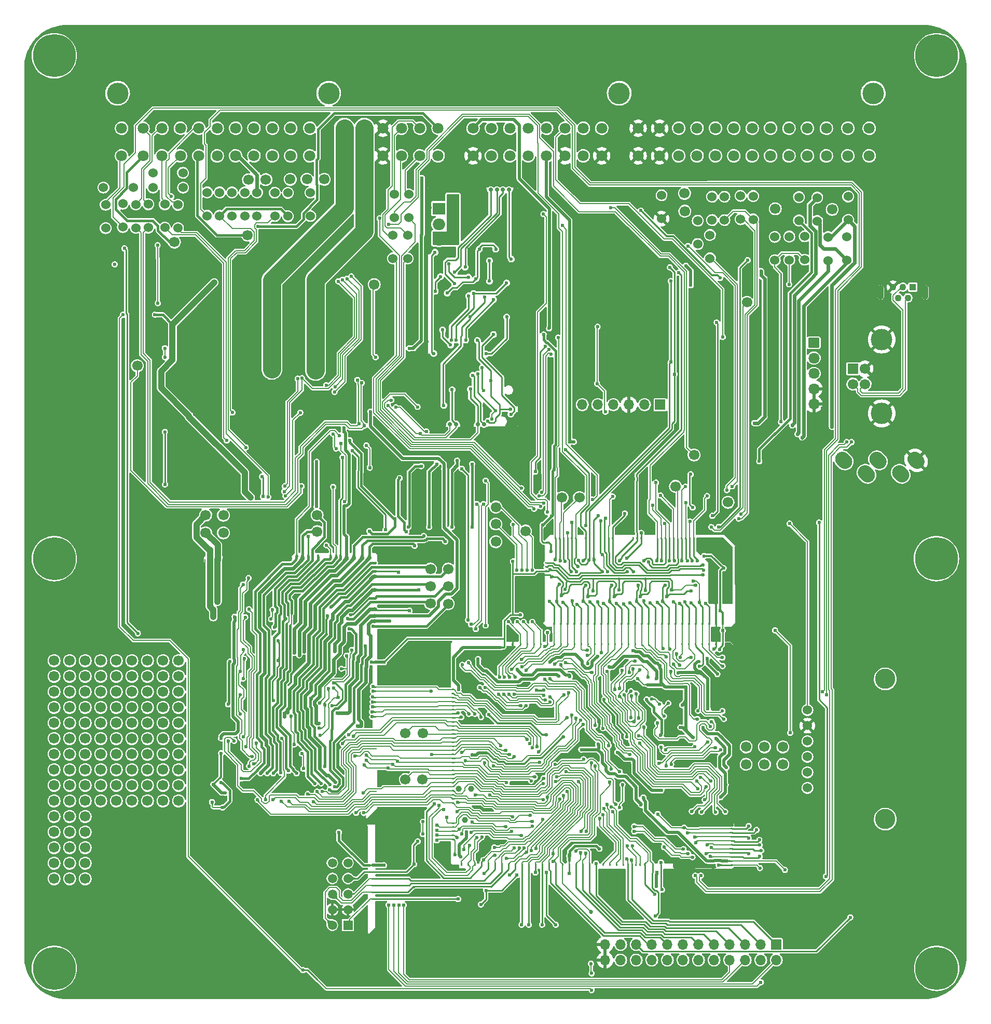
<source format=gbl>
G75*
G70*
%OFA0B0*%
%FSLAX25Y25*%
%IPPOS*%
%LPD*%
%AMOC8*
5,1,8,0,0,1.08239X$1,22.5*
%
%AMM197*
21,1,0.009840,0.009840,-0.000000,-0.000000,270.000000*
21,1,0.000000,0.019680,-0.000000,-0.000000,270.000000*
1,1,0.009840,-0.004920,-0.000000*
1,1,0.009840,-0.004920,-0.000000*
1,1,0.009840,0.004920,-0.000000*
1,1,0.009840,0.004920,-0.000000*
%
%AMM198*
21,1,0.009840,0.009840,-0.000000,-0.000000,180.000000*
21,1,0.000000,0.019680,-0.000000,-0.000000,180.000000*
1,1,0.009840,-0.000000,0.004920*
1,1,0.009840,-0.000000,0.004920*
1,1,0.009840,-0.000000,-0.004920*
1,1,0.009840,-0.000000,-0.004920*
%
%AMM302*
21,1,0.007870,1.133860,-0.000000,-0.000000,0.000000*
21,1,0.000000,1.141730,-0.000000,-0.000000,0.000000*
1,1,0.007870,-0.000000,-0.566930*
1,1,0.007870,-0.000000,-0.566930*
1,1,0.007870,-0.000000,0.566930*
1,1,0.007870,-0.000000,0.566930*
%
%AMM303*
21,1,0.009840,0.009840,-0.000000,-0.000000,90.000000*
21,1,0.000000,0.019680,-0.000000,-0.000000,90.000000*
1,1,0.009840,0.004920,-0.000000*
1,1,0.009840,0.004920,-0.000000*
1,1,0.009840,-0.004920,-0.000000*
1,1,0.009840,-0.004920,-0.000000*
%
%AMM340*
21,1,0.039370,0.007870,-0.000000,-0.000000,315.000000*
1,1,0.007870,-0.013920,0.013920*
1,1,0.007870,0.013920,-0.013920*
%
%AMM347*
21,1,0.007870,0.287010,-0.000000,0.000000,270.000000*
21,1,0.000000,0.294880,-0.000000,0.000000,270.000000*
1,1,0.007870,-0.143500,0.000000*
1,1,0.007870,-0.143500,0.000000*
1,1,0.007870,0.143500,0.000000*
1,1,0.007870,0.143500,0.000000*
%
%AMM348*
21,1,0.007870,0.078350,-0.000000,0.000000,225.000000*
21,1,0.000000,0.086220,-0.000000,0.000000,225.000000*
1,1,0.007870,-0.027700,0.027700*
1,1,0.007870,-0.027700,0.027700*
1,1,0.007870,0.027700,-0.027700*
1,1,0.007870,0.027700,-0.027700*
%
%AMM349*
21,1,0.007870,0.643700,-0.000000,0.000000,0.000000*
21,1,0.000000,0.651580,-0.000000,0.000000,0.000000*
1,1,0.007870,-0.000000,-0.321850*
1,1,0.007870,-0.000000,-0.321850*
1,1,0.007870,-0.000000,0.321850*
1,1,0.007870,-0.000000,0.321850*
%
%AMM351*
21,1,0.009840,0.009840,-0.000000,0.000000,270.000000*
21,1,0.000000,0.019680,-0.000000,0.000000,270.000000*
1,1,0.009840,-0.004920,0.000000*
1,1,0.009840,-0.004920,0.000000*
1,1,0.009840,0.004920,0.000000*
1,1,0.009840,0.004920,0.000000*
%
%AMM352*
21,1,0.007870,0.361020,-0.000000,0.000000,90.000000*
21,1,0.000000,0.368900,-0.000000,0.000000,90.000000*
1,1,0.007870,0.180510,0.000000*
1,1,0.007870,0.180510,0.000000*
1,1,0.007870,-0.180510,0.000000*
1,1,0.007870,-0.180510,0.000000*
%
%AMM353*
21,1,0.007870,0.023620,-0.000000,0.000000,315.000000*
21,1,0.000000,0.031500,-0.000000,0.000000,315.000000*
1,1,0.007870,-0.008350,-0.008350*
1,1,0.007870,-0.008350,-0.008350*
1,1,0.007870,0.008350,0.008350*
1,1,0.007870,0.008350,0.008350*
%
%ADD100C,0.00800*%
%ADD101C,0.01969*%
%ADD107C,0.00984*%
%ADD110C,0.01181*%
%ADD119O,0.00787X1.60630*%
%ADD120O,1.00787X0.00787*%
%ADD121O,0.44882X0.04331*%
%ADD122O,0.01575X0.02362*%
%ADD123O,0.02362X0.03150*%
%ADD124O,0.02362X0.01575*%
%ADD125O,0.01575X0.00787*%
%ADD126R,0.38386X0.00984*%
%ADD127R,0.19882X0.00984*%
%ADD157C,0.01968*%
%ADD17C,0.02362*%
%ADD19C,0.06000*%
%ADD20C,0.06693*%
%ADD206C,0.03900*%
%ADD21R,0.06693X0.06693*%
%ADD22O,0.06693X0.06693*%
%ADD287R,0.05906X0.05906*%
%ADD33O,0.03937X0.05906*%
%ADD34O,0.03150X0.02362*%
%ADD35C,0.13780*%
%ADD36C,0.07087*%
%ADD37R,0.04331X0.04331*%
%ADD38C,0.04331*%
%ADD39O,0.04331X0.09449*%
%ADD416M197*%
%ADD417M198*%
%ADD45C,0.13000*%
%ADD50C,0.27559*%
%ADD529M302*%
%ADD530M303*%
%ADD582M340*%
%ADD590M347*%
%ADD591M348*%
%ADD592M349*%
%ADD595M351*%
%ADD596M352*%
%ADD597M353*%
%ADD62C,0.02756*%
%ADD63C,0.11811*%
%ADD640R,0.07874X0.07500*%
%ADD641O,0.07874X0.07500*%
%ADD66R,0.08858X0.00984*%
%ADD68R,0.00984X1.54528*%
%ADD69R,0.12205X0.00984*%
%ADD70R,0.03740X0.00984*%
%ADD89O,0.07283X0.06693*%
%ADD90C,0.02700*%
%ADD91C,0.05906*%
%ADD92C,0.02400*%
%ADD93C,0.03937*%
%ADD94C,0.00787*%
%ADD95C,0.01575*%
%ADD96C,0.01000*%
%ADD98C,0.02000*%
%ADD99C,0.07874*%
X0000000Y0000000D02*
%LPD*%
G01*
D17*
X0297120Y0070059D03*
X0303321Y0050748D03*
X0353337Y0050784D03*
X0319955Y0048110D03*
X0324581Y0048110D03*
X0333144Y0048110D03*
X0341904Y0048110D03*
D19*
X0237251Y0475789D03*
X0237251Y0490789D03*
X0150007Y0503151D03*
X0150007Y0518151D03*
D20*
X0245285Y0141379D03*
X0245285Y0170915D03*
D21*
X0408865Y0381911D03*
D22*
X0398865Y0381911D03*
X0388865Y0381911D03*
X0378865Y0381911D03*
X0368865Y0381911D03*
X0358865Y0381911D03*
D20*
X0144455Y0526360D03*
X0079567Y0177549D03*
X0079567Y0187549D03*
X0079567Y0197549D03*
X0079567Y0207549D03*
X0079567Y0217549D03*
X0089567Y0177549D03*
X0089567Y0187549D03*
X0089567Y0197549D03*
X0089567Y0207549D03*
X0089567Y0217549D03*
X0099567Y0177549D03*
X0099567Y0187549D03*
X0099567Y0197549D03*
X0099567Y0207549D03*
X0099567Y0217549D03*
X0225243Y0459037D03*
X0096857Y0486241D03*
X0116936Y0311045D03*
X0049567Y0127549D03*
X0049567Y0137549D03*
X0049567Y0147549D03*
X0049567Y0157549D03*
X0049567Y0167549D03*
X0059567Y0127549D03*
X0059567Y0137549D03*
X0059567Y0147549D03*
X0059567Y0157549D03*
X0059567Y0167549D03*
X0069567Y0127549D03*
X0069567Y0137549D03*
X0069567Y0147549D03*
X0069567Y0157549D03*
X0069567Y0167549D03*
D119*
X0116601Y0200223D03*
D120*
X0169356Y0117448D03*
G36*
G01*
X0116885Y0120516D02*
X0119669Y0117732D01*
G75*
G02*
X0119669Y0117175I-000278J-000278D01*
G01*
X0119669Y0117175D01*
G75*
G02*
X0119112Y0117175I-000278J0000278D01*
G01*
X0116328Y0119959D01*
G75*
G02*
X0116328Y0120516I0000278J0000278D01*
G01*
X0116328Y0120516D01*
G75*
G02*
X0116885Y0120516I0000278J-000278D01*
G01*
G37*
D33*
X0119744Y0282846D03*
X0124688Y0282846D03*
D121*
X0150059Y0283339D03*
D122*
X0175453Y0284520D03*
D123*
X0179291Y0284126D03*
D122*
X0182716Y0284520D03*
X0185591Y0284520D03*
X0189113Y0284520D03*
X0197283Y0284520D03*
X0200826Y0284520D03*
X0203622Y0284520D03*
D123*
X0207638Y0284126D03*
X0212264Y0284126D03*
X0217579Y0284126D03*
X0222205Y0284126D03*
D124*
X0225748Y0280464D03*
X0225748Y0277728D03*
X0225748Y0275050D03*
D34*
X0225374Y0271823D03*
D124*
X0225748Y0266684D03*
D34*
X0225374Y0262866D03*
D124*
X0225748Y0257846D03*
X0225748Y0255287D03*
D34*
X0225374Y0250563D03*
X0225374Y0246331D03*
X0225374Y0242886D03*
D124*
X0225748Y0239638D03*
X0225748Y0216606D03*
D125*
X0226161Y0200642D03*
X0226161Y0198043D03*
X0226161Y0193870D03*
X0226161Y0191098D03*
X0226161Y0187948D03*
X0226161Y0184799D03*
X0226161Y0181665D03*
X0226161Y0173024D03*
X0226161Y0171291D03*
X0226161Y0169559D03*
X0226161Y0167827D03*
X0226161Y0166095D03*
X0226161Y0164362D03*
X0226161Y0162630D03*
X0226161Y0160898D03*
X0226161Y0156469D03*
X0226161Y0153870D03*
X0226161Y0151272D03*
X0226161Y0148673D03*
X0226161Y0135268D03*
X0226161Y0133535D03*
X0226161Y0131803D03*
X0226161Y0130071D03*
X0226161Y0128339D03*
X0226161Y0126606D03*
X0226161Y0124874D03*
D19*
X0117920Y0503151D03*
X0117920Y0518151D03*
D20*
X0272841Y0254155D03*
D19*
X0442329Y0500395D03*
X0442329Y0515395D03*
D20*
X0193156Y0526596D03*
D19*
X0083077Y0530730D03*
X0102369Y0530730D03*
X0440951Y0475789D03*
X0440951Y0490789D03*
X0125991Y0503151D03*
X0125991Y0518151D03*
X0052721Y0495293D03*
X0052721Y0510293D03*
D35*
X0545831Y0581810D03*
X0060398Y0581810D03*
X0196027Y0581810D03*
X0382642Y0581810D03*
D36*
X0062957Y0541650D03*
X0076727Y0541650D03*
X0088937Y0541650D03*
X0100747Y0541650D03*
X0112557Y0541650D03*
X0124367Y0541650D03*
X0136177Y0541650D03*
X0147987Y0541650D03*
X0159797Y0541650D03*
X0171607Y0541650D03*
X0183817Y0541650D03*
X0062957Y0559370D03*
X0076727Y0559370D03*
X0088937Y0559370D03*
X0100747Y0559370D03*
X0112557Y0559370D03*
X0124367Y0559370D03*
X0136177Y0559370D03*
X0147987Y0559370D03*
X0159797Y0559370D03*
X0171607Y0559370D03*
X0183817Y0559370D03*
X0288744Y0541650D03*
X0300554Y0541650D03*
X0312364Y0541650D03*
X0324174Y0541650D03*
X0335994Y0541650D03*
X0347804Y0541650D03*
X0359614Y0541650D03*
X0371424Y0541650D03*
X0288744Y0559370D03*
X0300554Y0559370D03*
X0312364Y0559370D03*
X0324174Y0559370D03*
X0335994Y0559370D03*
X0347804Y0559370D03*
X0359614Y0559370D03*
X0371424Y0559370D03*
X0394834Y0541650D03*
X0408614Y0541650D03*
X0420834Y0541650D03*
X0432644Y0541650D03*
X0444454Y0541650D03*
X0456264Y0541650D03*
X0468074Y0541650D03*
X0479884Y0541650D03*
X0491694Y0541650D03*
X0503504Y0541650D03*
X0515714Y0541650D03*
X0529494Y0541650D03*
X0543274Y0541650D03*
X0394834Y0559370D03*
X0408614Y0559370D03*
X0420834Y0559370D03*
X0432644Y0559370D03*
X0444454Y0559370D03*
X0456264Y0559370D03*
X0468074Y0559370D03*
X0479884Y0559370D03*
X0491694Y0559370D03*
X0503504Y0559370D03*
X0515714Y0559370D03*
X0529494Y0559370D03*
X0543274Y0559370D03*
X0207248Y0541650D03*
X0219058Y0541650D03*
X0230868Y0541650D03*
X0242678Y0541650D03*
X0254498Y0541650D03*
X0266308Y0541650D03*
X0207248Y0559370D03*
X0219058Y0559370D03*
X0230868Y0559370D03*
X0242678Y0559370D03*
X0254498Y0559370D03*
X0266308Y0559370D03*
D20*
X0303353Y0305336D03*
X0357054Y0322304D03*
X0128353Y0299627D03*
X0475991Y0162226D03*
D19*
X0501778Y0475001D03*
X0501778Y0490001D03*
D37*
X0571266Y0457403D03*
D38*
X0568117Y0450513D03*
X0564967Y0457403D03*
X0561818Y0450513D03*
X0558668Y0457403D03*
D39*
X0579337Y0453958D03*
X0550597Y0453958D03*
D20*
X0452526Y0319273D03*
X0303353Y0316163D03*
D19*
X0246778Y0475749D03*
X0246778Y0490749D03*
D20*
X0464692Y0447659D03*
X0475991Y0151064D03*
X0261424Y0265375D03*
D21*
X0532743Y0404942D03*
D20*
X0532743Y0395100D03*
X0540617Y0395100D03*
X0540617Y0404942D03*
D35*
X0551286Y0376320D03*
X0551286Y0423722D03*
D20*
X0256349Y0170906D03*
X0487802Y0151064D03*
D17*
X0234091Y0381397D03*
X0236158Y0384842D03*
X0239110Y0380216D03*
X0253087Y0380511D03*
D45*
X0553550Y0205867D03*
X0553550Y0115867D03*
D19*
X0503550Y0185867D03*
X0503550Y0175867D03*
X0503550Y0165867D03*
X0503550Y0155867D03*
X0503550Y0145867D03*
X0503550Y0135867D03*
X0516936Y0489450D03*
X0516936Y0474450D03*
D20*
X0019567Y0177549D03*
X0019567Y0187549D03*
X0019567Y0197549D03*
X0019567Y0207549D03*
X0019567Y0217549D03*
X0029567Y0177549D03*
X0029567Y0187549D03*
X0029567Y0197549D03*
X0029567Y0207549D03*
X0029567Y0217549D03*
X0039567Y0177549D03*
X0039567Y0187549D03*
X0039567Y0197549D03*
X0039567Y0207549D03*
X0039567Y0217549D03*
X0171306Y0526596D03*
D17*
X0406667Y0072652D03*
X0410112Y0070585D03*
X0405486Y0067632D03*
X0405782Y0053656D03*
D20*
X0116936Y0299627D03*
X0182054Y0526556D03*
X0188589Y0300415D03*
D19*
X0072093Y0495474D03*
X0072093Y0510474D03*
D50*
X0019685Y0020079D03*
G36*
G01*
X0220875Y0110676D02*
X0184772Y0110676D01*
G75*
G02*
X0184379Y0111070I0000000J0000394D01*
G01*
X0184379Y0111070D01*
G75*
G02*
X0184772Y0111463I0000394J0000000D01*
G01*
X0220875Y0111463D01*
G75*
G02*
X0221269Y0111070I0000000J-000394D01*
G01*
X0221269Y0111070D01*
G75*
G02*
X0220875Y0110676I-000394J0000000D01*
G01*
G37*
G36*
G01*
X0185021Y0046866D02*
X0190561Y0041326D01*
G75*
G02*
X0190561Y0040769I-000278J-000278D01*
G01*
X0190561Y0040769D01*
G75*
G02*
X0190004Y0040769I-000278J0000278D01*
G01*
X0184464Y0046309D01*
G75*
G02*
X0184464Y0046866I0000278J0000278D01*
G01*
X0184464Y0046866D01*
G75*
G02*
X0185021Y0046866I0000278J-000278D01*
G01*
G37*
G36*
G01*
X0218875Y0041342D02*
X0220545Y0043012D01*
G75*
G02*
X0221102Y0043012I0000278J-000278D01*
G01*
X0221102Y0043012D01*
G75*
G02*
X0221102Y0042455I-000278J-000278D01*
G01*
X0219431Y0040785D01*
G75*
G02*
X0218875Y0040785I-000278J0000278D01*
G01*
X0218875Y0040785D01*
G75*
G02*
X0218875Y0041342I0000278J0000278D01*
G01*
G37*
G36*
G01*
X0184340Y0046613D02*
X0184340Y0110983D01*
G75*
G02*
X0184734Y0111377I0000394J0000000D01*
G01*
X0184734Y0111377D01*
G75*
G02*
X0185128Y0110983I0000000J-000394D01*
G01*
X0185128Y0046613D01*
G75*
G02*
X0184734Y0046220I-000394J0000000D01*
G01*
X0184734Y0046220D01*
G75*
G02*
X0184340Y0046613I0000000J0000394D01*
G01*
G37*
G36*
G01*
X0190400Y0041414D02*
X0219101Y0041414D01*
G75*
G02*
X0219494Y0041021I0000000J-000394D01*
G01*
X0219494Y0041021D01*
G75*
G02*
X0219101Y0040627I-000394J0000000D01*
G01*
X0190400Y0040627D01*
G75*
G02*
X0190006Y0041021I0000000J0000394D01*
G01*
X0190006Y0041021D01*
G75*
G02*
X0190400Y0041414I0000394J0000000D01*
G01*
G37*
G36*
G01*
X0223638Y0086788D02*
X0224622Y0086788D01*
G75*
G02*
X0225114Y0086296I0000000J-000492D01*
G01*
X0225114Y0086296D01*
G75*
G02*
X0224622Y0085804I-000492J0000000D01*
G01*
X0223638Y0085804D01*
G75*
G02*
X0223146Y0086296I0000000J0000492D01*
G01*
X0223146Y0086296D01*
G75*
G02*
X0223638Y0086788I0000492J0000000D01*
G01*
G37*
G36*
G01*
X0223638Y0082458D02*
X0224622Y0082458D01*
G75*
G02*
X0225114Y0081965I0000000J-000492D01*
G01*
X0225114Y0081965D01*
G75*
G02*
X0224622Y0081473I-000492J0000000D01*
G01*
X0223638Y0081473D01*
G75*
G02*
X0223146Y0081965I0000000J0000492D01*
G01*
X0223146Y0081965D01*
G75*
G02*
X0223638Y0082458I0000492J0000000D01*
G01*
G37*
G36*
G01*
X0223638Y0078127D02*
X0224622Y0078127D01*
G75*
G02*
X0225114Y0077635I0000000J-000492D01*
G01*
X0225114Y0077635D01*
G75*
G02*
X0224622Y0077143I-000492J0000000D01*
G01*
X0223638Y0077143D01*
G75*
G02*
X0223146Y0077635I0000000J0000492D01*
G01*
X0223146Y0077635D01*
G75*
G02*
X0223638Y0078127I0000492J0000000D01*
G01*
G37*
G36*
G01*
X0223638Y0073796D02*
X0224622Y0073796D01*
G75*
G02*
X0225114Y0073304I0000000J-000492D01*
G01*
X0225114Y0073304D01*
G75*
G02*
X0224622Y0072812I-000492J0000000D01*
G01*
X0223638Y0072812D01*
G75*
G02*
X0223146Y0073304I0000000J0000492D01*
G01*
X0223146Y0073304D01*
G75*
G02*
X0223638Y0073796I0000492J0000000D01*
G01*
G37*
G36*
G01*
X0223638Y0069465D02*
X0224622Y0069465D01*
G75*
G02*
X0225114Y0068973I0000000J-000492D01*
G01*
X0225114Y0068973D01*
G75*
G02*
X0224622Y0068481I-000492J0000000D01*
G01*
X0223638Y0068481D01*
G75*
G02*
X0223146Y0068973I0000000J0000492D01*
G01*
X0223146Y0068973D01*
G75*
G02*
X0223638Y0069465I0000492J0000000D01*
G01*
G37*
G36*
G01*
X0223638Y0065135D02*
X0224622Y0065135D01*
G75*
G02*
X0225114Y0064643I0000000J-000492D01*
G01*
X0225114Y0064643D01*
G75*
G02*
X0224622Y0064151I-000492J0000000D01*
G01*
X0223638Y0064151D01*
G75*
G02*
X0223146Y0064643I0000000J0000492D01*
G01*
X0223146Y0064643D01*
G75*
G02*
X0223638Y0065135I0000492J0000000D01*
G01*
G37*
D20*
X0322492Y0300812D03*
X0487802Y0162226D03*
X0519495Y0507304D03*
X0019567Y0077549D03*
X0019567Y0087549D03*
X0019567Y0097549D03*
X0019567Y0107549D03*
X0019567Y0117549D03*
X0029567Y0077549D03*
X0029567Y0087549D03*
X0029567Y0097549D03*
X0029567Y0107549D03*
X0029567Y0117549D03*
X0039567Y0077549D03*
X0039567Y0087549D03*
X0039567Y0097549D03*
X0039567Y0107549D03*
X0039567Y0117549D03*
G36*
G01*
X0335286Y0273039D02*
X0336270Y0273039D01*
G75*
G02*
X0336762Y0272547I0000000J-000492D01*
G01*
X0336762Y0272547D01*
G75*
G02*
X0336270Y0272054I-000492J0000000D01*
G01*
X0335286Y0272054D01*
G75*
G02*
X0334794Y0272547I0000000J0000492D01*
G01*
X0334794Y0272547D01*
G75*
G02*
X0335286Y0273039I0000492J0000000D01*
G01*
G37*
G36*
G01*
X0335286Y0275637D02*
X0336270Y0275637D01*
G75*
G02*
X0336762Y0275145I0000000J-000492D01*
G01*
X0336762Y0275145D01*
G75*
G02*
X0336270Y0274653I-000492J0000000D01*
G01*
X0335286Y0274653D01*
G75*
G02*
X0334794Y0275145I0000000J0000492D01*
G01*
X0334794Y0275145D01*
G75*
G02*
X0335286Y0275637I0000492J0000000D01*
G01*
G37*
G36*
G01*
X0335286Y0278236D02*
X0336270Y0278236D01*
G75*
G02*
X0336762Y0277743I0000000J-000492D01*
G01*
X0336762Y0277743D01*
G75*
G02*
X0336270Y0277251I-000492J0000000D01*
G01*
X0335286Y0277251D01*
G75*
G02*
X0334794Y0277743I0000000J0000492D01*
G01*
X0334794Y0277743D01*
G75*
G02*
X0335286Y0278236I0000492J0000000D01*
G01*
G37*
G36*
G01*
X0335286Y0280834D02*
X0336270Y0280834D01*
G75*
G02*
X0336762Y0280342I0000000J-000492D01*
G01*
X0336762Y0280342D01*
G75*
G02*
X0336270Y0279850I-000492J0000000D01*
G01*
X0335286Y0279850D01*
G75*
G02*
X0334794Y0280342I0000000J0000492D01*
G01*
X0334794Y0280342D01*
G75*
G02*
X0335286Y0280834I0000492J0000000D01*
G01*
G37*
G36*
G01*
X0335286Y0293826D02*
X0336270Y0293826D01*
G75*
G02*
X0336762Y0293334I0000000J-000492D01*
G01*
X0336762Y0293334D01*
G75*
G02*
X0336270Y0292842I-000492J0000000D01*
G01*
X0335286Y0292842D01*
G75*
G02*
X0334794Y0293334I0000000J0000492D01*
G01*
X0334794Y0293334D01*
G75*
G02*
X0335286Y0293826I0000492J0000000D01*
G01*
G37*
G36*
G01*
X0448554Y0240681D02*
X0448554Y0241665D01*
G75*
G02*
X0449046Y0242158I0000492J0000000D01*
G01*
X0449046Y0242158D01*
G75*
G02*
X0449538Y0241665I0000000J-000492D01*
G01*
X0449538Y0240681D01*
G75*
G02*
X0449046Y0240189I-000492J0000000D01*
G01*
X0449046Y0240189D01*
G75*
G02*
X0448554Y0240681I0000000J0000492D01*
G01*
G37*
G36*
G01*
X0445207Y0241665D02*
X0445207Y0240681D01*
G75*
G02*
X0444715Y0240189I-000492J0000000D01*
G01*
X0444715Y0240189D01*
G75*
G02*
X0444223Y0240681I0000000J0000492D01*
G01*
X0444223Y0241665D01*
G75*
G02*
X0444715Y0242158I0000492J0000000D01*
G01*
X0444715Y0242158D01*
G75*
G02*
X0445207Y0241665I0000000J-000492D01*
G01*
G37*
G36*
G01*
X0440877Y0241665D02*
X0440877Y0240681D01*
G75*
G02*
X0440384Y0240189I-000492J0000000D01*
G01*
X0440384Y0240189D01*
G75*
G02*
X0439892Y0240681I0000000J0000492D01*
G01*
X0439892Y0241665D01*
G75*
G02*
X0440384Y0242158I0000492J0000000D01*
G01*
X0440384Y0242158D01*
G75*
G02*
X0440877Y0241665I0000000J-000492D01*
G01*
G37*
G36*
G01*
X0436546Y0241665D02*
X0436546Y0240681D01*
G75*
G02*
X0436054Y0240189I-000492J0000000D01*
G01*
X0436054Y0240189D01*
G75*
G02*
X0435562Y0240681I0000000J0000492D01*
G01*
X0435562Y0241665D01*
G75*
G02*
X0436054Y0242158I0000492J0000000D01*
G01*
X0436054Y0242158D01*
G75*
G02*
X0436546Y0241665I0000000J-000492D01*
G01*
G37*
G36*
G01*
X0432215Y0241665D02*
X0432215Y0240681D01*
G75*
G02*
X0431723Y0240189I-000492J0000000D01*
G01*
X0431723Y0240189D01*
G75*
G02*
X0431231Y0240681I0000000J0000492D01*
G01*
X0431231Y0241665D01*
G75*
G02*
X0431723Y0242158I0000492J0000000D01*
G01*
X0431723Y0242158D01*
G75*
G02*
X0432215Y0241665I0000000J-000492D01*
G01*
G37*
G36*
G01*
X0427884Y0241665D02*
X0427884Y0240681D01*
G75*
G02*
X0427392Y0240189I-000492J0000000D01*
G01*
X0427392Y0240189D01*
G75*
G02*
X0426900Y0240681I0000000J0000492D01*
G01*
X0426900Y0241665D01*
G75*
G02*
X0427392Y0242158I0000492J0000000D01*
G01*
X0427392Y0242158D01*
G75*
G02*
X0427884Y0241665I0000000J-000492D01*
G01*
G37*
G36*
G01*
X0423554Y0241665D02*
X0423554Y0240681D01*
G75*
G02*
X0423062Y0240189I-000492J0000000D01*
G01*
X0423062Y0240189D01*
G75*
G02*
X0422569Y0240681I0000000J0000492D01*
G01*
X0422569Y0241665D01*
G75*
G02*
X0423062Y0242158I0000492J0000000D01*
G01*
X0423062Y0242158D01*
G75*
G02*
X0423554Y0241665I0000000J-000492D01*
G01*
G37*
G36*
G01*
X0419223Y0241665D02*
X0419223Y0240681D01*
G75*
G02*
X0418731Y0240189I-000492J0000000D01*
G01*
X0418731Y0240189D01*
G75*
G02*
X0418239Y0240681I0000000J0000492D01*
G01*
X0418239Y0241665D01*
G75*
G02*
X0418731Y0242158I0000492J0000000D01*
G01*
X0418731Y0242158D01*
G75*
G02*
X0419223Y0241665I0000000J-000492D01*
G01*
G37*
G36*
G01*
X0414892Y0241665D02*
X0414892Y0240681D01*
G75*
G02*
X0414400Y0240189I-000492J0000000D01*
G01*
X0414400Y0240189D01*
G75*
G02*
X0413908Y0240681I0000000J0000492D01*
G01*
X0413908Y0241665D01*
G75*
G02*
X0414400Y0242158I0000492J0000000D01*
G01*
X0414400Y0242158D01*
G75*
G02*
X0414892Y0241665I0000000J-000492D01*
G01*
G37*
G36*
G01*
X0410562Y0241665D02*
X0410562Y0240681D01*
G75*
G02*
X0410069Y0240189I-000492J0000000D01*
G01*
X0410069Y0240189D01*
G75*
G02*
X0409577Y0240681I0000000J0000492D01*
G01*
X0409577Y0241665D01*
G75*
G02*
X0410069Y0242158I0000492J0000000D01*
G01*
X0410069Y0242158D01*
G75*
G02*
X0410562Y0241665I0000000J-000492D01*
G01*
G37*
G36*
G01*
X0406231Y0241665D02*
X0406231Y0240681D01*
G75*
G02*
X0405739Y0240189I-000492J0000000D01*
G01*
X0405739Y0240189D01*
G75*
G02*
X0405247Y0240681I0000000J0000492D01*
G01*
X0405247Y0241665D01*
G75*
G02*
X0405739Y0242158I0000492J0000000D01*
G01*
X0405739Y0242158D01*
G75*
G02*
X0406231Y0241665I0000000J-000492D01*
G01*
G37*
G36*
G01*
X0401900Y0241665D02*
X0401900Y0240681D01*
G75*
G02*
X0401408Y0240189I-000492J0000000D01*
G01*
X0401408Y0240189D01*
G75*
G02*
X0400916Y0240681I0000000J0000492D01*
G01*
X0400916Y0241665D01*
G75*
G02*
X0401408Y0242158I0000492J0000000D01*
G01*
X0401408Y0242158D01*
G75*
G02*
X0401900Y0241665I0000000J-000492D01*
G01*
G37*
G36*
G01*
X0397570Y0241665D02*
X0397570Y0240681D01*
G75*
G02*
X0397077Y0240189I-000492J0000000D01*
G01*
X0397077Y0240189D01*
G75*
G02*
X0396585Y0240681I0000000J0000492D01*
G01*
X0396585Y0241665D01*
G75*
G02*
X0397077Y0242158I0000492J0000000D01*
G01*
X0397077Y0242158D01*
G75*
G02*
X0397570Y0241665I0000000J-000492D01*
G01*
G37*
G36*
G01*
X0393239Y0241665D02*
X0393239Y0240681D01*
G75*
G02*
X0392747Y0240189I-000492J0000000D01*
G01*
X0392747Y0240189D01*
G75*
G02*
X0392255Y0240681I0000000J0000492D01*
G01*
X0392255Y0241665D01*
G75*
G02*
X0392747Y0242158I0000492J0000000D01*
G01*
X0392747Y0242158D01*
G75*
G02*
X0393239Y0241665I0000000J-000492D01*
G01*
G37*
G36*
G01*
X0388908Y0241665D02*
X0388908Y0240681D01*
G75*
G02*
X0388416Y0240189I-000492J0000000D01*
G01*
X0388416Y0240189D01*
G75*
G02*
X0387924Y0240681I0000000J0000492D01*
G01*
X0387924Y0241665D01*
G75*
G02*
X0388416Y0242158I0000492J0000000D01*
G01*
X0388416Y0242158D01*
G75*
G02*
X0388908Y0241665I0000000J-000492D01*
G01*
G37*
G36*
G01*
X0384577Y0241665D02*
X0384577Y0240681D01*
G75*
G02*
X0384085Y0240189I-000492J0000000D01*
G01*
X0384085Y0240189D01*
G75*
G02*
X0383593Y0240681I0000000J0000492D01*
G01*
X0383593Y0241665D01*
G75*
G02*
X0384085Y0242158I0000492J0000000D01*
G01*
X0384085Y0242158D01*
G75*
G02*
X0384577Y0241665I0000000J-000492D01*
G01*
G37*
G36*
G01*
X0380247Y0241665D02*
X0380247Y0240681D01*
G75*
G02*
X0379755Y0240189I-000492J0000000D01*
G01*
X0379755Y0240189D01*
G75*
G02*
X0379262Y0240681I0000000J0000492D01*
G01*
X0379262Y0241665D01*
G75*
G02*
X0379755Y0242158I0000492J0000000D01*
G01*
X0379755Y0242158D01*
G75*
G02*
X0380247Y0241665I0000000J-000492D01*
G01*
G37*
G36*
G01*
X0375916Y0241665D02*
X0375916Y0240681D01*
G75*
G02*
X0375424Y0240189I-000492J0000000D01*
G01*
X0375424Y0240189D01*
G75*
G02*
X0374932Y0240681I0000000J0000492D01*
G01*
X0374932Y0241665D01*
G75*
G02*
X0375424Y0242158I0000492J0000000D01*
G01*
X0375424Y0242158D01*
G75*
G02*
X0375916Y0241665I0000000J-000492D01*
G01*
G37*
G36*
G01*
X0371585Y0241665D02*
X0371585Y0240681D01*
G75*
G02*
X0371093Y0240189I-000492J0000000D01*
G01*
X0371093Y0240189D01*
G75*
G02*
X0370601Y0240681I0000000J0000492D01*
G01*
X0370601Y0241665D01*
G75*
G02*
X0371093Y0242158I0000492J0000000D01*
G01*
X0371093Y0242158D01*
G75*
G02*
X0371585Y0241665I0000000J-000492D01*
G01*
G37*
G36*
G01*
X0367255Y0241665D02*
X0367255Y0240681D01*
G75*
G02*
X0366762Y0240189I-000492J0000000D01*
G01*
X0366762Y0240189D01*
G75*
G02*
X0366270Y0240681I0000000J0000492D01*
G01*
X0366270Y0241665D01*
G75*
G02*
X0366762Y0242158I0000492J0000000D01*
G01*
X0366762Y0242158D01*
G75*
G02*
X0367255Y0241665I0000000J-000492D01*
G01*
G37*
G36*
G01*
X0362924Y0241665D02*
X0362924Y0240681D01*
G75*
G02*
X0362432Y0240189I-000492J0000000D01*
G01*
X0362432Y0240189D01*
G75*
G02*
X0361940Y0240681I0000000J0000492D01*
G01*
X0361940Y0241665D01*
G75*
G02*
X0362432Y0242158I0000492J0000000D01*
G01*
X0362432Y0242158D01*
G75*
G02*
X0362924Y0241665I0000000J-000492D01*
G01*
G37*
G36*
G01*
X0358593Y0241665D02*
X0358593Y0240681D01*
G75*
G02*
X0358101Y0240189I-000492J0000000D01*
G01*
X0358101Y0240189D01*
G75*
G02*
X0357609Y0240681I0000000J0000492D01*
G01*
X0357609Y0241665D01*
G75*
G02*
X0358101Y0242158I0000492J0000000D01*
G01*
X0358101Y0242158D01*
G75*
G02*
X0358593Y0241665I0000000J-000492D01*
G01*
G37*
G36*
G01*
X0354263Y0241665D02*
X0354263Y0240681D01*
G75*
G02*
X0353770Y0240189I-000492J0000000D01*
G01*
X0353770Y0240189D01*
G75*
G02*
X0353278Y0240681I0000000J0000492D01*
G01*
X0353278Y0241665D01*
G75*
G02*
X0353770Y0242158I0000492J0000000D01*
G01*
X0353770Y0242158D01*
G75*
G02*
X0354263Y0241665I0000000J-000492D01*
G01*
G37*
G36*
G01*
X0349932Y0241665D02*
X0349932Y0240681D01*
G75*
G02*
X0349440Y0240189I-000492J0000000D01*
G01*
X0349440Y0240189D01*
G75*
G02*
X0348948Y0240681I0000000J0000492D01*
G01*
X0348948Y0241665D01*
G75*
G02*
X0349440Y0242158I0000492J0000000D01*
G01*
X0349440Y0242158D01*
G75*
G02*
X0349932Y0241665I0000000J-000492D01*
G01*
G37*
G36*
G01*
X0345601Y0241665D02*
X0345601Y0240681D01*
G75*
G02*
X0345109Y0240189I-000492J0000000D01*
G01*
X0345109Y0240189D01*
G75*
G02*
X0344617Y0240681I0000000J0000492D01*
G01*
X0344617Y0241665D01*
G75*
G02*
X0345109Y0242158I0000492J0000000D01*
G01*
X0345109Y0242158D01*
G75*
G02*
X0345601Y0241665I0000000J-000492D01*
G01*
G37*
G36*
G01*
X0341270Y0241665D02*
X0341270Y0240681D01*
G75*
G02*
X0340778Y0240189I-000492J0000000D01*
G01*
X0340778Y0240189D01*
G75*
G02*
X0340286Y0240681I0000000J0000492D01*
G01*
X0340286Y0241665D01*
G75*
G02*
X0340778Y0242158I0000492J0000000D01*
G01*
X0340778Y0242158D01*
G75*
G02*
X0341270Y0241665I0000000J-000492D01*
G01*
G37*
G36*
G01*
X0342258Y0296634D02*
X0342258Y0295650D01*
G75*
G02*
X0341766Y0295158I-000492J0000000D01*
G01*
X0341766Y0295158D01*
G75*
G02*
X0341274Y0295650I0000000J0000492D01*
G01*
X0341274Y0296634D01*
G75*
G02*
X0341766Y0297126I0000492J0000000D01*
G01*
X0341766Y0297126D01*
G75*
G02*
X0342258Y0296634I0000000J-000492D01*
G01*
G37*
G36*
G01*
X0344857Y0296634D02*
X0344857Y0295650D01*
G75*
G02*
X0344365Y0295158I-000492J0000000D01*
G01*
X0344365Y0295158D01*
G75*
G02*
X0343873Y0295650I0000000J0000492D01*
G01*
X0343873Y0296634D01*
G75*
G02*
X0344365Y0297126I0000492J0000000D01*
G01*
X0344365Y0297126D01*
G75*
G02*
X0344857Y0296634I0000000J-000492D01*
G01*
G37*
G36*
G01*
X0347455Y0296634D02*
X0347455Y0295650D01*
G75*
G02*
X0346963Y0295158I-000492J0000000D01*
G01*
X0346963Y0295158D01*
G75*
G02*
X0346471Y0295650I0000000J0000492D01*
G01*
X0346471Y0296634D01*
G75*
G02*
X0346963Y0297126I0000492J0000000D01*
G01*
X0346963Y0297126D01*
G75*
G02*
X0347455Y0296634I0000000J-000492D01*
G01*
G37*
G36*
G01*
X0350054Y0296634D02*
X0350054Y0295650D01*
G75*
G02*
X0349562Y0295158I-000492J0000000D01*
G01*
X0349562Y0295158D01*
G75*
G02*
X0349069Y0295650I0000000J0000492D01*
G01*
X0349069Y0296634D01*
G75*
G02*
X0349562Y0297126I0000492J0000000D01*
G01*
X0349562Y0297126D01*
G75*
G02*
X0350054Y0296634I0000000J-000492D01*
G01*
G37*
G36*
G01*
X0352652Y0296634D02*
X0352652Y0295650D01*
G75*
G02*
X0352160Y0295158I-000492J0000000D01*
G01*
X0352160Y0295158D01*
G75*
G02*
X0351668Y0295650I0000000J0000492D01*
G01*
X0351668Y0296634D01*
G75*
G02*
X0352160Y0297126I0000492J0000000D01*
G01*
X0352160Y0297126D01*
G75*
G02*
X0352652Y0296634I0000000J-000492D01*
G01*
G37*
G36*
G01*
X0355251Y0296634D02*
X0355251Y0295650D01*
G75*
G02*
X0354758Y0295158I-000492J0000000D01*
G01*
X0354758Y0295158D01*
G75*
G02*
X0354266Y0295650I0000000J0000492D01*
G01*
X0354266Y0296634D01*
G75*
G02*
X0354758Y0297126I0000492J0000000D01*
G01*
X0354758Y0297126D01*
G75*
G02*
X0355251Y0296634I0000000J-000492D01*
G01*
G37*
G36*
G01*
X0361554Y0296634D02*
X0361554Y0295650D01*
G75*
G02*
X0361062Y0295158I-000492J0000000D01*
G01*
X0361062Y0295158D01*
G75*
G02*
X0360569Y0295650I0000000J0000492D01*
G01*
X0360569Y0296634D01*
G75*
G02*
X0361062Y0297126I0000492J0000000D01*
G01*
X0361062Y0297126D01*
G75*
G02*
X0361554Y0296634I0000000J-000492D01*
G01*
G37*
G36*
G01*
X0364152Y0296634D02*
X0364152Y0295650D01*
G75*
G02*
X0363660Y0295158I-000492J0000000D01*
G01*
X0363660Y0295158D01*
G75*
G02*
X0363168Y0295650I0000000J0000492D01*
G01*
X0363168Y0296634D01*
G75*
G02*
X0363660Y0297126I0000492J0000000D01*
G01*
X0363660Y0297126D01*
G75*
G02*
X0364152Y0296634I0000000J-000492D01*
G01*
G37*
G36*
G01*
X0366751Y0296634D02*
X0366751Y0295650D01*
G75*
G02*
X0366258Y0295158I-000492J0000000D01*
G01*
X0366258Y0295158D01*
G75*
G02*
X0365766Y0295650I0000000J0000492D01*
G01*
X0365766Y0296634D01*
G75*
G02*
X0366258Y0297126I0000492J0000000D01*
G01*
X0366258Y0297126D01*
G75*
G02*
X0366751Y0296634I0000000J-000492D01*
G01*
G37*
G36*
G01*
X0371164Y0296634D02*
X0371164Y0295650D01*
G75*
G02*
X0370671Y0295158I-000492J0000000D01*
G01*
X0370671Y0295158D01*
G75*
G02*
X0370179Y0295650I0000000J0000492D01*
G01*
X0370179Y0296634D01*
G75*
G02*
X0370671Y0297126I0000492J0000000D01*
G01*
X0370671Y0297126D01*
G75*
G02*
X0371164Y0296634I0000000J-000492D01*
G01*
G37*
G36*
G01*
X0373762Y0296634D02*
X0373762Y0295650D01*
G75*
G02*
X0373270Y0295158I-000492J0000000D01*
G01*
X0373270Y0295158D01*
G75*
G02*
X0372778Y0295650I0000000J0000492D01*
G01*
X0372778Y0296634D01*
G75*
G02*
X0373270Y0297126I0000492J0000000D01*
G01*
X0373270Y0297126D01*
G75*
G02*
X0373762Y0296634I0000000J-000492D01*
G01*
G37*
G36*
G01*
X0376360Y0296634D02*
X0376360Y0295650D01*
G75*
G02*
X0375868Y0295158I-000492J0000000D01*
G01*
X0375868Y0295158D01*
G75*
G02*
X0375376Y0295650I0000000J0000492D01*
G01*
X0375376Y0296634D01*
G75*
G02*
X0375868Y0297126I0000492J0000000D01*
G01*
X0375868Y0297126D01*
G75*
G02*
X0376360Y0296634I0000000J-000492D01*
G01*
G37*
G36*
G01*
X0378959Y0296634D02*
X0378959Y0295650D01*
G75*
G02*
X0378467Y0295158I-000492J0000000D01*
G01*
X0378467Y0295158D01*
G75*
G02*
X0377975Y0295650I0000000J0000492D01*
G01*
X0377975Y0296634D01*
G75*
G02*
X0378467Y0297126I0000492J0000000D01*
G01*
X0378467Y0297126D01*
G75*
G02*
X0378959Y0296634I0000000J-000492D01*
G01*
G37*
G36*
G01*
X0392054Y0296634D02*
X0392054Y0295650D01*
G75*
G02*
X0391562Y0295158I-000492J0000000D01*
G01*
X0391562Y0295158D01*
G75*
G02*
X0391069Y0295650I0000000J0000492D01*
G01*
X0391069Y0296634D01*
G75*
G02*
X0391562Y0297126I0000492J0000000D01*
G01*
X0391562Y0297126D01*
G75*
G02*
X0392054Y0296634I0000000J-000492D01*
G01*
G37*
G36*
G01*
X0394652Y0296634D02*
X0394652Y0295650D01*
G75*
G02*
X0394160Y0295158I-000492J0000000D01*
G01*
X0394160Y0295158D01*
G75*
G02*
X0393668Y0295650I0000000J0000492D01*
G01*
X0393668Y0296634D01*
G75*
G02*
X0394160Y0297126I0000492J0000000D01*
G01*
X0394160Y0297126D01*
G75*
G02*
X0394652Y0296634I0000000J-000492D01*
G01*
G37*
G36*
G01*
X0397251Y0296634D02*
X0397251Y0295650D01*
G75*
G02*
X0396758Y0295158I-000492J0000000D01*
G01*
X0396758Y0295158D01*
G75*
G02*
X0396266Y0295650I0000000J0000492D01*
G01*
X0396266Y0296634D01*
G75*
G02*
X0396758Y0297126I0000492J0000000D01*
G01*
X0396758Y0297126D01*
G75*
G02*
X0397251Y0296634I0000000J-000492D01*
G01*
G37*
G36*
G01*
X0407668Y0296634D02*
X0407668Y0295650D01*
G75*
G02*
X0407176Y0295158I-000492J0000000D01*
G01*
X0407176Y0295158D01*
G75*
G02*
X0406684Y0295650I0000000J0000492D01*
G01*
X0406684Y0296634D01*
G75*
G02*
X0407176Y0297126I0000492J0000000D01*
G01*
X0407176Y0297126D01*
G75*
G02*
X0407668Y0296634I0000000J-000492D01*
G01*
G37*
G36*
G01*
X0410266Y0296634D02*
X0410266Y0295650D01*
G75*
G02*
X0409774Y0295158I-000492J0000000D01*
G01*
X0409774Y0295158D01*
G75*
G02*
X0409282Y0295650I0000000J0000492D01*
G01*
X0409282Y0296634D01*
G75*
G02*
X0409774Y0297126I0000492J0000000D01*
G01*
X0409774Y0297126D01*
G75*
G02*
X0410266Y0296634I0000000J-000492D01*
G01*
G37*
G36*
G01*
X0412865Y0296634D02*
X0412865Y0295650D01*
G75*
G02*
X0412373Y0295158I-000492J0000000D01*
G01*
X0412373Y0295158D01*
G75*
G02*
X0411880Y0295650I0000000J0000492D01*
G01*
X0411880Y0296634D01*
G75*
G02*
X0412373Y0297126I0000492J0000000D01*
G01*
X0412373Y0297126D01*
G75*
G02*
X0412865Y0296634I0000000J-000492D01*
G01*
G37*
G36*
G01*
X0415463Y0296634D02*
X0415463Y0295650D01*
G75*
G02*
X0414971Y0295158I-000492J0000000D01*
G01*
X0414971Y0295158D01*
G75*
G02*
X0414479Y0295650I0000000J0000492D01*
G01*
X0414479Y0296634D01*
G75*
G02*
X0414971Y0297126I0000492J0000000D01*
G01*
X0414971Y0297126D01*
G75*
G02*
X0415463Y0296634I0000000J-000492D01*
G01*
G37*
G36*
G01*
X0418062Y0296634D02*
X0418062Y0295650D01*
G75*
G02*
X0417569Y0295158I-000492J0000000D01*
G01*
X0417569Y0295158D01*
G75*
G02*
X0417077Y0295650I0000000J0000492D01*
G01*
X0417077Y0296634D01*
G75*
G02*
X0417569Y0297126I0000492J0000000D01*
G01*
X0417569Y0297126D01*
G75*
G02*
X0418062Y0296634I0000000J-000492D01*
G01*
G37*
G36*
G01*
X0420660Y0296634D02*
X0420660Y0295650D01*
G75*
G02*
X0420168Y0295158I-000492J0000000D01*
G01*
X0420168Y0295158D01*
G75*
G02*
X0419676Y0295650I0000000J0000492D01*
G01*
X0419676Y0296634D01*
G75*
G02*
X0420168Y0297126I0000492J0000000D01*
G01*
X0420168Y0297126D01*
G75*
G02*
X0420660Y0296634I0000000J-000492D01*
G01*
G37*
G36*
G01*
X0423258Y0296634D02*
X0423258Y0295650D01*
G75*
G02*
X0422766Y0295158I-000492J0000000D01*
G01*
X0422766Y0295158D01*
G75*
G02*
X0422274Y0295650I0000000J0000492D01*
G01*
X0422274Y0296634D01*
G75*
G02*
X0422766Y0297126I0000492J0000000D01*
G01*
X0422766Y0297126D01*
G75*
G02*
X0423258Y0296634I0000000J-000492D01*
G01*
G37*
G36*
G01*
X0425857Y0296634D02*
X0425857Y0295650D01*
G75*
G02*
X0425365Y0295158I-000492J0000000D01*
G01*
X0425365Y0295158D01*
G75*
G02*
X0424873Y0295650I0000000J0000492D01*
G01*
X0424873Y0296634D01*
G75*
G02*
X0425365Y0297126I0000492J0000000D01*
G01*
X0425365Y0297126D01*
G75*
G02*
X0425857Y0296634I0000000J-000492D01*
G01*
G37*
G36*
G01*
X0428455Y0296634D02*
X0428455Y0295650D01*
G75*
G02*
X0427963Y0295158I-000492J0000000D01*
G01*
X0427963Y0295158D01*
G75*
G02*
X0427471Y0295650I0000000J0000492D01*
G01*
X0427471Y0296634D01*
G75*
G02*
X0427963Y0297126I0000492J0000000D01*
G01*
X0427963Y0297126D01*
G75*
G02*
X0428455Y0296634I0000000J-000492D01*
G01*
G37*
G36*
G01*
X0431054Y0296634D02*
X0431054Y0295650D01*
G75*
G02*
X0430562Y0295158I-000492J0000000D01*
G01*
X0430562Y0295158D01*
G75*
G02*
X0430069Y0295650I0000000J0000492D01*
G01*
X0430069Y0296634D01*
G75*
G02*
X0430562Y0297126I0000492J0000000D01*
G01*
X0430562Y0297126D01*
G75*
G02*
X0431054Y0296634I0000000J-000492D01*
G01*
G37*
D19*
X0080125Y0495553D03*
X0080125Y0510553D03*
X0498130Y0500177D03*
X0498130Y0515177D03*
G36*
G01*
X0275360Y0103401D02*
X0276345Y0103401D01*
G75*
G02*
X0276837Y0102909I0000000J-000492D01*
G01*
X0276837Y0102909D01*
G75*
G02*
X0276345Y0102417I-000492J0000000D01*
G01*
X0275360Y0102417D01*
G75*
G02*
X0274868Y0102909I0000000J0000492D01*
G01*
X0274868Y0102909D01*
G75*
G02*
X0275360Y0103401I0000492J0000000D01*
G01*
G37*
G36*
G01*
X0276345Y0105015D02*
X0275360Y0105015D01*
G75*
G02*
X0274868Y0105507I0000000J0000492D01*
G01*
X0274868Y0105507D01*
G75*
G02*
X0275360Y0105999I0000492J0000000D01*
G01*
X0276345Y0105999D01*
G75*
G02*
X0276837Y0105507I0000000J-000492D01*
G01*
X0276837Y0105507D01*
G75*
G02*
X0276345Y0105015I-000492J0000000D01*
G01*
G37*
G36*
G01*
X0276345Y0107614D02*
X0275360Y0107614D01*
G75*
G02*
X0274868Y0108106I0000000J0000492D01*
G01*
X0274868Y0108106D01*
G75*
G02*
X0275360Y0108598I0000492J0000000D01*
G01*
X0276345Y0108598D01*
G75*
G02*
X0276837Y0108106I0000000J-000492D01*
G01*
X0276837Y0108106D01*
G75*
G02*
X0276345Y0107614I-000492J0000000D01*
G01*
G37*
G36*
G01*
X0276345Y0110212D02*
X0275360Y0110212D01*
G75*
G02*
X0274868Y0110704I0000000J0000492D01*
G01*
X0274868Y0110704D01*
G75*
G02*
X0275360Y0111196I0000492J0000000D01*
G01*
X0276345Y0111196D01*
G75*
G02*
X0276837Y0110704I0000000J-000492D01*
G01*
X0276837Y0110704D01*
G75*
G02*
X0276345Y0110212I-000492J0000000D01*
G01*
G37*
G36*
G01*
X0276345Y0112810D02*
X0275360Y0112810D01*
G75*
G02*
X0274868Y0113303I0000000J0000492D01*
G01*
X0274868Y0113303D01*
G75*
G02*
X0275360Y0113795I0000492J0000000D01*
G01*
X0276345Y0113795D01*
G75*
G02*
X0276837Y0113303I0000000J-000492D01*
G01*
X0276837Y0113303D01*
G75*
G02*
X0276345Y0112810I-000492J0000000D01*
G01*
G37*
G36*
G01*
X0276345Y0125803D02*
X0275360Y0125803D01*
G75*
G02*
X0274868Y0126295I0000000J0000492D01*
G01*
X0274868Y0126295D01*
G75*
G02*
X0275360Y0126787I0000492J0000000D01*
G01*
X0276345Y0126787D01*
G75*
G02*
X0276837Y0126295I0000000J-000492D01*
G01*
X0276837Y0126295D01*
G75*
G02*
X0276345Y0125803I-000492J0000000D01*
G01*
G37*
G36*
G01*
X0276345Y0128401D02*
X0275360Y0128401D01*
G75*
G02*
X0274868Y0128893I0000000J0000492D01*
G01*
X0274868Y0128893D01*
G75*
G02*
X0275360Y0129385I0000492J0000000D01*
G01*
X0276345Y0129385D01*
G75*
G02*
X0276837Y0128893I0000000J-000492D01*
G01*
X0276837Y0128893D01*
G75*
G02*
X0276345Y0128401I-000492J0000000D01*
G01*
G37*
G36*
G01*
X0276345Y0130999D02*
X0275360Y0130999D01*
G75*
G02*
X0274868Y0131492I0000000J0000492D01*
G01*
X0274868Y0131492D01*
G75*
G02*
X0275360Y0131984I0000492J0000000D01*
G01*
X0276345Y0131984D01*
G75*
G02*
X0276837Y0131492I0000000J-000492D01*
G01*
X0276837Y0131492D01*
G75*
G02*
X0276345Y0130999I-000492J0000000D01*
G01*
G37*
G36*
G01*
X0276345Y0133598D02*
X0275360Y0133598D01*
G75*
G02*
X0274868Y0134090I0000000J0000492D01*
G01*
X0274868Y0134090D01*
G75*
G02*
X0275360Y0134582I0000492J0000000D01*
G01*
X0276345Y0134582D01*
G75*
G02*
X0276837Y0134090I0000000J-000492D01*
G01*
X0276837Y0134090D01*
G75*
G02*
X0276345Y0133598I-000492J0000000D01*
G01*
G37*
G36*
G01*
X0276345Y0136196D02*
X0275360Y0136196D01*
G75*
G02*
X0274868Y0136688I0000000J0000492D01*
G01*
X0274868Y0136688D01*
G75*
G02*
X0275360Y0137181I0000492J0000000D01*
G01*
X0276345Y0137181D01*
G75*
G02*
X0276837Y0136688I0000000J-000492D01*
G01*
X0276837Y0136688D01*
G75*
G02*
X0276345Y0136196I-000492J0000000D01*
G01*
G37*
G36*
G01*
X0276345Y0138795D02*
X0275360Y0138795D01*
G75*
G02*
X0274868Y0139287I0000000J0000492D01*
G01*
X0274868Y0139287D01*
G75*
G02*
X0275360Y0139779I0000492J0000000D01*
G01*
X0276345Y0139779D01*
G75*
G02*
X0276837Y0139287I0000000J-000492D01*
G01*
X0276837Y0139287D01*
G75*
G02*
X0276345Y0138795I-000492J0000000D01*
G01*
G37*
G36*
G01*
X0276345Y0141393D02*
X0275360Y0141393D01*
G75*
G02*
X0274868Y0141885I0000000J0000492D01*
G01*
X0274868Y0141885D01*
G75*
G02*
X0275360Y0142377I0000492J0000000D01*
G01*
X0276345Y0142377D01*
G75*
G02*
X0276837Y0141885I0000000J-000492D01*
G01*
X0276837Y0141885D01*
G75*
G02*
X0276345Y0141393I-000492J0000000D01*
G01*
G37*
G36*
G01*
X0276345Y0143992D02*
X0275360Y0143992D01*
G75*
G02*
X0274868Y0144484I0000000J0000492D01*
G01*
X0274868Y0144484D01*
G75*
G02*
X0275360Y0144976I0000492J0000000D01*
G01*
X0276345Y0144976D01*
G75*
G02*
X0276837Y0144484I0000000J-000492D01*
G01*
X0276837Y0144484D01*
G75*
G02*
X0276345Y0143992I-000492J0000000D01*
G01*
G37*
G36*
G01*
X0276345Y0146590D02*
X0275360Y0146590D01*
G75*
G02*
X0274868Y0147082I0000000J0000492D01*
G01*
X0274868Y0147082D01*
G75*
G02*
X0275360Y0147574I0000492J0000000D01*
G01*
X0276345Y0147574D01*
G75*
G02*
X0276837Y0147082I0000000J-000492D01*
G01*
X0276837Y0147082D01*
G75*
G02*
X0276345Y0146590I-000492J0000000D01*
G01*
G37*
G36*
G01*
X0276345Y0149188D02*
X0275360Y0149188D01*
G75*
G02*
X0274868Y0149680I0000000J0000492D01*
G01*
X0274868Y0149680D01*
G75*
G02*
X0275360Y0150173I0000492J0000000D01*
G01*
X0276345Y0150173D01*
G75*
G02*
X0276837Y0149680I0000000J-000492D01*
G01*
X0276837Y0149680D01*
G75*
G02*
X0276345Y0149188I-000492J0000000D01*
G01*
G37*
G36*
G01*
X0276345Y0151787D02*
X0275360Y0151787D01*
G75*
G02*
X0274868Y0152279I0000000J0000492D01*
G01*
X0274868Y0152279D01*
G75*
G02*
X0275360Y0152771I0000492J0000000D01*
G01*
X0276345Y0152771D01*
G75*
G02*
X0276837Y0152279I0000000J-000492D01*
G01*
X0276837Y0152279D01*
G75*
G02*
X0276345Y0151787I-000492J0000000D01*
G01*
G37*
G36*
G01*
X0276345Y0154385D02*
X0275360Y0154385D01*
G75*
G02*
X0274868Y0154877I0000000J0000492D01*
G01*
X0274868Y0154877D01*
G75*
G02*
X0275360Y0155369I0000492J0000000D01*
G01*
X0276345Y0155369D01*
G75*
G02*
X0276837Y0154877I0000000J-000492D01*
G01*
X0276837Y0154877D01*
G75*
G02*
X0276345Y0154385I-000492J0000000D01*
G01*
G37*
G36*
G01*
X0276345Y0156984D02*
X0275360Y0156984D01*
G75*
G02*
X0274868Y0157476I0000000J0000492D01*
G01*
X0274868Y0157476D01*
G75*
G02*
X0275360Y0157968I0000492J0000000D01*
G01*
X0276345Y0157968D01*
G75*
G02*
X0276837Y0157476I0000000J-000492D01*
G01*
X0276837Y0157476D01*
G75*
G02*
X0276345Y0156984I-000492J0000000D01*
G01*
G37*
G36*
G01*
X0276345Y0159582D02*
X0275360Y0159582D01*
G75*
G02*
X0274868Y0160074I0000000J0000492D01*
G01*
X0274868Y0160074D01*
G75*
G02*
X0275360Y0160566I0000492J0000000D01*
G01*
X0276345Y0160566D01*
G75*
G02*
X0276837Y0160074I0000000J-000492D01*
G01*
X0276837Y0160074D01*
G75*
G02*
X0276345Y0159582I-000492J0000000D01*
G01*
G37*
G36*
G01*
X0276345Y0162181D02*
X0275360Y0162181D01*
G75*
G02*
X0274868Y0162673I0000000J0000492D01*
G01*
X0274868Y0162673D01*
G75*
G02*
X0275360Y0163165I0000492J0000000D01*
G01*
X0276345Y0163165D01*
G75*
G02*
X0276837Y0162673I0000000J-000492D01*
G01*
X0276837Y0162673D01*
G75*
G02*
X0276345Y0162181I-000492J0000000D01*
G01*
G37*
G36*
G01*
X0276345Y0164779D02*
X0275360Y0164779D01*
G75*
G02*
X0274868Y0165271I0000000J0000492D01*
G01*
X0274868Y0165271D01*
G75*
G02*
X0275360Y0165763I0000492J0000000D01*
G01*
X0276345Y0165763D01*
G75*
G02*
X0276837Y0165271I0000000J-000492D01*
G01*
X0276837Y0165271D01*
G75*
G02*
X0276345Y0164779I-000492J0000000D01*
G01*
G37*
G36*
G01*
X0276345Y0167377D02*
X0275360Y0167377D01*
G75*
G02*
X0274868Y0167869I0000000J0000492D01*
G01*
X0274868Y0167869D01*
G75*
G02*
X0275360Y0168362I0000492J0000000D01*
G01*
X0276345Y0168362D01*
G75*
G02*
X0276837Y0167869I0000000J-000492D01*
G01*
X0276837Y0167869D01*
G75*
G02*
X0276345Y0167377I-000492J0000000D01*
G01*
G37*
G36*
G01*
X0276345Y0169976D02*
X0275360Y0169976D01*
G75*
G02*
X0274868Y0170468I0000000J0000492D01*
G01*
X0274868Y0170468D01*
G75*
G02*
X0275360Y0170960I0000492J0000000D01*
G01*
X0276345Y0170960D01*
G75*
G02*
X0276837Y0170468I0000000J-000492D01*
G01*
X0276837Y0170468D01*
G75*
G02*
X0276345Y0169976I-000492J0000000D01*
G01*
G37*
G36*
G01*
X0276345Y0172574D02*
X0275360Y0172574D01*
G75*
G02*
X0274868Y0173066I0000000J0000492D01*
G01*
X0274868Y0173066D01*
G75*
G02*
X0275360Y0173558I0000492J0000000D01*
G01*
X0276345Y0173558D01*
G75*
G02*
X0276837Y0173066I0000000J-000492D01*
G01*
X0276837Y0173066D01*
G75*
G02*
X0276345Y0172574I-000492J0000000D01*
G01*
G37*
G36*
G01*
X0276345Y0175173D02*
X0275360Y0175173D01*
G75*
G02*
X0274868Y0175665I0000000J0000492D01*
G01*
X0274868Y0175665D01*
G75*
G02*
X0275360Y0176157I0000492J0000000D01*
G01*
X0276345Y0176157D01*
G75*
G02*
X0276837Y0175665I0000000J-000492D01*
G01*
X0276837Y0175665D01*
G75*
G02*
X0276345Y0175173I-000492J0000000D01*
G01*
G37*
G36*
G01*
X0276345Y0177771D02*
X0275360Y0177771D01*
G75*
G02*
X0274868Y0178263I0000000J0000492D01*
G01*
X0274868Y0178263D01*
G75*
G02*
X0275360Y0178755I0000492J0000000D01*
G01*
X0276345Y0178755D01*
G75*
G02*
X0276837Y0178263I0000000J-000492D01*
G01*
X0276837Y0178263D01*
G75*
G02*
X0276345Y0177771I-000492J0000000D01*
G01*
G37*
G36*
G01*
X0276345Y0180369D02*
X0275360Y0180369D01*
G75*
G02*
X0274868Y0180862I0000000J0000492D01*
G01*
X0274868Y0180862D01*
G75*
G02*
X0275360Y0181354I0000492J0000000D01*
G01*
X0276345Y0181354D01*
G75*
G02*
X0276837Y0180862I0000000J-000492D01*
G01*
X0276837Y0180862D01*
G75*
G02*
X0276345Y0180369I-000492J0000000D01*
G01*
G37*
G36*
G01*
X0276345Y0182968D02*
X0275360Y0182968D01*
G75*
G02*
X0274868Y0183460I0000000J0000492D01*
G01*
X0274868Y0183460D01*
G75*
G02*
X0275360Y0183952I0000492J0000000D01*
G01*
X0276345Y0183952D01*
G75*
G02*
X0276837Y0183460I0000000J-000492D01*
G01*
X0276837Y0183460D01*
G75*
G02*
X0276345Y0182968I-000492J0000000D01*
G01*
G37*
G36*
G01*
X0276345Y0185566D02*
X0275360Y0185566D01*
G75*
G02*
X0274868Y0186058I0000000J0000492D01*
G01*
X0274868Y0186058D01*
G75*
G02*
X0275360Y0186551I0000492J0000000D01*
G01*
X0276345Y0186551D01*
G75*
G02*
X0276837Y0186058I0000000J-000492D01*
G01*
X0276837Y0186058D01*
G75*
G02*
X0276345Y0185566I-000492J0000000D01*
G01*
G37*
G36*
G01*
X0276345Y0188165D02*
X0275360Y0188165D01*
G75*
G02*
X0274868Y0188657I0000000J0000492D01*
G01*
X0274868Y0188657D01*
G75*
G02*
X0275360Y0189149I0000492J0000000D01*
G01*
X0276345Y0189149D01*
G75*
G02*
X0276837Y0188657I0000000J-000492D01*
G01*
X0276837Y0188657D01*
G75*
G02*
X0276345Y0188165I-000492J0000000D01*
G01*
G37*
G36*
G01*
X0276345Y0190763D02*
X0275360Y0190763D01*
G75*
G02*
X0274868Y0191255I0000000J0000492D01*
G01*
X0274868Y0191255D01*
G75*
G02*
X0275360Y0191747I0000492J0000000D01*
G01*
X0276345Y0191747D01*
G75*
G02*
X0276837Y0191255I0000000J-000492D01*
G01*
X0276837Y0191255D01*
G75*
G02*
X0276345Y0190763I-000492J0000000D01*
G01*
G37*
G36*
G01*
X0276345Y0193362D02*
X0275360Y0193362D01*
G75*
G02*
X0274868Y0193854I0000000J0000492D01*
G01*
X0274868Y0193854D01*
G75*
G02*
X0275360Y0194346I0000492J0000000D01*
G01*
X0276345Y0194346D01*
G75*
G02*
X0276837Y0193854I0000000J-000492D01*
G01*
X0276837Y0193854D01*
G75*
G02*
X0276345Y0193362I-000492J0000000D01*
G01*
G37*
G36*
G01*
X0276345Y0195960D02*
X0275360Y0195960D01*
G75*
G02*
X0274868Y0196452I0000000J0000492D01*
G01*
X0274868Y0196452D01*
G75*
G02*
X0275360Y0196944I0000492J0000000D01*
G01*
X0276345Y0196944D01*
G75*
G02*
X0276837Y0196452I0000000J-000492D01*
G01*
X0276837Y0196452D01*
G75*
G02*
X0276345Y0195960I-000492J0000000D01*
G01*
G37*
G36*
G01*
X0276345Y0198558D02*
X0275360Y0198558D01*
G75*
G02*
X0274868Y0199051I0000000J0000492D01*
G01*
X0274868Y0199051D01*
G75*
G02*
X0275360Y0199543I0000492J0000000D01*
G01*
X0276345Y0199543D01*
G75*
G02*
X0276837Y0199051I0000000J-000492D01*
G01*
X0276837Y0199051D01*
G75*
G02*
X0276345Y0198558I-000492J0000000D01*
G01*
G37*
G36*
G01*
X0409010Y0086169D02*
X0409010Y0087153D01*
G75*
G02*
X0409502Y0087645I0000492J0000000D01*
G01*
X0409502Y0087645D01*
G75*
G02*
X0409994Y0087153I0000000J-000492D01*
G01*
X0409994Y0086169D01*
G75*
G02*
X0409502Y0085677I-000492J0000000D01*
G01*
X0409502Y0085677D01*
G75*
G02*
X0409010Y0086169I0000000J0000492D01*
G01*
G37*
G36*
G01*
X0404797Y0087153D02*
X0404797Y0086169D01*
G75*
G02*
X0404305Y0085677I-000492J0000000D01*
G01*
X0404305Y0085677D01*
G75*
G02*
X0403813Y0086169I0000000J0000492D01*
G01*
X0403813Y0087153D01*
G75*
G02*
X0404305Y0087645I0000492J0000000D01*
G01*
X0404305Y0087645D01*
G75*
G02*
X0404797Y0087153I0000000J-000492D01*
G01*
G37*
G36*
G01*
X0399601Y0087153D02*
X0399601Y0086169D01*
G75*
G02*
X0399108Y0085677I-000492J0000000D01*
G01*
X0399108Y0085677D01*
G75*
G02*
X0398616Y0086169I0000000J0000492D01*
G01*
X0398616Y0087153D01*
G75*
G02*
X0399108Y0087645I0000492J0000000D01*
G01*
X0399108Y0087645D01*
G75*
G02*
X0399601Y0087153I0000000J-000492D01*
G01*
G37*
G36*
G01*
X0396608Y0087153D02*
X0396608Y0086169D01*
G75*
G02*
X0396116Y0085677I-000492J0000000D01*
G01*
X0396116Y0085677D01*
G75*
G02*
X0395624Y0086169I0000000J0000492D01*
G01*
X0395624Y0087153D01*
G75*
G02*
X0396116Y0087645I0000492J0000000D01*
G01*
X0396116Y0087645D01*
G75*
G02*
X0396608Y0087153I0000000J-000492D01*
G01*
G37*
G36*
G01*
X0393990Y0087153D02*
X0393990Y0086169D01*
G75*
G02*
X0393498Y0085677I-000492J0000000D01*
G01*
X0393498Y0085677D01*
G75*
G02*
X0393006Y0086169I0000000J0000492D01*
G01*
X0393006Y0087153D01*
G75*
G02*
X0393498Y0087645I0000492J0000000D01*
G01*
X0393498Y0087645D01*
G75*
G02*
X0393990Y0087153I0000000J-000492D01*
G01*
G37*
G36*
G01*
X0391372Y0087153D02*
X0391372Y0086169D01*
G75*
G02*
X0390880Y0085677I-000492J0000000D01*
G01*
X0390880Y0085677D01*
G75*
G02*
X0390388Y0086169I0000000J0000492D01*
G01*
X0390388Y0087153D01*
G75*
G02*
X0390880Y0087645I0000492J0000000D01*
G01*
X0390880Y0087645D01*
G75*
G02*
X0391372Y0087153I0000000J-000492D01*
G01*
G37*
G36*
G01*
X0388754Y0087153D02*
X0388754Y0086169D01*
G75*
G02*
X0388262Y0085677I-000492J0000000D01*
G01*
X0388262Y0085677D01*
G75*
G02*
X0387770Y0086169I0000000J0000492D01*
G01*
X0387770Y0087153D01*
G75*
G02*
X0388262Y0087645I0000492J0000000D01*
G01*
X0388262Y0087645D01*
G75*
G02*
X0388754Y0087153I0000000J-000492D01*
G01*
G37*
G36*
G01*
X0385703Y0087153D02*
X0385703Y0086169D01*
G75*
G02*
X0385211Y0085677I-000492J0000000D01*
G01*
X0385211Y0085677D01*
G75*
G02*
X0384719Y0086169I0000000J0000492D01*
G01*
X0384719Y0087153D01*
G75*
G02*
X0385211Y0087645I0000492J0000000D01*
G01*
X0385211Y0087645D01*
G75*
G02*
X0385703Y0087153I0000000J-000492D01*
G01*
G37*
G36*
G01*
X0381372Y0087153D02*
X0381372Y0086169D01*
G75*
G02*
X0380880Y0085677I-000492J0000000D01*
G01*
X0380880Y0085677D01*
G75*
G02*
X0380388Y0086169I0000000J0000492D01*
G01*
X0380388Y0087153D01*
G75*
G02*
X0380880Y0087645I0000492J0000000D01*
G01*
X0380880Y0087645D01*
G75*
G02*
X0381372Y0087153I0000000J-000492D01*
G01*
G37*
G36*
G01*
X0377042Y0087153D02*
X0377042Y0086169D01*
G75*
G02*
X0376549Y0085677I-000492J0000000D01*
G01*
X0376549Y0085677D01*
G75*
G02*
X0376057Y0086169I0000000J0000492D01*
G01*
X0376057Y0087153D01*
G75*
G02*
X0376549Y0087645I0000492J0000000D01*
G01*
X0376549Y0087645D01*
G75*
G02*
X0377042Y0087153I0000000J-000492D01*
G01*
G37*
G36*
G01*
X0372711Y0087153D02*
X0372711Y0086169D01*
G75*
G02*
X0372219Y0085677I-000492J0000000D01*
G01*
X0372219Y0085677D01*
G75*
G02*
X0371727Y0086169I0000000J0000492D01*
G01*
X0371727Y0087153D01*
G75*
G02*
X0372219Y0087645I0000492J0000000D01*
G01*
X0372219Y0087645D01*
G75*
G02*
X0372711Y0087153I0000000J-000492D01*
G01*
G37*
G36*
G01*
X0368380Y0087153D02*
X0368380Y0086169D01*
G75*
G02*
X0367888Y0085677I-000492J0000000D01*
G01*
X0367888Y0085677D01*
G75*
G02*
X0367396Y0086169I0000000J0000492D01*
G01*
X0367396Y0087153D01*
G75*
G02*
X0367888Y0087645I0000492J0000000D01*
G01*
X0367888Y0087645D01*
G75*
G02*
X0368380Y0087153I0000000J-000492D01*
G01*
G37*
G36*
G01*
X0364049Y0087153D02*
X0364049Y0086169D01*
G75*
G02*
X0363557Y0085677I-000492J0000000D01*
G01*
X0363557Y0085677D01*
G75*
G02*
X0363065Y0086169I0000000J0000492D01*
G01*
X0363065Y0087153D01*
G75*
G02*
X0363557Y0087645I0000492J0000000D01*
G01*
X0363557Y0087645D01*
G75*
G02*
X0364049Y0087153I0000000J-000492D01*
G01*
G37*
G36*
G01*
X0359719Y0087153D02*
X0359719Y0086169D01*
G75*
G02*
X0359227Y0085677I-000492J0000000D01*
G01*
X0359227Y0085677D01*
G75*
G02*
X0358734Y0086169I0000000J0000492D01*
G01*
X0358734Y0087153D01*
G75*
G02*
X0359227Y0087645I0000492J0000000D01*
G01*
X0359227Y0087645D01*
G75*
G02*
X0359719Y0087153I0000000J-000492D01*
G01*
G37*
G36*
G01*
X0355388Y0087153D02*
X0355388Y0086169D01*
G75*
G02*
X0354896Y0085677I-000492J0000000D01*
G01*
X0354896Y0085677D01*
G75*
G02*
X0354404Y0086169I0000000J0000492D01*
G01*
X0354404Y0087153D01*
G75*
G02*
X0354896Y0087645I0000492J0000000D01*
G01*
X0354896Y0087645D01*
G75*
G02*
X0355388Y0087153I0000000J-000492D01*
G01*
G37*
G36*
G01*
X0351057Y0087153D02*
X0351057Y0086169D01*
G75*
G02*
X0350565Y0085677I-000492J0000000D01*
G01*
X0350565Y0085677D01*
G75*
G02*
X0350073Y0086169I0000000J0000492D01*
G01*
X0350073Y0087153D01*
G75*
G02*
X0350565Y0087645I0000492J0000000D01*
G01*
X0350565Y0087645D01*
G75*
G02*
X0351057Y0087153I0000000J-000492D01*
G01*
G37*
G36*
G01*
X0346727Y0087153D02*
X0346727Y0086169D01*
G75*
G02*
X0346234Y0085677I-000492J0000000D01*
G01*
X0346234Y0085677D01*
G75*
G02*
X0345742Y0086169I0000000J0000492D01*
G01*
X0345742Y0087153D01*
G75*
G02*
X0346234Y0087645I0000492J0000000D01*
G01*
X0346234Y0087645D01*
G75*
G02*
X0346727Y0087153I0000000J-000492D01*
G01*
G37*
G36*
G01*
X0342396Y0087153D02*
X0342396Y0086169D01*
G75*
G02*
X0341904Y0085677I-000492J0000000D01*
G01*
X0341904Y0085677D01*
G75*
G02*
X0341412Y0086169I0000000J0000492D01*
G01*
X0341412Y0087153D01*
G75*
G02*
X0341904Y0087645I0000492J0000000D01*
G01*
X0341904Y0087645D01*
G75*
G02*
X0342396Y0087153I0000000J-000492D01*
G01*
G37*
G36*
G01*
X0338065Y0087153D02*
X0338065Y0086169D01*
G75*
G02*
X0337573Y0085677I-000492J0000000D01*
G01*
X0337573Y0085677D01*
G75*
G02*
X0337081Y0086169I0000000J0000492D01*
G01*
X0337081Y0087153D01*
G75*
G02*
X0337573Y0087645I0000492J0000000D01*
G01*
X0337573Y0087645D01*
G75*
G02*
X0338065Y0087153I0000000J-000492D01*
G01*
G37*
G36*
G01*
X0333735Y0087153D02*
X0333735Y0086169D01*
G75*
G02*
X0333242Y0085677I-000492J0000000D01*
G01*
X0333242Y0085677D01*
G75*
G02*
X0332750Y0086169I0000000J0000492D01*
G01*
X0332750Y0087153D01*
G75*
G02*
X0333242Y0087645I0000492J0000000D01*
G01*
X0333242Y0087645D01*
G75*
G02*
X0333735Y0087153I0000000J-000492D01*
G01*
G37*
G36*
G01*
X0329404Y0087153D02*
X0329404Y0086169D01*
G75*
G02*
X0328912Y0085677I-000492J0000000D01*
G01*
X0328912Y0085677D01*
G75*
G02*
X0328420Y0086169I0000000J0000492D01*
G01*
X0328420Y0087153D01*
G75*
G02*
X0328912Y0087645I0000492J0000000D01*
G01*
X0328912Y0087645D01*
G75*
G02*
X0329404Y0087153I0000000J-000492D01*
G01*
G37*
G36*
G01*
X0325073Y0087153D02*
X0325073Y0086169D01*
G75*
G02*
X0324581Y0085677I-000492J0000000D01*
G01*
X0324581Y0085677D01*
G75*
G02*
X0324089Y0086169I0000000J0000492D01*
G01*
X0324089Y0087153D01*
G75*
G02*
X0324581Y0087645I0000492J0000000D01*
G01*
X0324581Y0087645D01*
G75*
G02*
X0325073Y0087153I0000000J-000492D01*
G01*
G37*
G36*
G01*
X0320742Y0087153D02*
X0320742Y0086169D01*
G75*
G02*
X0320250Y0085677I-000492J0000000D01*
G01*
X0320250Y0085677D01*
G75*
G02*
X0319758Y0086169I0000000J0000492D01*
G01*
X0319758Y0087153D01*
G75*
G02*
X0320250Y0087645I0000492J0000000D01*
G01*
X0320250Y0087645D01*
G75*
G02*
X0320742Y0087153I0000000J-000492D01*
G01*
G37*
G36*
G01*
X0316412Y0087153D02*
X0316412Y0086169D01*
G75*
G02*
X0315920Y0085677I-000492J0000000D01*
G01*
X0315920Y0085677D01*
G75*
G02*
X0315427Y0086169I0000000J0000492D01*
G01*
X0315427Y0087153D01*
G75*
G02*
X0315920Y0087645I0000492J0000000D01*
G01*
X0315920Y0087645D01*
G75*
G02*
X0316412Y0087153I0000000J-000492D01*
G01*
G37*
G36*
G01*
X0312081Y0087153D02*
X0312081Y0086169D01*
G75*
G02*
X0311589Y0085677I-000492J0000000D01*
G01*
X0311589Y0085677D01*
G75*
G02*
X0311097Y0086169I0000000J0000492D01*
G01*
X0311097Y0087153D01*
G75*
G02*
X0311589Y0087645I0000492J0000000D01*
G01*
X0311589Y0087645D01*
G75*
G02*
X0312081Y0087153I0000000J-000492D01*
G01*
G37*
G36*
G01*
X0307750Y0087153D02*
X0307750Y0086169D01*
G75*
G02*
X0307258Y0085677I-000492J0000000D01*
G01*
X0307258Y0085677D01*
G75*
G02*
X0306766Y0086169I0000000J0000492D01*
G01*
X0306766Y0087153D01*
G75*
G02*
X0307258Y0087645I0000492J0000000D01*
G01*
X0307258Y0087645D01*
G75*
G02*
X0307750Y0087153I0000000J-000492D01*
G01*
G37*
G36*
G01*
X0303420Y0087153D02*
X0303420Y0086169D01*
G75*
G02*
X0302928Y0085677I-000492J0000000D01*
G01*
X0302928Y0085677D01*
G75*
G02*
X0302435Y0086169I0000000J0000492D01*
G01*
X0302435Y0087153D01*
G75*
G02*
X0302928Y0087645I0000492J0000000D01*
G01*
X0302928Y0087645D01*
G75*
G02*
X0303420Y0087153I0000000J-000492D01*
G01*
G37*
G36*
G01*
X0299089Y0087153D02*
X0299089Y0086169D01*
G75*
G02*
X0298597Y0085677I-000492J0000000D01*
G01*
X0298597Y0085677D01*
G75*
G02*
X0298105Y0086169I0000000J0000492D01*
G01*
X0298105Y0087153D01*
G75*
G02*
X0298597Y0087645I0000492J0000000D01*
G01*
X0298597Y0087645D01*
G75*
G02*
X0299089Y0087153I0000000J-000492D01*
G01*
G37*
G36*
G01*
X0294758Y0087153D02*
X0294758Y0086169D01*
G75*
G02*
X0294266Y0085677I-000492J0000000D01*
G01*
X0294266Y0085677D01*
G75*
G02*
X0293774Y0086169I0000000J0000492D01*
G01*
X0293774Y0087153D01*
G75*
G02*
X0294266Y0087645I0000492J0000000D01*
G01*
X0294266Y0087645D01*
G75*
G02*
X0294758Y0087153I0000000J-000492D01*
G01*
G37*
G36*
G01*
X0290428Y0087153D02*
X0290428Y0086169D01*
G75*
G02*
X0289935Y0085677I-000492J0000000D01*
G01*
X0289935Y0085677D01*
G75*
G02*
X0289443Y0086169I0000000J0000492D01*
G01*
X0289443Y0087153D01*
G75*
G02*
X0289935Y0087645I0000492J0000000D01*
G01*
X0289935Y0087645D01*
G75*
G02*
X0290428Y0087153I0000000J-000492D01*
G01*
G37*
G36*
G01*
X0286097Y0087153D02*
X0286097Y0086169D01*
G75*
G02*
X0285605Y0085677I-000492J0000000D01*
G01*
X0285605Y0085677D01*
G75*
G02*
X0285113Y0086169I0000000J0000492D01*
G01*
X0285113Y0087153D01*
G75*
G02*
X0285605Y0087645I0000492J0000000D01*
G01*
X0285605Y0087645D01*
G75*
G02*
X0286097Y0087153I0000000J-000492D01*
G01*
G37*
G36*
G01*
X0281766Y0087153D02*
X0281766Y0086169D01*
G75*
G02*
X0281274Y0085677I-000492J0000000D01*
G01*
X0281274Y0085677D01*
G75*
G02*
X0280782Y0086169I0000000J0000492D01*
G01*
X0280782Y0087153D01*
G75*
G02*
X0281274Y0087645I0000492J0000000D01*
G01*
X0281274Y0087645D01*
G75*
G02*
X0281766Y0087153I0000000J-000492D01*
G01*
G37*
G36*
G01*
X0309325Y0228606D02*
X0309325Y0227621D01*
G75*
G02*
X0308833Y0227129I-000492J0000000D01*
G01*
X0308833Y0227129D01*
G75*
G02*
X0308341Y0227621I0000000J0000492D01*
G01*
X0308341Y0228606D01*
G75*
G02*
X0308833Y0229098I0000492J0000000D01*
G01*
X0308833Y0229098D01*
G75*
G02*
X0309325Y0228606I0000000J-000492D01*
G01*
G37*
G36*
G01*
X0455230Y0113480D02*
X0455230Y0226866D01*
G75*
G02*
X0455624Y0227259I0000394J0000000D01*
G01*
X0455624Y0227259D01*
G75*
G02*
X0456018Y0226866I0000000J-000394D01*
G01*
X0456018Y0113480D01*
G75*
G02*
X0455624Y0113086I-000394J0000000D01*
G01*
X0455624Y0113086D01*
G75*
G02*
X0455230Y0113480I0000000J0000394D01*
G01*
G37*
G36*
G01*
X0313538Y0227621D02*
X0313538Y0228606D01*
G75*
G02*
X0314030Y0229098I0000492J0000000D01*
G01*
X0314030Y0229098D01*
G75*
G02*
X0314522Y0228606I0000000J-000492D01*
G01*
X0314522Y0227621D01*
G75*
G02*
X0314030Y0227129I-000492J0000000D01*
G01*
X0314030Y0227129D01*
G75*
G02*
X0313538Y0227621I0000000J0000492D01*
G01*
G37*
G36*
G01*
X0318734Y0227621D02*
X0318734Y0228606D01*
G75*
G02*
X0319227Y0229098I0000492J0000000D01*
G01*
X0319227Y0229098D01*
G75*
G02*
X0319719Y0228606I0000000J-000492D01*
G01*
X0319719Y0227621D01*
G75*
G02*
X0319227Y0227129I-000492J0000000D01*
G01*
X0319227Y0227129D01*
G75*
G02*
X0318734Y0227621I0000000J0000492D01*
G01*
G37*
G36*
G01*
X0323065Y0227621D02*
X0323065Y0228606D01*
G75*
G02*
X0323557Y0229098I0000492J0000000D01*
G01*
X0323557Y0229098D01*
G75*
G02*
X0324049Y0228606I0000000J-000492D01*
G01*
X0324049Y0227621D01*
G75*
G02*
X0323557Y0227129I-000492J0000000D01*
G01*
X0323557Y0227129D01*
G75*
G02*
X0323065Y0227621I0000000J0000492D01*
G01*
G37*
G36*
G01*
X0327396Y0227621D02*
X0327396Y0228606D01*
G75*
G02*
X0327888Y0229098I0000492J0000000D01*
G01*
X0327888Y0229098D01*
G75*
G02*
X0328380Y0228606I0000000J-000492D01*
G01*
X0328380Y0227621D01*
G75*
G02*
X0327888Y0227129I-000492J0000000D01*
G01*
X0327888Y0227129D01*
G75*
G02*
X0327396Y0227621I0000000J0000492D01*
G01*
G37*
G36*
G01*
X0331727Y0227621D02*
X0331727Y0228606D01*
G75*
G02*
X0332219Y0229098I0000492J0000000D01*
G01*
X0332219Y0229098D01*
G75*
G02*
X0332711Y0228606I0000000J-000492D01*
G01*
X0332711Y0227621D01*
G75*
G02*
X0332219Y0227129I-000492J0000000D01*
G01*
X0332219Y0227129D01*
G75*
G02*
X0331727Y0227621I0000000J0000492D01*
G01*
G37*
G36*
G01*
X0336057Y0227621D02*
X0336057Y0228606D01*
G75*
G02*
X0336549Y0229098I0000492J0000000D01*
G01*
X0336549Y0229098D01*
G75*
G02*
X0337041Y0228606I0000000J-000492D01*
G01*
X0337041Y0227621D01*
G75*
G02*
X0336549Y0227129I-000492J0000000D01*
G01*
X0336549Y0227129D01*
G75*
G02*
X0336057Y0227621I0000000J0000492D01*
G01*
G37*
G36*
G01*
X0340388Y0227621D02*
X0340388Y0228606D01*
G75*
G02*
X0340880Y0229098I0000492J0000000D01*
G01*
X0340880Y0229098D01*
G75*
G02*
X0341372Y0228606I0000000J-000492D01*
G01*
X0341372Y0227621D01*
G75*
G02*
X0340880Y0227129I-000492J0000000D01*
G01*
X0340880Y0227129D01*
G75*
G02*
X0340388Y0227621I0000000J0000492D01*
G01*
G37*
G36*
G01*
X0344719Y0227621D02*
X0344719Y0228606D01*
G75*
G02*
X0345211Y0229098I0000492J0000000D01*
G01*
X0345211Y0229098D01*
G75*
G02*
X0345703Y0228606I0000000J-000492D01*
G01*
X0345703Y0227621D01*
G75*
G02*
X0345211Y0227129I-000492J0000000D01*
G01*
X0345211Y0227129D01*
G75*
G02*
X0344719Y0227621I0000000J0000492D01*
G01*
G37*
G36*
G01*
X0349049Y0227621D02*
X0349049Y0228606D01*
G75*
G02*
X0349541Y0229098I0000492J0000000D01*
G01*
X0349541Y0229098D01*
G75*
G02*
X0350034Y0228606I0000000J-000492D01*
G01*
X0350034Y0227621D01*
G75*
G02*
X0349541Y0227129I-000492J0000000D01*
G01*
X0349541Y0227129D01*
G75*
G02*
X0349049Y0227621I0000000J0000492D01*
G01*
G37*
G36*
G01*
X0353380Y0227621D02*
X0353380Y0228606D01*
G75*
G02*
X0353872Y0229098I0000492J0000000D01*
G01*
X0353872Y0229098D01*
G75*
G02*
X0354364Y0228606I0000000J-000492D01*
G01*
X0354364Y0227621D01*
G75*
G02*
X0353872Y0227129I-000492J0000000D01*
G01*
X0353872Y0227129D01*
G75*
G02*
X0353380Y0227621I0000000J0000492D01*
G01*
G37*
G36*
G01*
X0357711Y0227621D02*
X0357711Y0228606D01*
G75*
G02*
X0358203Y0229098I0000492J0000000D01*
G01*
X0358203Y0229098D01*
G75*
G02*
X0358695Y0228606I0000000J-000492D01*
G01*
X0358695Y0227621D01*
G75*
G02*
X0358203Y0227129I-000492J0000000D01*
G01*
X0358203Y0227129D01*
G75*
G02*
X0357711Y0227621I0000000J0000492D01*
G01*
G37*
G36*
G01*
X0362041Y0227621D02*
X0362041Y0228606D01*
G75*
G02*
X0362534Y0229098I0000492J0000000D01*
G01*
X0362534Y0229098D01*
G75*
G02*
X0363026Y0228606I0000000J-000492D01*
G01*
X0363026Y0227621D01*
G75*
G02*
X0362534Y0227129I-000492J0000000D01*
G01*
X0362534Y0227129D01*
G75*
G02*
X0362041Y0227621I0000000J0000492D01*
G01*
G37*
G36*
G01*
X0366372Y0227621D02*
X0366372Y0228606D01*
G75*
G02*
X0366864Y0229098I0000492J0000000D01*
G01*
X0366864Y0229098D01*
G75*
G02*
X0367356Y0228606I0000000J-000492D01*
G01*
X0367356Y0227621D01*
G75*
G02*
X0366864Y0227129I-000492J0000000D01*
G01*
X0366864Y0227129D01*
G75*
G02*
X0366372Y0227621I0000000J0000492D01*
G01*
G37*
G36*
G01*
X0370703Y0227621D02*
X0370703Y0228606D01*
G75*
G02*
X0371195Y0229098I0000492J0000000D01*
G01*
X0371195Y0229098D01*
G75*
G02*
X0371687Y0228606I0000000J-000492D01*
G01*
X0371687Y0227621D01*
G75*
G02*
X0371195Y0227129I-000492J0000000D01*
G01*
X0371195Y0227129D01*
G75*
G02*
X0370703Y0227621I0000000J0000492D01*
G01*
G37*
G36*
G01*
X0375034Y0227621D02*
X0375034Y0228606D01*
G75*
G02*
X0375526Y0229098I0000492J0000000D01*
G01*
X0375526Y0229098D01*
G75*
G02*
X0376018Y0228606I0000000J-000492D01*
G01*
X0376018Y0227621D01*
G75*
G02*
X0375526Y0227129I-000492J0000000D01*
G01*
X0375526Y0227129D01*
G75*
G02*
X0375034Y0227621I0000000J0000492D01*
G01*
G37*
G36*
G01*
X0379364Y0227621D02*
X0379364Y0228606D01*
G75*
G02*
X0379856Y0229098I0000492J0000000D01*
G01*
X0379856Y0229098D01*
G75*
G02*
X0380348Y0228606I0000000J-000492D01*
G01*
X0380348Y0227621D01*
G75*
G02*
X0379856Y0227129I-000492J0000000D01*
G01*
X0379856Y0227129D01*
G75*
G02*
X0379364Y0227621I0000000J0000492D01*
G01*
G37*
G36*
G01*
X0383695Y0227621D02*
X0383695Y0228606D01*
G75*
G02*
X0384187Y0229098I0000492J0000000D01*
G01*
X0384187Y0229098D01*
G75*
G02*
X0384679Y0228606I0000000J-000492D01*
G01*
X0384679Y0227621D01*
G75*
G02*
X0384187Y0227129I-000492J0000000D01*
G01*
X0384187Y0227129D01*
G75*
G02*
X0383695Y0227621I0000000J0000492D01*
G01*
G37*
G36*
G01*
X0388026Y0227621D02*
X0388026Y0228606D01*
G75*
G02*
X0388518Y0229098I0000492J0000000D01*
G01*
X0388518Y0229098D01*
G75*
G02*
X0389010Y0228606I0000000J-000492D01*
G01*
X0389010Y0227621D01*
G75*
G02*
X0388518Y0227129I-000492J0000000D01*
G01*
X0388518Y0227129D01*
G75*
G02*
X0388026Y0227621I0000000J0000492D01*
G01*
G37*
G36*
G01*
X0392356Y0227621D02*
X0392356Y0228606D01*
G75*
G02*
X0392848Y0229098I0000492J0000000D01*
G01*
X0392848Y0229098D01*
G75*
G02*
X0393341Y0228606I0000000J-000492D01*
G01*
X0393341Y0227621D01*
G75*
G02*
X0392848Y0227129I-000492J0000000D01*
G01*
X0392848Y0227129D01*
G75*
G02*
X0392356Y0227621I0000000J0000492D01*
G01*
G37*
G36*
G01*
X0396687Y0227621D02*
X0396687Y0228606D01*
G75*
G02*
X0397179Y0229098I0000492J0000000D01*
G01*
X0397179Y0229098D01*
G75*
G02*
X0397671Y0228606I0000000J-000492D01*
G01*
X0397671Y0227621D01*
G75*
G02*
X0397179Y0227129I-000492J0000000D01*
G01*
X0397179Y0227129D01*
G75*
G02*
X0396687Y0227621I0000000J0000492D01*
G01*
G37*
G36*
G01*
X0401018Y0227621D02*
X0401018Y0228606D01*
G75*
G02*
X0401510Y0229098I0000492J0000000D01*
G01*
X0401510Y0229098D01*
G75*
G02*
X0402002Y0228606I0000000J-000492D01*
G01*
X0402002Y0227621D01*
G75*
G02*
X0401510Y0227129I-000492J0000000D01*
G01*
X0401510Y0227129D01*
G75*
G02*
X0401018Y0227621I0000000J0000492D01*
G01*
G37*
G36*
G01*
X0405348Y0227621D02*
X0405348Y0228606D01*
G75*
G02*
X0405841Y0229098I0000492J0000000D01*
G01*
X0405841Y0229098D01*
G75*
G02*
X0406333Y0228606I0000000J-000492D01*
G01*
X0406333Y0227621D01*
G75*
G02*
X0405841Y0227129I-000492J0000000D01*
G01*
X0405841Y0227129D01*
G75*
G02*
X0405348Y0227621I0000000J0000492D01*
G01*
G37*
G36*
G01*
X0409679Y0227621D02*
X0409679Y0228606D01*
G75*
G02*
X0410171Y0229098I0000492J0000000D01*
G01*
X0410171Y0229098D01*
G75*
G02*
X0410663Y0228606I0000000J-000492D01*
G01*
X0410663Y0227621D01*
G75*
G02*
X0410171Y0227129I-000492J0000000D01*
G01*
X0410171Y0227129D01*
G75*
G02*
X0409679Y0227621I0000000J0000492D01*
G01*
G37*
G36*
G01*
X0414010Y0227621D02*
X0414010Y0228606D01*
G75*
G02*
X0414502Y0229098I0000492J0000000D01*
G01*
X0414502Y0229098D01*
G75*
G02*
X0414994Y0228606I0000000J-000492D01*
G01*
X0414994Y0227621D01*
G75*
G02*
X0414502Y0227129I-000492J0000000D01*
G01*
X0414502Y0227129D01*
G75*
G02*
X0414010Y0227621I0000000J0000492D01*
G01*
G37*
G36*
G01*
X0418341Y0227621D02*
X0418341Y0228606D01*
G75*
G02*
X0418833Y0229098I0000492J0000000D01*
G01*
X0418833Y0229098D01*
G75*
G02*
X0419325Y0228606I0000000J-000492D01*
G01*
X0419325Y0227621D01*
G75*
G02*
X0418833Y0227129I-000492J0000000D01*
G01*
X0418833Y0227129D01*
G75*
G02*
X0418341Y0227621I0000000J0000492D01*
G01*
G37*
G36*
G01*
X0422671Y0227621D02*
X0422671Y0228606D01*
G75*
G02*
X0423163Y0229098I0000492J0000000D01*
G01*
X0423163Y0229098D01*
G75*
G02*
X0423655Y0228606I0000000J-000492D01*
G01*
X0423655Y0227621D01*
G75*
G02*
X0423163Y0227129I-000492J0000000D01*
G01*
X0423163Y0227129D01*
G75*
G02*
X0422671Y0227621I0000000J0000492D01*
G01*
G37*
G36*
G01*
X0427002Y0227621D02*
X0427002Y0228606D01*
G75*
G02*
X0427494Y0229098I0000492J0000000D01*
G01*
X0427494Y0229098D01*
G75*
G02*
X0427986Y0228606I0000000J-000492D01*
G01*
X0427986Y0227621D01*
G75*
G02*
X0427494Y0227129I-000492J0000000D01*
G01*
X0427494Y0227129D01*
G75*
G02*
X0427002Y0227621I0000000J0000492D01*
G01*
G37*
G36*
G01*
X0431333Y0227621D02*
X0431333Y0228606D01*
G75*
G02*
X0431825Y0229098I0000492J0000000D01*
G01*
X0431825Y0229098D01*
G75*
G02*
X0432317Y0228606I0000000J-000492D01*
G01*
X0432317Y0227621D01*
G75*
G02*
X0431825Y0227129I-000492J0000000D01*
G01*
X0431825Y0227129D01*
G75*
G02*
X0431333Y0227621I0000000J0000492D01*
G01*
G37*
G36*
G01*
X0435663Y0227621D02*
X0435663Y0228606D01*
G75*
G02*
X0436155Y0229098I0000492J0000000D01*
G01*
X0436155Y0229098D01*
G75*
G02*
X0436648Y0228606I0000000J-000492D01*
G01*
X0436648Y0227621D01*
G75*
G02*
X0436155Y0227129I-000492J0000000D01*
G01*
X0436155Y0227129D01*
G75*
G02*
X0435663Y0227621I0000000J0000492D01*
G01*
G37*
G36*
G01*
X0439994Y0227621D02*
X0439994Y0228606D01*
G75*
G02*
X0440486Y0229098I0000492J0000000D01*
G01*
X0440486Y0229098D01*
G75*
G02*
X0440978Y0228606I0000000J-000492D01*
G01*
X0440978Y0227621D01*
G75*
G02*
X0440486Y0227129I-000492J0000000D01*
G01*
X0440486Y0227129D01*
G75*
G02*
X0439994Y0227621I0000000J0000492D01*
G01*
G37*
G36*
G01*
X0444325Y0227621D02*
X0444325Y0228606D01*
G75*
G02*
X0444817Y0229098I0000492J0000000D01*
G01*
X0444817Y0229098D01*
G75*
G02*
X0445309Y0228606I0000000J-000492D01*
G01*
X0445309Y0227621D01*
G75*
G02*
X0444817Y0227129I-000492J0000000D01*
G01*
X0444817Y0227129D01*
G75*
G02*
X0444325Y0227621I0000000J0000492D01*
G01*
G37*
G36*
G01*
X0448655Y0227621D02*
X0448655Y0228606D01*
G75*
G02*
X0449148Y0229098I0000492J0000000D01*
G01*
X0449148Y0229098D01*
G75*
G02*
X0449640Y0228606I0000000J-000492D01*
G01*
X0449640Y0227621D01*
G75*
G02*
X0449148Y0227129I-000492J0000000D01*
G01*
X0449148Y0227129D01*
G75*
G02*
X0448655Y0227621I0000000J0000492D01*
G01*
G37*
G36*
G01*
X0454601Y0110271D02*
X0455585Y0110271D01*
G75*
G02*
X0456077Y0109779I0000000J-000492D01*
G01*
X0456077Y0109779D01*
G75*
G02*
X0455585Y0109287I-000492J0000000D01*
G01*
X0454601Y0109287D01*
G75*
G02*
X0454108Y0109779I0000000J0000492D01*
G01*
X0454108Y0109779D01*
G75*
G02*
X0454601Y0110271I0000492J0000000D01*
G01*
G37*
G36*
G01*
X0454601Y0107673D02*
X0455585Y0107673D01*
G75*
G02*
X0456077Y0107180I0000000J-000492D01*
G01*
X0456077Y0107180D01*
G75*
G02*
X0455585Y0106688I-000492J0000000D01*
G01*
X0454601Y0106688D01*
G75*
G02*
X0454108Y0107180I0000000J0000492D01*
G01*
X0454108Y0107180D01*
G75*
G02*
X0454601Y0107673I0000492J0000000D01*
G01*
G37*
G36*
G01*
X0454601Y0105074D02*
X0455585Y0105074D01*
G75*
G02*
X0456077Y0104582I0000000J-000492D01*
G01*
X0456077Y0104582D01*
G75*
G02*
X0455585Y0104090I-000492J0000000D01*
G01*
X0454601Y0104090D01*
G75*
G02*
X0454108Y0104582I0000000J0000492D01*
G01*
X0454108Y0104582D01*
G75*
G02*
X0454601Y0105074I0000492J0000000D01*
G01*
G37*
G36*
G01*
X0454601Y0102476D02*
X0455585Y0102476D01*
G75*
G02*
X0456077Y0101984I0000000J-000492D01*
G01*
X0456077Y0101984D01*
G75*
G02*
X0455585Y0101491I-000492J0000000D01*
G01*
X0454601Y0101491D01*
G75*
G02*
X0454108Y0101984I0000000J0000492D01*
G01*
X0454108Y0101984D01*
G75*
G02*
X0454601Y0102476I0000492J0000000D01*
G01*
G37*
G36*
G01*
X0454601Y0099877D02*
X0455585Y0099877D01*
G75*
G02*
X0456077Y0099385I0000000J-000492D01*
G01*
X0456077Y0099385D01*
G75*
G02*
X0455585Y0098893I-000492J0000000D01*
G01*
X0454601Y0098893D01*
G75*
G02*
X0454108Y0099385I0000000J0000492D01*
G01*
X0454108Y0099385D01*
G75*
G02*
X0454601Y0099877I0000492J0000000D01*
G01*
G37*
G36*
G01*
X0454601Y0097279D02*
X0455585Y0097279D01*
G75*
G02*
X0456077Y0096787I0000000J-000492D01*
G01*
X0456077Y0096787D01*
G75*
G02*
X0455585Y0096295I-000492J0000000D01*
G01*
X0454601Y0096295D01*
G75*
G02*
X0454108Y0096787I0000000J0000492D01*
G01*
X0454108Y0096787D01*
G75*
G02*
X0454601Y0097279I0000492J0000000D01*
G01*
G37*
G36*
G01*
X0454601Y0094680D02*
X0455585Y0094680D01*
G75*
G02*
X0456077Y0094188I0000000J-000492D01*
G01*
X0456077Y0094188D01*
G75*
G02*
X0455585Y0093696I-000492J0000000D01*
G01*
X0454601Y0093696D01*
G75*
G02*
X0454108Y0094188I0000000J0000492D01*
G01*
X0454108Y0094188D01*
G75*
G02*
X0454601Y0094680I0000492J0000000D01*
G01*
G37*
G36*
G01*
X0454601Y0092082D02*
X0455585Y0092082D01*
G75*
G02*
X0456077Y0091590I0000000J-000492D01*
G01*
X0456077Y0091590D01*
G75*
G02*
X0455585Y0091098I-000492J0000000D01*
G01*
X0454601Y0091098D01*
G75*
G02*
X0454108Y0091590I0000000J0000492D01*
G01*
X0454108Y0091590D01*
G75*
G02*
X0454601Y0092082I0000492J0000000D01*
G01*
G37*
G36*
G01*
X0454601Y0089484D02*
X0455585Y0089484D01*
G75*
G02*
X0456077Y0088991I0000000J-000492D01*
G01*
X0456077Y0088991D01*
G75*
G02*
X0455585Y0088499I-000492J0000000D01*
G01*
X0454601Y0088499D01*
G75*
G02*
X0454108Y0088991I0000000J0000492D01*
G01*
X0454108Y0088991D01*
G75*
G02*
X0454601Y0089484I0000492J0000000D01*
G01*
G37*
G36*
G01*
X0454601Y0086885D02*
X0455585Y0086885D01*
G75*
G02*
X0456077Y0086393I0000000J-000492D01*
G01*
X0456077Y0086393D01*
G75*
G02*
X0455585Y0085901I-000492J0000000D01*
G01*
X0454601Y0085901D01*
G75*
G02*
X0454108Y0086393I0000000J0000492D01*
G01*
X0454108Y0086393D01*
G75*
G02*
X0454601Y0086885I0000492J0000000D01*
G01*
G37*
D20*
X0256306Y0141360D03*
D19*
X0161345Y0502993D03*
X0161345Y0517993D03*
X0142133Y0503151D03*
X0142133Y0518151D03*
D20*
X0073038Y0406911D03*
D50*
X0586614Y0605906D03*
D20*
X0464180Y0151064D03*
D50*
X0586614Y0020079D03*
D20*
X0482881Y0507698D03*
G36*
G01*
X0537268Y0341703D02*
X0537268Y0341703D01*
G75*
G02*
X0543949Y0341703I0003341J-003341D01*
G01*
X0545619Y0340033D01*
G75*
G02*
X0545619Y0333352I-003341J-003341D01*
G01*
X0545619Y0333352D01*
G75*
G02*
X0538938Y0333352I-003341J0003341D01*
G01*
X0537268Y0335022D01*
G75*
G02*
X0537268Y0341703I0003341J0003341D01*
G01*
G37*
G36*
G01*
X0544748Y0350365D02*
X0544748Y0350365D01*
G75*
G02*
X0551429Y0350365I0003341J-003341D01*
G01*
X0553100Y0348694D01*
G75*
G02*
X0553100Y0342013I-003341J-003341D01*
G01*
X0553100Y0342013D01*
G75*
G02*
X0546418Y0342013I-003341J0003341D01*
G01*
X0544748Y0343683D01*
G75*
G02*
X0544748Y0350365I0003341J0003341D01*
G01*
G37*
G36*
G01*
X0569158Y0350365D02*
X0569158Y0350365D01*
G75*
G02*
X0575839Y0350365I0003341J-003341D01*
G01*
X0577509Y0348694D01*
G75*
G02*
X0577509Y0342013I-003341J-003341D01*
G01*
X0577509Y0342013D01*
G75*
G02*
X0570828Y0342013I-003341J0003341D01*
G01*
X0569158Y0343683D01*
G75*
G02*
X0569158Y0350365I0003341J0003341D01*
G01*
G37*
G36*
G01*
X0559315Y0341703D02*
X0559315Y0341703D01*
G75*
G02*
X0565996Y0341703I0003341J-003341D01*
G01*
X0567667Y0340033D01*
G75*
G02*
X0567667Y0333352I-003341J-003341D01*
G01*
X0567667Y0333352D01*
G75*
G02*
X0560985Y0333352I-003341J0003341D01*
G01*
X0559315Y0335022D01*
G75*
G02*
X0559315Y0341703I0003341J0003341D01*
G01*
G37*
G36*
G01*
X0522701Y0350365D02*
X0522701Y0350365D01*
G75*
G02*
X0529382Y0350365I0003341J-003341D01*
G01*
X0531053Y0348694D01*
G75*
G02*
X0531053Y0342013I-003341J-003341D01*
G01*
X0531053Y0342013D01*
G75*
G02*
X0524371Y0342013I-003341J0003341D01*
G01*
X0522701Y0343683D01*
G75*
G02*
X0522701Y0350365I0003341J0003341D01*
G01*
G37*
X0049567Y0177549D03*
X0049567Y0187549D03*
X0049567Y0197549D03*
X0049567Y0207549D03*
X0049567Y0217549D03*
X0059567Y0177549D03*
X0059567Y0187549D03*
X0059567Y0197549D03*
X0059567Y0207549D03*
X0059567Y0217549D03*
X0069567Y0177549D03*
X0069567Y0187549D03*
X0069567Y0197549D03*
X0069567Y0207549D03*
X0069567Y0217549D03*
X0188589Y0311045D03*
X0143904Y0490769D03*
D17*
X0058515Y0472005D03*
X0063732Y0439623D03*
X0084332Y0439692D03*
X0086271Y0447104D03*
X0090700Y0418167D03*
D19*
X0450203Y0500395D03*
X0450203Y0515395D03*
D20*
X0079567Y0127549D03*
X0079567Y0137549D03*
X0079567Y0147549D03*
X0079567Y0157549D03*
X0079567Y0167549D03*
X0089567Y0127549D03*
X0089567Y0137549D03*
X0089567Y0147549D03*
X0089567Y0157549D03*
X0089567Y0167549D03*
X0099567Y0127549D03*
X0099567Y0137549D03*
X0099567Y0147549D03*
X0099567Y0157549D03*
X0099567Y0167549D03*
D62*
X0311909Y0519882D03*
X0307972Y0519882D03*
X0304035Y0519882D03*
X0300098Y0519882D03*
D126*
X0278346Y0521358D03*
D68*
X0259646Y0444587D03*
D70*
X0316339Y0521358D03*
D66*
X0284843Y0367815D03*
D127*
X0308268Y0367815D03*
D68*
X0317717Y0444587D03*
D69*
X0265256Y0367815D03*
D62*
X0273917Y0369291D03*
X0277854Y0369291D03*
X0291831Y0369291D03*
X0295768Y0369291D03*
D50*
X0586420Y0283071D03*
D19*
X0468707Y0500789D03*
X0468707Y0515789D03*
X0083169Y0521260D03*
X0102461Y0521260D03*
D20*
X0019567Y0127549D03*
X0019567Y0137549D03*
X0019567Y0147549D03*
X0019567Y0157549D03*
X0019567Y0167549D03*
X0029567Y0127549D03*
X0029567Y0137549D03*
X0029567Y0147549D03*
X0029567Y0157549D03*
X0029567Y0167549D03*
X0039567Y0127549D03*
X0039567Y0137549D03*
X0039567Y0147549D03*
X0039567Y0157549D03*
X0039567Y0167549D03*
D19*
X0133865Y0503151D03*
X0133865Y0518151D03*
X0099178Y0495195D03*
X0099178Y0510195D03*
D20*
X0128353Y0310961D03*
D19*
X0247408Y0501930D03*
X0247408Y0516930D03*
X0063747Y0495986D03*
X0063747Y0510986D03*
D50*
X0019685Y0605906D03*
D19*
X0184259Y0502993D03*
X0184259Y0517993D03*
D20*
X0303353Y0293919D03*
D19*
X0528790Y0474785D03*
X0528790Y0489785D03*
D20*
X0272841Y0265375D03*
D19*
X0529731Y0500555D03*
X0529731Y0515555D03*
D20*
X0261424Y0276399D03*
X0261424Y0254352D03*
X0424810Y0506123D03*
D19*
X0238235Y0502088D03*
X0238235Y0517088D03*
X0433077Y0500041D03*
X0433077Y0485041D03*
D17*
X0319129Y0246970D03*
X0316739Y0275612D03*
X0320085Y0275612D03*
X0323432Y0275612D03*
X0326778Y0275612D03*
X0314332Y0281317D03*
X0326778Y0242541D03*
X0321266Y0242541D03*
X0317034Y0242541D03*
X0311522Y0242541D03*
D21*
X0483559Y0035391D03*
D22*
X0483559Y0025391D03*
X0473559Y0035391D03*
X0473559Y0025391D03*
X0463559Y0035391D03*
X0463559Y0025391D03*
X0453559Y0035391D03*
X0453559Y0025391D03*
X0443559Y0035391D03*
X0443559Y0025391D03*
X0433559Y0035391D03*
X0433559Y0025391D03*
X0423559Y0035391D03*
X0423559Y0025391D03*
X0413559Y0035391D03*
X0413559Y0025391D03*
X0403559Y0035391D03*
X0403559Y0025391D03*
X0393559Y0035391D03*
X0393559Y0025391D03*
X0383559Y0035391D03*
X0383559Y0025391D03*
X0373559Y0035391D03*
X0373559Y0025391D03*
D19*
X0090715Y0495553D03*
X0090715Y0510553D03*
X0409849Y0501379D03*
X0409849Y0516379D03*
D20*
X0272841Y0276399D03*
D19*
X0491936Y0474804D03*
X0491936Y0489804D03*
D50*
X0019685Y0283071D03*
D20*
X0424613Y0517541D03*
X0155637Y0526399D03*
X0418786Y0329470D03*
X0430713Y0349627D03*
D19*
X0460637Y0500986D03*
X0460637Y0515986D03*
X0169810Y0502875D03*
X0169810Y0517875D03*
D20*
X0464180Y0162226D03*
D17*
X0472977Y0091918D03*
X0465753Y0093591D03*
X0473823Y0095756D03*
X0472977Y0099201D03*
X0472682Y0102548D03*
X0465753Y0103827D03*
X0470910Y0108945D03*
X0465753Y0111504D03*
X0489079Y0083256D03*
X0473036Y0084437D03*
D19*
X0509849Y0499804D03*
X0509849Y0514804D03*
D20*
X0345971Y0322265D03*
D19*
X0482585Y0474608D03*
X0482585Y0489608D03*
D17*
X0058415Y0376772D03*
X0058415Y0277953D03*
X0058415Y0229672D03*
X0058415Y0333858D03*
X0073376Y0235138D03*
G36*
G01*
X0505026Y0425021D02*
X0510341Y0425021D01*
G75*
G02*
X0511326Y0424037I0000000J-000984D01*
G01*
X0511326Y0419312D01*
G75*
G02*
X0510341Y0418328I-000984J0000000D01*
G01*
X0505026Y0418328D01*
G75*
G02*
X0504042Y0419312I0000000J0000984D01*
G01*
X0504042Y0424037D01*
G75*
G02*
X0505026Y0425021I0000984J0000000D01*
G01*
G37*
D89*
X0507684Y0411832D03*
X0507684Y0401990D03*
X0507684Y0392147D03*
X0507684Y0382304D03*
D19*
X0051306Y0521281D03*
X0070597Y0521281D03*
D99*
X0030715Y0476399D03*
D17*
X0313392Y0319312D03*
X0477172Y0074037D03*
X0500007Y0097265D03*
X0451188Y0352383D03*
X0138983Y0066950D03*
D90*
X0358277Y0299655D03*
D17*
X0112605Y0133092D03*
X0232290Y0346084D03*
X0147152Y0403958D03*
X0483373Y0310848D03*
X0469416Y0335139D03*
X0582290Y0403958D03*
X0245873Y0087619D03*
X0354455Y0415060D03*
X0258274Y0371281D03*
X0461030Y0138210D03*
X0500007Y0211832D03*
X0148333Y0335848D03*
X0546857Y0181123D03*
X0507487Y0201596D03*
X0466739Y0466950D03*
X0146266Y0443761D03*
X0245676Y0341458D03*
X0468511Y0549726D03*
X0201306Y0443092D03*
X0505223Y0002974D03*
X0291837Y0592738D03*
X0147153Y0463187D03*
X0261808Y0536212D03*
X0045676Y0251596D03*
X0431995Y0320592D03*
X0293944Y0362147D03*
X0274613Y0523545D03*
X0462605Y0176793D03*
D91*
X0169416Y0440927D03*
D17*
X0508471Y0035257D03*
X0337978Y0347916D03*
X0335833Y0552304D03*
X0326739Y0381084D03*
D92*
X0331742Y0271545D03*
D17*
X0462605Y0227186D03*
X0439416Y0444549D03*
D92*
X0278451Y0085257D03*
D17*
X0322841Y0448840D03*
X0383077Y0433682D03*
X0276975Y0550710D03*
X0525991Y0430730D03*
X0230322Y0222856D03*
X0511030Y0335848D03*
D92*
X0274813Y0069340D03*
D17*
X0054239Y0475218D03*
X0365440Y0527423D03*
X0353255Y0592147D03*
X0157763Y0389745D03*
X0488196Y0296478D03*
X0414928Y0526832D03*
X0370479Y0479942D03*
X0453747Y0470100D03*
X0141345Y0296478D03*
X0047406Y0492458D03*
X0486129Y0607797D03*
X0499613Y0024037D03*
X0350637Y0319616D03*
X0178747Y0114588D03*
X0216542Y0014588D03*
X0371266Y0451596D03*
X0535440Y0105927D03*
X0467566Y0310651D03*
X0319790Y0607501D03*
X0063589Y0548840D03*
X0089574Y0287521D03*
X0248314Y0422974D03*
D90*
X0314064Y0231939D03*
D17*
X0541739Y0069312D03*
X0456798Y0476202D03*
X0072841Y0055927D03*
X0174770Y0379194D03*
X0280715Y0244509D03*
X0212605Y0414076D03*
X0100400Y0029155D03*
X0512999Y0437029D03*
X0489377Y0241753D03*
X0481011Y0388702D03*
X0195282Y0556517D03*
X0251680Y0235848D03*
X0054337Y0380336D03*
X0281207Y0523348D03*
X0586227Y0373643D03*
X0355715Y0460297D03*
X0442133Y0081517D03*
X0338629Y0388761D03*
X0009409Y0174084D03*
X0507487Y0076793D03*
X0107093Y0480927D03*
X0429731Y0414293D03*
X0225597Y0342147D03*
X0053156Y0449627D03*
X0162014Y0478367D03*
X0124692Y0440848D03*
X0057881Y0073643D03*
X0329731Y0294509D03*
X0435518Y0459037D03*
X0226700Y0325139D03*
X0103058Y0119312D03*
D91*
X0177723Y0429785D03*
D17*
X0332290Y0244903D03*
X0211424Y0295297D03*
D90*
X0338592Y0299655D03*
D17*
X0511818Y0137423D03*
X0323077Y0374194D03*
X0167763Y0397777D03*
X0490558Y0320100D03*
X0111818Y0251202D03*
X0391542Y0440572D03*
X0140007Y0389470D03*
X0480223Y0458682D03*
D92*
X0145049Y0290718D03*
D17*
X0468550Y0416163D03*
X0045282Y0404745D03*
X0254731Y0094903D03*
X0141345Y0311832D03*
D92*
X0266939Y0069340D03*
D17*
X0211030Y0390671D03*
X0030715Y0387029D03*
X0507487Y0261832D03*
X0333471Y0433486D03*
X0094495Y0551497D03*
X0347803Y0346125D03*
X0387408Y0299627D03*
X0523589Y0026596D03*
X0137605Y0329647D03*
X0325794Y0525808D03*
X0096857Y0267738D03*
X0009455Y0380730D03*
X0451306Y0422738D03*
X0029140Y0333486D03*
X0461818Y0115769D03*
X0312920Y0550297D03*
X0512605Y0176399D03*
X0241247Y0206419D03*
X0459062Y0292147D03*
X0135341Y0393024D03*
X0219731Y0351556D03*
X0175400Y0075415D03*
X0228747Y0206320D03*
X0508963Y0357304D03*
X0302093Y0325548D03*
X0083963Y0390572D03*
X0427959Y0079549D03*
X0211424Y0310257D03*
X0228353Y0059470D03*
X0084455Y0408682D03*
X0459455Y0270493D03*
X0426385Y0002777D03*
X0331739Y0498564D03*
X0316936Y0002974D03*
X0093511Y0381123D03*
X0271168Y0030631D03*
X0435932Y0302285D03*
X0370833Y0520100D03*
X0009455Y0429942D03*
X0094495Y0333486D03*
X0505518Y0052777D03*
X0412211Y0387423D03*
X0267329Y0060257D03*
X0195833Y0411871D03*
X0261818Y0344509D03*
X0228353Y0142541D03*
X0028353Y0572068D03*
X0178457Y0339430D03*
X0271660Y0226793D03*
X0397566Y0336990D03*
X0521266Y0597265D03*
X0542920Y0464588D03*
X0200322Y0416793D03*
X0357585Y0003171D03*
X0231503Y0235454D03*
X0258904Y0451675D03*
X0137999Y0336537D03*
X0118117Y0478367D03*
X0518904Y0034273D03*
X0158865Y0002974D03*
X0303156Y0268919D03*
X0356739Y0553525D03*
X0357585Y0024430D03*
X0511424Y0320493D03*
X0100400Y0431616D03*
X0371660Y0066950D03*
X0257411Y0339980D03*
X0085243Y0512501D03*
X0180619Y0367049D03*
X0285518Y0362237D03*
X0045282Y0453564D03*
X0587408Y0434273D03*
X0267329Y0530375D03*
X0198038Y0114588D03*
X0540164Y0051596D03*
X0098038Y0607108D03*
X0238589Y0339785D03*
X0411030Y0413013D03*
X0216700Y0476793D03*
X0155912Y0478171D03*
X0583077Y0500808D03*
X0391385Y0334391D03*
X0224121Y0591753D03*
X0298353Y0362186D03*
X0361030Y0047659D03*
D92*
X0331899Y0279694D03*
D17*
X0459849Y0241753D03*
X0479416Y0415966D03*
X0200499Y0014982D03*
X0138294Y0476399D03*
X0600007Y0174037D03*
X0513182Y0379549D03*
X0359652Y0433682D03*
X0258826Y0472423D03*
X0137211Y0081320D03*
X0236621Y0141753D03*
X0453548Y0436243D03*
X0265361Y0095690D03*
X0106158Y0363435D03*
X0103845Y0345592D03*
X0451975Y0334667D03*
X0339731Y0517856D03*
X0552369Y0540179D03*
X0600007Y0242934D03*
X0366094Y0324092D03*
X0432290Y0459175D03*
X0189278Y0563899D03*
X0385046Y0079942D03*
X0110341Y0002974D03*
X0371660Y0079942D03*
X0393314Y0607108D03*
X0507881Y0190572D03*
X0526257Y0040444D03*
X0440558Y0318131D03*
D93*
X0184259Y0473013D03*
D17*
X0265164Y0606812D03*
X0108176Y0106222D03*
X0277959Y0523446D03*
D92*
X0225203Y0288210D03*
D17*
X0121857Y0376891D03*
X0053944Y0274037D03*
X0045676Y0307108D03*
X0228353Y0091360D03*
X0209928Y0449037D03*
X0258668Y0392147D03*
X0380617Y0003171D03*
X0390164Y0053171D03*
X0149906Y0304942D03*
X0027959Y0434667D03*
X0469692Y0016556D03*
X0569692Y0551596D03*
X0113392Y0285848D03*
D92*
X0243707Y0110651D03*
D17*
X0560637Y0026399D03*
X0436131Y0478761D03*
X0125558Y0370060D03*
X0192836Y0353275D03*
D92*
X0373530Y0016655D03*
D17*
X0243314Y0317344D03*
X0374908Y0493623D03*
X0206306Y0607108D03*
X0397349Y0313997D03*
X0136503Y0472974D03*
X0478747Y0280730D03*
D92*
X0244101Y0115375D03*
D17*
X0390518Y0319616D03*
X0237802Y0321675D03*
X0490361Y0337816D03*
X0539967Y0040966D03*
X0454731Y0076005D03*
X0481109Y0225612D03*
X0433432Y0315612D03*
X0179180Y0411045D03*
X0385046Y0063801D03*
X0249219Y0526399D03*
X0292034Y0002777D03*
X0009455Y0252777D03*
X0274022Y0342934D03*
D92*
X0296365Y0024726D03*
D17*
X0088196Y0345297D03*
X0142329Y0380651D03*
X0546857Y0085454D03*
X0228983Y0510257D03*
X0509455Y0064194D03*
X0121070Y0350218D03*
X0479140Y0335749D03*
X0439770Y0436832D03*
X0145774Y0399135D03*
X0009455Y0508682D03*
X0118117Y0465769D03*
X0243984Y0323917D03*
X0094200Y0328466D03*
X0451148Y0460454D03*
X0150794Y0113407D03*
X0094101Y0363801D03*
X0442526Y0053171D03*
X0196857Y0035454D03*
X0296266Y0365454D03*
X0294101Y0041950D03*
X0224416Y0117344D03*
X0009455Y0144509D03*
X0256207Y0087816D03*
X0473235Y0174430D03*
D91*
X0200046Y0430179D03*
X0177802Y0418682D03*
D17*
X0527959Y0450021D03*
D92*
X0259291Y0521949D03*
D17*
X0249810Y0218230D03*
X0036417Y0561319D03*
X0345282Y0583092D03*
X0439672Y0387521D03*
X0118511Y0550415D03*
X0262999Y0235060D03*
X0267625Y0524037D03*
X0379731Y0312816D03*
X0222940Y0336438D03*
X0275892Y0582108D03*
X0073629Y0576694D03*
X0303156Y0250808D03*
X0551975Y0261045D03*
X0201483Y0002482D03*
X0522251Y0321773D03*
X0263491Y0002974D03*
X0138392Y0427580D03*
X0213196Y0588013D03*
X0191030Y0508486D03*
X0410341Y0395690D03*
X0466542Y0459175D03*
X0297349Y0551005D03*
X0183668Y0550257D03*
X0346857Y0532659D03*
X0480814Y0351104D03*
X0174022Y0448407D03*
X0389377Y0016556D03*
X0535833Y0036438D03*
X0261424Y0285848D03*
X0389180Y0550021D03*
X0047736Y0515768D03*
X0228353Y0138210D03*
X0478353Y0254352D03*
X0366188Y0551478D03*
X0173944Y0410887D03*
X0286424Y0064096D03*
X0555125Y0406714D03*
X0245381Y0549135D03*
X0179534Y0448545D03*
X0066936Y0028761D03*
X0050203Y0224726D03*
X0182192Y0059667D03*
X0301975Y0239785D03*
D91*
X0169337Y0429706D03*
D17*
X0031109Y0496871D03*
X0541739Y0353564D03*
X0147743Y0606517D03*
D93*
X0199574Y0487777D03*
D92*
X0489773Y0176033D03*
D17*
X0113786Y0115769D03*
X0403156Y0583486D03*
X0449455Y0386990D03*
X0385164Y0527383D03*
X0145046Y0413643D03*
X0600007Y0311832D03*
X0431975Y0330927D03*
X0191444Y0340277D03*
X0412605Y0446084D03*
X0429337Y0388210D03*
D92*
X0331896Y0264982D03*
D17*
X0258707Y0488879D03*
X0058471Y0003663D03*
X0056601Y0394017D03*
X0418392Y0337068D03*
D92*
X0230322Y0252490D03*
D17*
X0400007Y0329551D03*
X0470085Y0213801D03*
X0054337Y0425218D03*
X0166936Y0296478D03*
X0600007Y0498840D03*
X0145577Y0455927D03*
X0468629Y0350887D03*
X0231739Y0422777D03*
X0428550Y0446675D03*
X0071109Y0413486D03*
X0247251Y0094509D03*
X0600007Y0429942D03*
X0404731Y0302094D03*
X0500007Y0237816D03*
X0292526Y0234667D03*
X0445873Y0018525D03*
X0384259Y0054745D03*
X0462605Y0198446D03*
X0251188Y0112619D03*
X0498629Y0463407D03*
X0548826Y0042541D03*
X0279140Y0556950D03*
X0168235Y0410848D03*
D91*
X0435479Y0449824D03*
D17*
X0038983Y0036241D03*
X0053156Y0318131D03*
X0586227Y0469312D03*
X0534259Y0162226D03*
X0132979Y0484962D03*
X0537802Y0062226D03*
X0545282Y0519706D03*
X0432093Y0343033D03*
X0147644Y0449234D03*
X0516148Y0359076D03*
X0169298Y0448367D03*
X0561660Y0185808D03*
X0363314Y0573879D03*
X0337999Y0411143D03*
X0199022Y0447462D03*
X0089081Y0481123D03*
X0120479Y0336537D03*
X0495282Y0036241D03*
X0148235Y0330828D03*
X0600007Y0567738D03*
X0270873Y0097659D03*
D93*
X0208511Y0497226D03*
D17*
X0093314Y0588801D03*
X0382605Y0513801D03*
X0247342Y0061099D03*
X0391385Y0520454D03*
X0125833Y0418486D03*
X0009455Y0321675D03*
D91*
X0169337Y0418801D03*
D17*
X0390558Y0477186D03*
D92*
X0327172Y0015867D03*
D17*
X0149810Y0408682D03*
X0333471Y0462226D03*
X0482979Y0581419D03*
D92*
X0444891Y0231939D03*
D17*
X0322841Y0405927D03*
D92*
X0284458Y0366978D03*
D17*
X0509849Y0109864D03*
X0505814Y0439490D03*
X0505125Y0300021D03*
X0280322Y0323643D03*
X0138688Y0442639D03*
X0410833Y0316991D03*
X0253550Y0322068D03*
X0386896Y0507580D03*
X0395282Y0394903D03*
D91*
X0143944Y0430612D03*
D17*
X0291739Y0323249D03*
X0009455Y0479155D03*
X0479692Y0463092D03*
X0270322Y0537383D03*
X0210007Y0426478D03*
X0258077Y0549332D03*
X0184259Y0366950D03*
X0235833Y0002974D03*
X0303944Y0582698D03*
D92*
X0228353Y0283879D03*
D17*
X0234652Y0117738D03*
X0224022Y0036241D03*
X0571266Y0373249D03*
X0453156Y0312619D03*
X0111424Y0155139D03*
X0131109Y0113407D03*
X0345833Y0340717D03*
X0507093Y0230730D03*
X0198589Y0404037D03*
X0009455Y0075612D03*
X0323629Y0502777D03*
X0337119Y0323682D03*
D91*
X0177759Y0441005D03*
D17*
X0361818Y0393722D03*
X0378156Y0558682D03*
X0497251Y0349234D03*
X0377172Y0393722D03*
X0045282Y0349627D03*
X0575991Y0234273D03*
X0259455Y0078958D03*
X0089967Y0232895D03*
X0094889Y0322659D03*
X0278668Y0362237D03*
X0073274Y0383289D03*
X0194574Y0398564D03*
X0235046Y0325493D03*
X0431700Y0437226D03*
X0311818Y0238604D03*
X0271660Y0203171D03*
D92*
X0251663Y0250994D03*
D17*
X0185837Y0377541D03*
X0315459Y0524923D03*
X0331344Y0341282D03*
D90*
X0453944Y0296871D03*
D17*
X0543707Y0133092D03*
X0443314Y0064982D03*
X0581818Y0132619D03*
X0142172Y0550651D03*
X0488589Y0354056D03*
X0412408Y0461635D03*
X0261030Y0227974D03*
X0209337Y0408564D03*
X0195184Y0541064D03*
X0442526Y0607108D03*
D92*
X0444891Y0237844D03*
D17*
X0502369Y0322462D03*
X0600007Y0105139D03*
X0479928Y0549824D03*
X0329140Y0479549D03*
X0090951Y0227383D03*
X0568117Y0081123D03*
X0261030Y0204745D03*
X0406148Y0527423D03*
X0266385Y0340179D03*
X0139672Y0322068D03*
X0400007Y0451990D03*
X0126278Y0465730D03*
X0355479Y0479982D03*
X0090951Y0310651D03*
X0468511Y0387029D03*
X0548826Y0228367D03*
X0600696Y0377482D03*
X0180164Y0497108D03*
X0439672Y0583879D03*
X0259449Y0053248D03*
X0147743Y0577285D03*
X0440164Y0352383D03*
X0215755Y0357145D03*
X0498038Y0200021D03*
X0112211Y0205139D03*
X0179534Y0096478D03*
X0212605Y0340966D03*
X0259062Y0422462D03*
X0415243Y0470060D03*
D92*
X0418215Y0401497D03*
D17*
X0396660Y0506517D03*
X0447507Y0463270D03*
X0094981Y0515547D03*
D92*
X0312254Y0079942D03*
X0279184Y0064588D03*
D17*
X0335243Y0419214D03*
D92*
X0263704Y0125662D03*
X0281581Y0340697D03*
X0285442Y0243750D03*
X0328679Y0338868D03*
X0335877Y0081517D03*
X0328790Y0081517D03*
X0244101Y0060749D03*
X0271705Y0116952D03*
X0241050Y0060651D03*
X0265404Y0108720D03*
X0265513Y0102274D03*
X0234455Y0060749D03*
X0473672Y0011045D03*
D17*
X0256353Y0106320D03*
X0256610Y0114194D03*
D92*
X0237802Y0060651D03*
X0265404Y0105533D03*
X0482684Y0237057D03*
X0492529Y0171309D03*
X0340784Y0340212D03*
D17*
X0339219Y0310493D03*
X0334101Y0426990D03*
D92*
X0449148Y0236914D03*
X0333471Y0304745D03*
D17*
X0348254Y0352857D03*
X0370725Y0307255D03*
X0459377Y0308722D03*
X0327999Y0315058D03*
X0334140Y0318830D03*
X0425440Y0319037D03*
X0428550Y0337226D03*
X0386326Y0312133D03*
X0429799Y0315898D03*
X0177763Y0376793D03*
X0168278Y0323321D03*
X0234190Y0148673D03*
X0234379Y0497541D03*
X0178949Y0398932D03*
X0167389Y0326134D03*
X0204984Y0462132D03*
X0237310Y0151104D03*
X0261818Y0198053D03*
X0262211Y0157501D03*
X0331110Y0323247D03*
D92*
X0266784Y0124843D03*
D17*
X0338810Y0414184D03*
D92*
X0287501Y0240904D03*
X0291216Y0318159D03*
D17*
X0338810Y0414184D03*
D92*
X0269754Y0121874D03*
D17*
X0337431Y0417234D03*
D92*
X0290471Y0237934D03*
D17*
X0332821Y0325652D03*
X0337431Y0417234D03*
D92*
X0295416Y0318159D03*
X0238392Y0308584D03*
D17*
X0451857Y0327068D03*
D92*
X0222054Y0300808D03*
D17*
X0426857Y0483801D03*
X0209495Y0359130D03*
X0368707Y0431911D03*
D92*
X0231546Y0086241D03*
D17*
X0368374Y0395468D03*
D92*
X0406700Y0081534D03*
X0064770Y0482206D03*
D17*
X0373826Y0377383D03*
D92*
X0203927Y0356967D03*
D17*
X0515361Y0079155D03*
D92*
X0231546Y0216556D03*
D17*
X0511030Y0306320D03*
D92*
X0254829Y0363210D03*
X0206273Y0319706D03*
D17*
X0207638Y0297022D03*
X0205717Y0364523D03*
X0247802Y0418092D03*
X0255912Y0525100D03*
X0205717Y0367108D03*
X0250558Y0418210D03*
X0255991Y0527501D03*
D92*
X0090860Y0330730D03*
D17*
X0090700Y0412477D03*
X0090700Y0364445D03*
D92*
X0336549Y0235801D03*
X0296818Y0333139D03*
X0296857Y0240179D03*
X0295719Y0081123D03*
D17*
X0377251Y0508367D03*
D92*
X0515703Y0195778D03*
X0513319Y0197580D03*
D17*
X0364576Y0023055D03*
D90*
X0364576Y0056348D03*
D17*
X0364970Y0006123D03*
X0179534Y0018919D03*
X0364970Y0016854D03*
D92*
X0350443Y0081123D03*
D17*
X0253156Y0101596D03*
X0293806Y0061143D03*
X0531109Y0052777D03*
D92*
X0316979Y0079942D03*
X0250892Y0086930D03*
X0257136Y0297659D03*
X0497152Y0363112D03*
X0260486Y0303370D03*
X0265361Y0343820D03*
X0255420Y0342442D03*
X0247100Y0303370D03*
X0251188Y0291360D03*
X0493724Y0368623D03*
X0188239Y0316556D03*
D17*
X0235046Y0242934D03*
X0188309Y0345297D03*
X0473786Y0467659D03*
X0473707Y0465100D03*
X0471955Y0370138D03*
X0469396Y0370138D03*
X0361030Y0304253D03*
D92*
X0352049Y0306402D03*
D17*
X0415676Y0461281D03*
D92*
X0415755Y0409273D03*
X0442448Y0310572D03*
X0373865Y0308879D03*
D17*
X0445282Y0434667D03*
X0491778Y0459155D03*
X0420912Y0466635D03*
X0465203Y0474706D03*
D92*
X0396857Y0299627D03*
X0446562Y0303466D03*
D17*
X0404142Y0317188D03*
X0228676Y0501556D03*
X0332014Y0316667D03*
X0176015Y0398621D03*
X0167753Y0329558D03*
X0202211Y0461123D03*
X0194399Y0394507D03*
X0240164Y0152974D03*
D92*
X0253845Y0263013D03*
X0288077Y0343844D03*
X0288239Y0303365D03*
X0519298Y0367738D03*
D17*
X0198922Y0329133D03*
X0455322Y0329509D03*
D92*
X0278550Y0346008D03*
X0500105Y0360848D03*
X0270897Y0294134D03*
X0275047Y0303365D03*
D17*
X0411791Y0305599D03*
D92*
X0492133Y0305533D03*
D17*
X0106292Y0374810D03*
D93*
X0145873Y0322358D03*
X0122450Y0460285D03*
D17*
X0086034Y0484269D03*
X0528750Y0357895D03*
D92*
X0215605Y0369698D03*
X0435049Y0079576D03*
X0214353Y0397838D03*
X0217313Y0395887D03*
X0431505Y0079576D03*
D17*
X0531899Y0357895D03*
D92*
X0218944Y0368446D03*
D17*
X0142723Y0354509D03*
D92*
X0153747Y0322856D03*
X0182684Y0297445D03*
X0153170Y0335809D03*
X0204897Y0348151D03*
X0486621Y0370887D03*
D17*
X0134180Y0376911D03*
X0406306Y0331911D03*
X0198904Y0363092D03*
X0200715Y0353722D03*
D92*
X0222349Y0341458D03*
D17*
X0220282Y0355730D03*
X0378432Y0322934D03*
X0365452Y0320927D03*
X0346168Y0496970D03*
X0194613Y0291675D03*
X0157133Y0322659D03*
D92*
X0211160Y0352184D03*
X0232487Y0301596D03*
D17*
X0130479Y0358958D03*
D92*
X0240738Y0274399D03*
X0258766Y0364686D03*
D17*
X0349613Y0299627D03*
X0369339Y0310649D03*
D92*
X0460983Y0311604D03*
D17*
X0178654Y0329549D03*
X0425164Y0329273D03*
X0428156Y0307009D03*
X0333983Y0504352D03*
X0336424Y0312915D03*
X0439101Y0323249D03*
X0202881Y0362100D03*
X0226171Y0412400D03*
X0472644Y0345572D03*
D92*
X0247940Y0249726D03*
X0245788Y0300413D03*
D17*
X0241660Y0334871D03*
X0441837Y0303367D03*
X0314574Y0305041D03*
X0270164Y0340769D03*
X0350987Y0358064D03*
X0353511Y0358090D03*
X0222804Y0377462D03*
X0449121Y0425415D03*
X0343414Y0425021D03*
X0319731Y0328231D03*
X0409180Y0323570D03*
X0200018Y0393474D03*
X0207868Y0462757D03*
X0199737Y0390134D03*
X0210558Y0464312D03*
D93*
X0159547Y0452067D03*
X0159547Y0460531D03*
X0159554Y0407797D03*
X0159554Y0401104D03*
X0189526Y0400710D03*
X0189574Y0407600D03*
X0189574Y0452383D03*
X0189574Y0460257D03*
D92*
X0265404Y0111908D03*
D17*
X0428629Y0458564D03*
X0425423Y0471146D03*
X0150518Y0496360D03*
X0337605Y0430927D03*
D96*
X0444817Y0231864D02*
X0444891Y0231939D01*
D93*
X0150059Y0283339D02*
X0150059Y0285708D01*
D96*
X0444817Y0228114D02*
X0444817Y0231864D01*
X0444715Y0238020D02*
X0444891Y0237844D01*
X0444715Y0241173D02*
X0444715Y0238020D01*
X0314064Y0231939D02*
X0314030Y0231904D01*
X0332743Y0272547D02*
X0331742Y0271545D01*
X0335778Y0272547D02*
X0332743Y0272547D01*
X0314030Y0231904D02*
X0314030Y0228114D01*
D93*
X0150059Y0285708D02*
X0145049Y0290718D01*
D96*
X0418215Y0371379D02*
X0418215Y0467088D01*
X0416556Y0369720D02*
X0418215Y0371379D01*
X0418215Y0467088D02*
X0415243Y0470060D01*
X0363660Y0313590D02*
X0416556Y0366486D01*
X0416556Y0366486D02*
X0416556Y0369720D01*
X0363660Y0296142D02*
X0363660Y0313590D01*
D110*
X0447507Y0463270D02*
X0445795Y0464982D01*
X0413091Y0489889D02*
X0396712Y0506268D01*
X0442338Y0464982D02*
X0417430Y0489889D01*
X0417430Y0489889D02*
X0413091Y0489889D01*
X0445795Y0464982D02*
X0442338Y0464982D01*
D94*
X0092997Y0533900D02*
X0100747Y0541650D01*
X0094981Y0515547D02*
X0092997Y0517531D01*
X0092997Y0517531D02*
X0092997Y0533900D01*
X0088747Y0514226D02*
X0088747Y0541460D01*
X0088747Y0541460D02*
X0088937Y0541650D01*
X0090846Y0512126D02*
X0088747Y0514226D01*
X0052854Y0512146D02*
X0061818Y0521109D01*
X0061818Y0521109D02*
X0061818Y0540511D01*
X0061818Y0540511D02*
X0062957Y0541650D01*
X0076727Y0559370D02*
X0081252Y0554844D01*
X0075912Y0533210D02*
X0075912Y0514293D01*
X0075912Y0514293D02*
X0072093Y0510474D01*
X0081252Y0554844D02*
X0081252Y0538550D01*
X0081252Y0538550D02*
X0075912Y0533210D01*
X0091621Y0515848D02*
X0091621Y0537934D01*
X0109651Y0559370D02*
X0112557Y0559370D01*
X0091621Y0537934D02*
X0093462Y0539775D01*
X0095421Y0512047D02*
X0091621Y0515848D01*
X0093462Y0539775D02*
X0093462Y0543181D01*
X0099311Y0512047D02*
X0095421Y0512047D01*
X0093462Y0543181D02*
X0109651Y0559370D01*
X0082628Y0537980D02*
X0077288Y0532640D01*
X0087466Y0559370D02*
X0082628Y0554532D01*
X0077288Y0532640D02*
X0077288Y0513389D01*
X0077288Y0513389D02*
X0080125Y0510553D01*
X0082628Y0554532D02*
X0082628Y0537980D01*
X0088937Y0559370D02*
X0087466Y0559370D01*
D17*
X0150007Y0518151D02*
X0150007Y0529500D01*
X0137857Y0541650D02*
X0136177Y0541650D01*
X0150007Y0529500D02*
X0137857Y0541650D01*
D96*
X0279129Y0064643D02*
X0279184Y0064588D01*
X0315920Y0083607D02*
X0315920Y0086661D01*
X0224130Y0064643D02*
X0279129Y0064643D01*
X0312254Y0079942D02*
X0315920Y0083607D01*
X0331798Y0415769D02*
X0335243Y0419214D01*
X0328679Y0338868D02*
X0328679Y0345147D01*
X0281581Y0340697D02*
X0285442Y0336836D01*
X0285442Y0336836D02*
X0285442Y0243750D01*
X0331798Y0348266D02*
X0331798Y0415769D01*
X0258880Y0119943D02*
X0258880Y0120838D01*
X0294266Y0086661D02*
X0294266Y0085576D01*
X0328679Y0345147D02*
X0331798Y0348266D01*
X0258880Y0089223D02*
X0258880Y0119943D01*
X0294266Y0085576D02*
X0286832Y0078142D01*
X0286832Y0078142D02*
X0269960Y0078142D01*
X0258880Y0120838D02*
X0263704Y0125662D01*
X0269960Y0078142D02*
X0258880Y0089223D01*
X0328912Y0081639D02*
X0328912Y0086661D01*
X0335877Y0081517D02*
X0335877Y0054138D01*
X0328790Y0081517D02*
X0328912Y0081639D01*
X0335877Y0054138D02*
X0341904Y0048110D01*
X0333144Y0048110D02*
X0333242Y0048209D01*
X0333242Y0048209D02*
X0333242Y0086661D01*
X0324581Y0048110D02*
X0324581Y0048110D01*
X0324581Y0086661D02*
X0324581Y0048110D01*
X0320250Y0048406D02*
X0319955Y0048110D01*
X0320250Y0086661D02*
X0320250Y0048406D01*
X0409666Y0041812D02*
X0399991Y0041812D01*
X0354896Y0071947D02*
X0354896Y0086661D01*
X0382121Y0044722D02*
X0354896Y0071947D01*
X0433559Y0035391D02*
X0428771Y0040179D01*
X0411299Y0040179D02*
X0409666Y0041812D01*
X0399991Y0041812D02*
X0397081Y0044722D01*
X0397081Y0044722D02*
X0382121Y0044722D01*
X0428771Y0040179D02*
X0411299Y0040179D01*
X0359227Y0086661D02*
X0359227Y0070372D01*
X0397822Y0046509D02*
X0400731Y0043599D01*
X0411859Y0042147D02*
X0436803Y0042147D01*
X0436803Y0042147D02*
X0443559Y0035391D01*
X0383089Y0046509D02*
X0397822Y0046509D01*
X0400731Y0043599D02*
X0410406Y0043599D01*
X0410406Y0043599D02*
X0411859Y0042147D01*
X0359227Y0070372D02*
X0383089Y0046509D01*
D94*
X0271703Y0114194D02*
X0272595Y0113303D01*
X0271703Y0116163D02*
X0271703Y0114194D01*
X0244101Y0060749D02*
X0244182Y0060668D01*
X0453559Y0017704D02*
X0453559Y0025391D01*
X0244182Y0060668D02*
X0244182Y0016377D01*
X0244182Y0016377D02*
X0247743Y0012816D01*
X0247743Y0012816D02*
X0448672Y0012816D01*
X0448672Y0012816D02*
X0453559Y0017704D01*
X0272595Y0113303D02*
X0275853Y0113303D01*
D96*
X0411147Y0045387D02*
X0401472Y0045387D01*
X0412418Y0044116D02*
X0411147Y0045387D01*
X0444834Y0044116D02*
X0412418Y0044116D01*
X0383829Y0048297D02*
X0363557Y0068569D01*
X0401472Y0045387D02*
X0398562Y0048297D01*
X0363557Y0068569D02*
X0363557Y0086661D01*
X0398562Y0048297D02*
X0383829Y0048297D01*
X0453559Y0035391D02*
X0444834Y0044116D01*
D94*
X0240995Y0017344D02*
X0240995Y0060596D01*
X0450815Y0013013D02*
X0449242Y0011440D01*
X0246898Y0011440D02*
X0240995Y0017344D01*
X0449242Y0011440D02*
X0246898Y0011440D01*
X0451182Y0013013D02*
X0450815Y0013013D01*
X0275853Y0108106D02*
X0266019Y0108106D01*
X0240995Y0060596D02*
X0241050Y0060651D01*
X0463559Y0025391D02*
X0451182Y0013013D01*
X0266019Y0108106D02*
X0265404Y0108720D01*
D96*
X0411887Y0047174D02*
X0402503Y0047174D01*
X0463559Y0035391D02*
X0452866Y0046084D01*
X0402503Y0047174D02*
X0399593Y0050084D01*
X0399593Y0050084D02*
X0384632Y0050084D01*
X0412977Y0046084D02*
X0411887Y0047174D01*
X0367888Y0066828D02*
X0367888Y0086661D01*
X0452866Y0046084D02*
X0412977Y0046084D01*
X0384632Y0050084D02*
X0367888Y0066828D01*
D94*
X0234455Y0060749D02*
X0234620Y0060585D01*
X0266147Y0102909D02*
X0275853Y0102909D01*
X0245198Y0008686D02*
X0471313Y0008686D01*
X0234620Y0019264D02*
X0245198Y0008686D01*
X0234620Y0060585D02*
X0234620Y0019264D01*
X0471313Y0008686D02*
X0473672Y0011045D01*
X0265513Y0102274D02*
X0266147Y0102909D01*
D96*
X0483559Y0035391D02*
X0468929Y0050021D01*
X0390880Y0064309D02*
X0390880Y0086661D01*
X0415010Y0050021D02*
X0414223Y0050808D01*
X0468929Y0050021D02*
X0415010Y0050021D01*
X0404380Y0050808D02*
X0390880Y0064309D01*
X0414223Y0050808D02*
X0404380Y0050808D01*
D94*
X0256353Y0113937D02*
X0256610Y0114194D01*
X0237807Y0018304D02*
X0246049Y0010062D01*
X0275853Y0105507D02*
X0265430Y0105507D01*
X0237802Y0060651D02*
X0237807Y0060646D01*
X0237807Y0060646D02*
X0237807Y0018304D01*
X0265430Y0105507D02*
X0265404Y0105533D01*
X0468231Y0010062D02*
X0483559Y0025391D01*
X0246049Y0010062D02*
X0468231Y0010062D01*
X0256353Y0106320D02*
X0256353Y0113937D01*
D96*
X0473559Y0035391D02*
X0460897Y0048053D01*
X0413537Y0048053D02*
X0412627Y0048962D01*
X0460897Y0048053D02*
X0413537Y0048053D01*
X0412627Y0048962D02*
X0403471Y0048962D01*
X0403471Y0048962D02*
X0388262Y0064171D01*
X0388262Y0064171D02*
X0388262Y0086661D01*
D95*
X0340784Y0340212D02*
X0339873Y0339300D01*
X0336510Y0421771D02*
X0341936Y0416346D01*
D96*
X0333471Y0304745D02*
X0332684Y0303958D01*
X0449148Y0228114D02*
X0449148Y0236914D01*
D95*
X0339873Y0311147D02*
X0339219Y0310493D01*
X0339873Y0339300D02*
X0339873Y0311147D01*
X0339219Y0310493D02*
X0333471Y0304745D01*
X0341936Y0416346D02*
X0341936Y0356438D01*
X0335973Y0421771D02*
X0336510Y0421771D01*
X0341936Y0356438D02*
X0340784Y0355287D01*
D96*
X0333859Y0293334D02*
X0335778Y0293334D01*
D94*
X0449046Y0241173D02*
X0449046Y0237016D01*
X0449046Y0237016D02*
X0449148Y0236914D01*
D95*
X0334101Y0423643D02*
X0335973Y0421771D01*
D100*
X0492529Y0171309D02*
X0492529Y0227211D01*
X0492529Y0227211D02*
X0482684Y0237057D01*
D96*
X0332684Y0303958D02*
X0332684Y0294509D01*
X0332684Y0294509D02*
X0333859Y0293334D01*
D95*
X0334101Y0426990D02*
X0334101Y0423643D01*
X0340784Y0355287D02*
X0340784Y0340212D01*
D96*
X0399188Y0040025D02*
X0396459Y0042753D01*
X0396113Y0042934D02*
X0373037Y0042934D01*
X0396294Y0042753D02*
X0396113Y0042934D01*
X0341904Y0074068D02*
X0341904Y0086661D01*
X0373037Y0042934D02*
X0341904Y0074068D01*
X0396459Y0042753D02*
X0396294Y0042753D01*
X0413559Y0035391D02*
X0408925Y0040025D01*
X0408925Y0040025D02*
X0399188Y0040025D01*
X0395719Y0040966D02*
X0401294Y0035391D01*
X0337573Y0083502D02*
X0338364Y0082711D01*
X0401294Y0035391D02*
X0403559Y0035391D01*
X0338364Y0082711D02*
X0338364Y0075080D01*
X0372478Y0040966D02*
X0395719Y0040966D01*
X0338364Y0075080D02*
X0372478Y0040966D01*
X0337573Y0086661D02*
X0337573Y0083502D01*
D94*
X0431825Y0228114D02*
X0431825Y0235919D01*
X0431825Y0235919D02*
X0431723Y0236021D01*
X0431723Y0236021D02*
X0431723Y0241173D01*
D95*
X0093838Y0486241D02*
X0096857Y0486241D01*
X0086339Y0496759D02*
X0086339Y0493740D01*
X0066463Y0500100D02*
X0082999Y0500100D01*
X0066221Y0520881D02*
X0059180Y0513840D01*
X0076727Y0541650D02*
X0066221Y0531145D01*
X0066221Y0531145D02*
X0066221Y0520881D01*
X0059180Y0513840D02*
X0059180Y0507383D01*
X0059180Y0507383D02*
X0066463Y0500100D01*
X0086339Y0493740D02*
X0093838Y0486241D01*
X0082999Y0500100D02*
X0086339Y0496759D01*
D94*
X0405841Y0228114D02*
X0405841Y0235919D01*
X0405739Y0236021D02*
X0405739Y0241173D01*
X0405841Y0235919D02*
X0405739Y0236021D01*
X0371093Y0236021D02*
X0371093Y0241173D01*
X0371195Y0228114D02*
X0371195Y0235919D01*
X0371195Y0235919D02*
X0371093Y0236021D01*
X0231756Y0186058D02*
X0230497Y0184799D01*
X0230497Y0184799D02*
X0226161Y0184799D01*
X0275853Y0186058D02*
X0231756Y0186058D01*
X0275853Y0188657D02*
X0266638Y0188657D01*
X0265930Y0187948D02*
X0226161Y0187948D01*
X0266638Y0188657D02*
X0265930Y0187948D01*
X0349541Y0228114D02*
X0349541Y0235919D01*
X0349440Y0236021D02*
X0349440Y0241173D01*
X0349541Y0235919D02*
X0349440Y0236021D01*
X0344365Y0296142D02*
X0344365Y0305796D01*
X0345587Y0307019D02*
X0345587Y0321881D01*
X0344365Y0305796D02*
X0345587Y0307019D01*
X0345587Y0321881D02*
X0345971Y0322265D01*
X0346963Y0312214D02*
X0357054Y0322304D01*
X0346963Y0296142D02*
X0346963Y0312214D01*
D96*
X0348254Y0352857D02*
X0363182Y0337928D01*
X0363182Y0317606D02*
X0357881Y0312304D01*
X0357881Y0312304D02*
X0357881Y0303952D01*
X0363182Y0337928D02*
X0363182Y0317606D01*
X0357881Y0303952D02*
X0361062Y0300771D01*
X0361062Y0300771D02*
X0361062Y0296142D01*
X0370671Y0296142D02*
X0370671Y0307202D01*
D94*
X0464924Y0439190D02*
X0471306Y0445572D01*
X0471306Y0498190D02*
X0468707Y0500789D01*
X0248137Y0353663D02*
X0224967Y0376832D01*
X0224967Y0376832D02*
X0224967Y0398952D01*
X0455853Y0506045D02*
X0463451Y0506045D01*
X0326796Y0316261D02*
X0324492Y0316261D01*
X0224967Y0398952D02*
X0239424Y0413409D01*
X0450203Y0500395D02*
X0455853Y0506045D01*
D96*
X0370671Y0307202D02*
X0370725Y0307255D01*
D94*
X0239424Y0473616D02*
X0237251Y0475789D01*
X0287090Y0353663D02*
X0248137Y0353663D01*
X0327999Y0315058D02*
X0326796Y0316261D01*
X0464924Y0312458D02*
X0464924Y0439190D01*
X0461188Y0308722D02*
X0464924Y0312458D01*
X0463451Y0506045D02*
X0468707Y0500789D01*
X0239424Y0413409D02*
X0239424Y0473616D01*
X0459377Y0308722D02*
X0461188Y0308722D01*
X0471306Y0445572D02*
X0471306Y0498190D01*
X0324492Y0316261D02*
X0287090Y0353663D01*
X0420168Y0326612D02*
X0418412Y0328367D01*
X0420168Y0296142D02*
X0420168Y0326612D01*
X0251621Y0497718D02*
X0247408Y0501930D01*
X0251621Y0486224D02*
X0251621Y0497718D01*
X0249273Y0356419D02*
X0227719Y0377972D01*
X0227719Y0377972D02*
X0227719Y0397813D01*
X0333894Y0319076D02*
X0325735Y0319076D01*
X0425440Y0319037D02*
X0425365Y0318962D01*
X0227719Y0397813D02*
X0242796Y0412889D01*
X0425365Y0318962D02*
X0425365Y0296142D01*
X0325735Y0319076D02*
X0288392Y0356419D01*
X0242796Y0477399D02*
X0251621Y0486224D01*
X0242796Y0412889D02*
X0242796Y0477399D01*
X0334140Y0318830D02*
X0333894Y0319076D01*
X0288392Y0356419D02*
X0249273Y0356419D01*
X0226161Y0126606D02*
X0258919Y0126606D01*
X0262229Y0129917D02*
X0274569Y0129917D01*
X0274927Y0129818D02*
X0275853Y0128893D01*
X0274569Y0129917D02*
X0274667Y0129818D01*
X0274667Y0129818D02*
X0274927Y0129818D01*
X0258919Y0126606D02*
X0262229Y0129917D01*
X0414377Y0477186D02*
X0424416Y0467147D01*
X0424042Y0365464D02*
X0424042Y0364509D01*
X0424416Y0467147D02*
X0424416Y0365838D01*
X0380223Y0505828D02*
X0388885Y0497167D01*
X0248375Y0511911D02*
X0244613Y0511911D01*
X0409062Y0477186D02*
X0414377Y0477186D01*
X0356995Y0505828D02*
X0380223Y0505828D01*
X0388885Y0497167D02*
X0389081Y0497167D01*
X0340520Y0544272D02*
X0340520Y0522303D01*
X0340520Y0522303D02*
X0356995Y0505828D01*
X0331468Y0553332D02*
X0331468Y0561630D01*
X0407176Y0306764D02*
X0407176Y0296142D01*
X0389081Y0497167D02*
X0409062Y0477186D01*
X0238235Y0505533D02*
X0238235Y0502088D01*
X0337802Y0546990D02*
X0340520Y0544272D01*
X0337850Y0546950D02*
X0331468Y0553332D01*
X0402465Y0342932D02*
X0402465Y0321082D01*
X0402465Y0321082D02*
X0401680Y0320297D01*
X0401680Y0320297D02*
X0401680Y0312260D01*
X0331468Y0561630D02*
X0324845Y0568253D01*
X0252093Y0515629D02*
X0248375Y0511911D01*
X0424042Y0364509D02*
X0402465Y0342932D01*
X0281861Y0568253D02*
X0259024Y0545416D01*
X0252093Y0532611D02*
X0252093Y0515629D01*
X0259024Y0539541D02*
X0252093Y0532611D01*
X0244613Y0511911D02*
X0238235Y0505533D01*
X0324845Y0568253D02*
X0281861Y0568253D01*
X0259024Y0545416D02*
X0259024Y0539541D01*
X0424416Y0365838D02*
X0424042Y0365464D01*
X0401680Y0312260D02*
X0407176Y0306764D01*
D96*
X0427953Y0317743D02*
X0427953Y0336629D01*
X0378467Y0303241D02*
X0378467Y0296142D01*
X0386326Y0311100D02*
X0378467Y0303241D01*
X0427953Y0336629D02*
X0428550Y0337226D01*
X0386326Y0312133D02*
X0386326Y0311100D01*
X0429799Y0315898D02*
X0427953Y0317743D01*
D94*
X0275853Y0147082D02*
X0275788Y0147147D01*
X0259709Y0147934D02*
X0234929Y0147934D01*
X0275788Y0147147D02*
X0260496Y0147147D01*
X0172881Y0371911D02*
X0177763Y0376793D01*
X0260496Y0147147D02*
X0259709Y0147934D01*
X0168278Y0323321D02*
X0172881Y0327923D01*
X0234190Y0148673D02*
X0226161Y0148673D01*
X0172881Y0327923D02*
X0172881Y0371911D01*
X0234929Y0147934D02*
X0234190Y0148673D01*
X0242566Y0504037D02*
X0253469Y0514940D01*
X0346090Y0351818D02*
X0361700Y0336209D01*
X0234379Y0497541D02*
X0240794Y0497541D01*
X0330092Y0550067D02*
X0330637Y0549523D01*
X0361700Y0318220D02*
X0354758Y0311279D01*
X0330092Y0561038D02*
X0330092Y0550067D01*
X0343808Y0495393D02*
X0346090Y0493111D01*
X0253469Y0532041D02*
X0260400Y0538971D01*
X0240794Y0497541D02*
X0242566Y0499312D01*
X0324253Y0566877D02*
X0330092Y0561038D01*
X0260400Y0538971D02*
X0260400Y0544846D01*
X0282431Y0566877D02*
X0324253Y0566877D01*
X0354758Y0311279D02*
X0354758Y0296142D01*
X0346090Y0493111D02*
X0346090Y0351818D01*
X0330637Y0517594D02*
X0343808Y0504423D01*
X0330637Y0549523D02*
X0330637Y0517594D01*
X0343808Y0504423D02*
X0343808Y0495393D01*
X0361700Y0336209D02*
X0361700Y0318220D01*
X0253469Y0514940D02*
X0253469Y0532041D01*
X0242566Y0499312D02*
X0242566Y0504037D01*
X0260400Y0544846D02*
X0282431Y0566877D01*
X0213981Y0424665D02*
X0213981Y0453135D01*
X0238733Y0149680D02*
X0237310Y0151104D01*
X0237310Y0151104D02*
X0237142Y0151272D01*
X0237142Y0151272D02*
X0226161Y0151272D01*
X0178949Y0398932D02*
X0185537Y0392344D01*
X0203593Y0414277D02*
X0213981Y0424665D01*
X0195828Y0392344D02*
X0203593Y0400109D01*
X0275853Y0149680D02*
X0238733Y0149680D01*
X0203593Y0400109D02*
X0203593Y0414277D01*
X0185537Y0392344D02*
X0195828Y0392344D01*
X0178949Y0398932D02*
X0178949Y0391404D01*
X0213981Y0453135D02*
X0204984Y0462132D01*
X0170794Y0329539D02*
X0167389Y0326134D01*
X0170794Y0383249D02*
X0170794Y0329539D01*
X0178949Y0391404D02*
X0170794Y0383249D01*
X0242198Y0154877D02*
X0240606Y0156469D01*
X0275853Y0154877D02*
X0242198Y0154877D01*
X0240606Y0156469D02*
X0226161Y0156469D01*
X0261818Y0198053D02*
X0261809Y0198043D01*
X0262211Y0157501D02*
X0262237Y0157476D01*
X0261809Y0198043D02*
X0226161Y0198043D01*
X0262237Y0157476D02*
X0275853Y0157476D01*
X0235079Y0162630D02*
X0237634Y0160074D01*
X0237634Y0160074D02*
X0275853Y0160074D01*
X0226161Y0162630D02*
X0235079Y0162630D01*
X0236732Y0166095D02*
X0226161Y0166095D01*
X0268769Y0165271D02*
X0268302Y0164804D01*
X0268302Y0164804D02*
X0238023Y0164804D01*
X0238023Y0164804D02*
X0236732Y0166095D01*
X0275853Y0165271D02*
X0268769Y0165271D01*
X0249813Y0145906D02*
X0245285Y0141379D01*
X0259791Y0145906D02*
X0249813Y0145906D01*
X0261213Y0144484D02*
X0259791Y0145906D01*
X0275853Y0144484D02*
X0261213Y0144484D01*
X0264401Y0175434D02*
X0249804Y0175434D01*
X0249804Y0175434D02*
X0245285Y0170915D01*
X0275853Y0173066D02*
X0266768Y0173066D01*
X0266768Y0173066D02*
X0264401Y0175434D01*
X0275853Y0175665D02*
X0275799Y0175612D01*
X0270390Y0177712D02*
X0239552Y0177712D01*
X0275799Y0175612D02*
X0272491Y0175612D01*
X0272491Y0175612D02*
X0270390Y0177712D01*
X0239552Y0177712D02*
X0231399Y0169559D01*
X0231399Y0169559D02*
X0226161Y0169559D01*
X0271043Y0179287D02*
X0272066Y0178263D01*
X0226161Y0171291D02*
X0229453Y0171291D01*
X0272066Y0178263D02*
X0275853Y0178263D01*
X0237448Y0179287D02*
X0271043Y0179287D01*
X0229453Y0171291D02*
X0237448Y0179287D01*
X0228958Y0173024D02*
X0226161Y0173024D01*
X0236796Y0180862D02*
X0228958Y0173024D01*
X0275853Y0180862D02*
X0236796Y0180862D01*
X0362534Y0228114D02*
X0362534Y0235919D01*
X0362432Y0236021D02*
X0362432Y0241173D01*
X0362534Y0235919D02*
X0362432Y0236021D01*
X0366762Y0236021D02*
X0366762Y0241173D01*
X0366864Y0228114D02*
X0366864Y0235919D01*
X0366864Y0235919D02*
X0366762Y0236021D01*
X0232701Y0183460D02*
X0275853Y0183460D01*
X0230907Y0181665D02*
X0232701Y0183460D01*
X0226161Y0181665D02*
X0230907Y0181665D01*
X0384187Y0228114D02*
X0384187Y0235919D01*
X0384187Y0235919D02*
X0384085Y0236021D01*
X0384085Y0236021D02*
X0384085Y0241173D01*
X0388416Y0236021D02*
X0388416Y0241173D01*
X0388518Y0235919D02*
X0388416Y0236021D01*
X0388518Y0228114D02*
X0388518Y0235919D01*
X0392848Y0228114D02*
X0392848Y0235919D01*
X0392848Y0235919D02*
X0392747Y0236021D01*
X0392747Y0236021D02*
X0392747Y0241173D01*
D100*
X0289198Y0240904D02*
X0292416Y0244122D01*
X0289935Y0086661D02*
X0288670Y0085395D01*
X0288670Y0085395D02*
X0288670Y0083432D01*
X0562115Y0389397D02*
X0564967Y0392249D01*
X0285068Y0079830D02*
X0270937Y0079830D01*
X0287501Y0240904D02*
X0289198Y0240904D01*
X0338127Y0414868D02*
X0338810Y0414184D01*
X0537601Y0392054D02*
X0537601Y0390715D01*
X0564967Y0392249D02*
X0564967Y0442696D01*
X0292416Y0316959D02*
X0291216Y0318159D01*
X0260567Y0116929D02*
X0266784Y0123146D01*
X0337307Y0414868D02*
X0338127Y0414868D01*
X0564040Y0457403D02*
X0564967Y0457403D01*
X0558664Y0452027D02*
X0564040Y0457403D01*
X0334752Y0324491D02*
X0334752Y0324663D01*
X0540646Y0395100D02*
X0537601Y0392054D01*
X0260567Y0090199D02*
X0260567Y0116929D01*
X0335352Y0412913D02*
X0337307Y0414868D01*
X0558664Y0448999D02*
X0558664Y0452027D01*
X0564967Y0442696D02*
X0558664Y0448999D01*
X0537601Y0390715D02*
X0538918Y0389397D01*
X0538918Y0389397D02*
X0562115Y0389397D01*
X0270937Y0079830D02*
X0260567Y0090199D01*
X0333509Y0323247D02*
X0334752Y0324491D01*
X0266784Y0123146D02*
X0266784Y0124843D01*
X0334752Y0324663D02*
X0335352Y0325263D01*
X0335352Y0325263D02*
X0335352Y0412913D01*
X0288670Y0083432D02*
X0285068Y0079830D01*
X0292416Y0244122D02*
X0292416Y0316959D01*
X0331110Y0323247D02*
X0333509Y0323247D01*
X0268057Y0121874D02*
X0269754Y0121874D01*
X0538261Y0387810D02*
X0562773Y0387810D01*
X0333869Y0337966D02*
X0333766Y0338069D01*
X0535916Y0390155D02*
X0538261Y0387810D01*
X0333766Y0413570D02*
X0337431Y0417234D01*
X0271682Y0081630D02*
X0262367Y0090945D01*
X0562773Y0387810D02*
X0566555Y0391592D01*
X0262367Y0090945D02*
X0262367Y0116184D01*
X0332821Y0325652D02*
X0333869Y0326700D01*
X0262367Y0116184D02*
X0268057Y0121874D01*
X0294216Y0316959D02*
X0295416Y0318159D01*
X0286870Y0085395D02*
X0286870Y0084177D01*
X0333869Y0326700D02*
X0333869Y0337966D01*
X0333766Y0338069D02*
X0333766Y0413570D01*
X0285605Y0086661D02*
X0286870Y0085395D01*
X0290471Y0239631D02*
X0294216Y0243377D01*
X0294216Y0243377D02*
X0294216Y0316959D01*
X0290471Y0237934D02*
X0290471Y0239631D01*
X0284323Y0081630D02*
X0271682Y0081630D01*
X0535916Y0391956D02*
X0535916Y0390155D01*
X0566555Y0448951D02*
X0568117Y0450513D01*
X0286870Y0084177D02*
X0284323Y0081630D01*
X0532772Y0395100D02*
X0535916Y0391956D01*
X0566555Y0391592D02*
X0566555Y0448951D01*
D93*
X0111032Y0296794D02*
X0111032Y0305141D01*
X0119744Y0288551D02*
X0119274Y0288551D01*
X0111032Y0305141D02*
X0116936Y0311045D01*
X0119744Y0282846D02*
X0119744Y0288551D01*
X0119274Y0288551D02*
X0111032Y0296794D01*
X0124688Y0282846D02*
X0124688Y0291875D01*
X0124688Y0291875D02*
X0116936Y0299627D01*
D94*
X0449117Y0466555D02*
X0457227Y0458445D01*
D95*
X0209495Y0359130D02*
X0209551Y0359075D01*
X0233723Y0299020D02*
X0238392Y0303689D01*
X0216739Y0338796D02*
X0216739Y0329745D01*
X0216948Y0339005D02*
X0216739Y0338796D01*
D94*
X0444260Y0466555D02*
X0449117Y0466555D01*
D95*
X0222054Y0300808D02*
X0223842Y0299020D01*
D94*
X0426857Y0483801D02*
X0427014Y0483801D01*
X0457227Y0458445D02*
X0457227Y0334958D01*
D95*
X0238392Y0303689D02*
X0238392Y0308584D01*
D94*
X0427014Y0483801D02*
X0444260Y0466555D01*
D95*
X0209551Y0357675D02*
X0216948Y0350278D01*
X0216739Y0329745D02*
X0237900Y0308584D01*
X0209551Y0359075D02*
X0209551Y0357675D01*
X0223842Y0299020D02*
X0233723Y0299020D01*
X0216948Y0350278D02*
X0216948Y0339005D01*
D94*
X0451857Y0329588D02*
X0451857Y0327068D01*
X0457227Y0334958D02*
X0451857Y0329588D01*
D95*
X0237900Y0308584D02*
X0238392Y0308584D01*
X0185591Y0289148D02*
X0193312Y0296869D01*
X0185591Y0284520D02*
X0185591Y0289148D01*
X0193312Y0306322D02*
X0188589Y0311045D01*
X0193312Y0296869D02*
X0193312Y0306322D01*
X0260095Y0277728D02*
X0261424Y0276399D01*
X0225748Y0277728D02*
X0260095Y0277728D01*
D96*
X0066542Y0440151D02*
X0066542Y0241972D01*
X0308833Y0243210D02*
X0312723Y0247100D01*
D98*
X0406667Y0080261D02*
X0406667Y0072652D01*
X0231546Y0086241D02*
X0224185Y0086241D01*
D96*
X0515361Y0079155D02*
X0516148Y0079942D01*
D94*
X0255786Y0362254D02*
X0270935Y0362254D01*
D96*
X0329671Y0275145D02*
X0335778Y0275145D01*
X0308833Y0231639D02*
X0308833Y0243210D01*
X0066542Y0241972D02*
X0073376Y0235138D01*
D94*
X0203927Y0356967D02*
X0203911Y0356951D01*
X0207079Y0320512D02*
X0206273Y0319706D01*
X0270935Y0362254D02*
X0273917Y0365236D01*
X0254829Y0363210D02*
X0252270Y0363210D01*
X0203911Y0356951D02*
X0203911Y0352503D01*
X0254829Y0363210D02*
X0255786Y0362254D01*
D98*
X0224185Y0086241D02*
X0224130Y0086296D01*
D94*
X0234091Y0381390D02*
X0234091Y0381397D01*
D96*
X0314332Y0273249D02*
X0327775Y0273249D01*
X0065853Y0481123D02*
X0065853Y0440840D01*
X0064770Y0482206D02*
X0065853Y0481123D01*
D98*
X0231496Y0216606D02*
X0225748Y0216606D01*
D96*
X0312723Y0247100D02*
X0318998Y0247100D01*
D94*
X0252270Y0363210D02*
X0234091Y0381390D01*
D98*
X0406700Y0080293D02*
X0406667Y0080261D01*
D96*
X0065853Y0440840D02*
X0066542Y0440151D01*
X0318998Y0247100D02*
X0319129Y0246970D01*
X0308833Y0228114D02*
X0308833Y0231639D01*
X0511030Y0192541D02*
X0511030Y0306320D01*
D94*
X0273917Y0365236D02*
X0273917Y0369291D01*
D96*
X0516148Y0079942D02*
X0516148Y0187423D01*
D94*
X0368374Y0395468D02*
X0368374Y0431577D01*
X0373235Y0377974D02*
X0373235Y0390572D01*
X0207079Y0349334D02*
X0207079Y0320512D01*
D96*
X0314332Y0247100D02*
X0314332Y0281317D01*
D94*
X0368374Y0395434D02*
X0368374Y0395468D01*
D96*
X0308833Y0231639D02*
X0246628Y0231639D01*
X0327775Y0273249D02*
X0329671Y0275145D01*
D98*
X0231546Y0216556D02*
X0231496Y0216606D01*
D96*
X0516148Y0187423D02*
X0511030Y0192541D01*
D94*
X0373235Y0390572D02*
X0368374Y0395434D01*
D98*
X0406700Y0081534D02*
X0406700Y0080293D01*
D94*
X0203911Y0352503D02*
X0207079Y0349334D01*
D96*
X0246628Y0231639D02*
X0231546Y0216556D01*
D94*
X0368374Y0431577D02*
X0368707Y0431911D01*
X0373826Y0377383D02*
X0373235Y0377974D01*
D95*
X0264178Y0259074D02*
X0270479Y0265375D01*
X0226976Y0259074D02*
X0264178Y0259074D01*
X0270479Y0265375D02*
X0272841Y0265375D01*
X0225748Y0257846D02*
X0226976Y0259074D01*
D96*
X0455093Y0109779D02*
X0464027Y0109779D01*
X0464027Y0109779D02*
X0465753Y0111504D01*
X0469145Y0107180D02*
X0470910Y0108945D01*
X0455093Y0107180D02*
X0469145Y0107180D01*
X0464998Y0104582D02*
X0465753Y0103827D01*
X0455093Y0104582D02*
X0464998Y0104582D01*
X0456077Y0101984D02*
X0456702Y0101359D01*
X0456702Y0101359D02*
X0471493Y0101359D01*
X0471493Y0101359D02*
X0472682Y0102548D01*
X0455093Y0101984D02*
X0456077Y0101984D01*
X0472793Y0099385D02*
X0472977Y0099201D01*
X0455093Y0099385D02*
X0472793Y0099385D01*
X0468638Y0096787D02*
X0469669Y0095756D01*
X0469669Y0095756D02*
X0473823Y0095756D01*
X0455093Y0096787D02*
X0468638Y0096787D01*
X0455093Y0094188D02*
X0465155Y0094188D01*
X0465155Y0094188D02*
X0465753Y0093591D01*
X0455093Y0091590D02*
X0462024Y0091590D01*
X0462492Y0091122D02*
X0472182Y0091122D01*
X0462024Y0091590D02*
X0462492Y0091122D01*
X0472182Y0091122D02*
X0472977Y0091918D01*
D95*
X0225748Y0255287D02*
X0260488Y0255287D01*
X0260488Y0255287D02*
X0261424Y0254352D01*
D98*
X0207638Y0284126D02*
X0207638Y0297022D01*
X0208372Y0350845D02*
X0209062Y0350155D01*
D101*
X0205717Y0367108D02*
X0205717Y0364523D01*
X0255991Y0527501D02*
X0255991Y0491219D01*
X0205717Y0364523D02*
X0206700Y0363541D01*
D98*
X0206700Y0352777D02*
X0208372Y0351105D01*
X0207612Y0316917D02*
X0205711Y0316917D01*
D101*
X0250558Y0418210D02*
X0250440Y0418092D01*
X0255485Y0490713D02*
X0255485Y0423137D01*
X0255485Y0423137D02*
X0250558Y0418210D01*
D98*
X0205711Y0316917D02*
X0205711Y0298949D01*
X0205711Y0298949D02*
X0207638Y0297022D01*
X0209062Y0318367D02*
X0207612Y0316917D01*
D101*
X0250440Y0418092D02*
X0247802Y0418092D01*
X0206700Y0363541D02*
X0206700Y0352777D01*
D98*
X0208372Y0351105D02*
X0208372Y0350845D01*
D101*
X0255991Y0491219D02*
X0255485Y0490713D01*
D98*
X0209062Y0350155D02*
X0209062Y0318367D01*
D96*
X0090860Y0364210D02*
X0090860Y0330730D01*
D100*
X0336549Y0228114D02*
X0336549Y0235801D01*
X0296857Y0316360D02*
X0296857Y0240179D01*
X0298435Y0331522D02*
X0298435Y0317938D01*
D94*
X0090700Y0418146D02*
X0090700Y0412477D01*
D100*
X0296818Y0333139D02*
X0298435Y0331522D01*
X0298435Y0317938D02*
X0296857Y0316360D01*
D94*
X0332219Y0237100D02*
X0332219Y0228114D01*
X0326778Y0242541D02*
X0332219Y0237100D01*
X0327888Y0235919D02*
X0327888Y0228114D01*
X0321266Y0242541D02*
X0327888Y0235919D01*
D96*
X0298597Y0084001D02*
X0298597Y0086661D01*
X0295719Y0081123D02*
X0298597Y0084001D01*
D94*
X0414947Y0478562D02*
X0409632Y0478562D01*
X0425833Y0354507D02*
X0425833Y0467676D01*
X0379827Y0508367D02*
X0377251Y0508367D01*
X0425833Y0467676D02*
X0414947Y0478562D01*
X0430713Y0349627D02*
X0425833Y0354507D01*
X0409632Y0478562D02*
X0379827Y0508367D01*
X0343295Y0572226D02*
X0083182Y0572226D01*
X0364042Y0524332D02*
X0354022Y0534352D01*
X0057410Y0514590D02*
X0057410Y0502322D01*
X0354022Y0561498D02*
X0343295Y0572226D01*
D100*
X0523043Y0359586D02*
X0523043Y0454947D01*
X0515755Y0352298D02*
X0523043Y0359586D01*
X0538294Y0470198D02*
X0538294Y0518328D01*
D94*
X0064451Y0521631D02*
X0057410Y0514590D01*
X0071857Y0560901D02*
X0071857Y0543643D01*
X0057410Y0502322D02*
X0063747Y0495986D01*
D100*
X0515755Y0200940D02*
X0515755Y0202085D01*
X0532290Y0524332D02*
X0439278Y0524332D01*
D94*
X0439278Y0524332D02*
X0364042Y0524332D01*
X0515755Y0195830D02*
X0515703Y0195778D01*
X0064451Y0536237D02*
X0064451Y0521631D01*
D100*
X0523043Y0454947D02*
X0538294Y0470198D01*
D94*
X0354022Y0534352D02*
X0354022Y0561498D01*
D100*
X0515755Y0202085D02*
X0515755Y0352298D01*
D94*
X0515755Y0200940D02*
X0515755Y0195830D01*
X0071857Y0543643D02*
X0064451Y0536237D01*
D100*
X0538294Y0518328D02*
X0532290Y0524332D01*
D94*
X0083182Y0572226D02*
X0071857Y0560901D01*
X0536912Y0470771D02*
X0536912Y0517756D01*
X0352646Y0560928D02*
X0352646Y0533782D01*
X0113779Y0523887D02*
X0117082Y0527190D01*
X0536912Y0517756D02*
X0531717Y0522950D01*
X0126150Y0570850D02*
X0342725Y0570850D01*
X0117082Y0548505D02*
X0116148Y0549439D01*
X0513319Y0197580D02*
X0514372Y0198634D01*
X0531717Y0522950D02*
X0439851Y0522950D01*
X0117920Y0503151D02*
X0113779Y0507292D01*
X0352646Y0533782D02*
X0363478Y0522950D01*
X0514372Y0198634D02*
X0514372Y0352871D01*
X0116148Y0556562D02*
X0119928Y0560341D01*
X0116148Y0549439D02*
X0116148Y0556562D01*
X0117082Y0527190D02*
X0117082Y0548505D01*
X0363478Y0522950D02*
X0439983Y0522950D01*
X0113779Y0507292D02*
X0113779Y0523887D01*
X0521660Y0360159D02*
X0521660Y0455519D01*
X0342725Y0570850D02*
X0352646Y0560928D01*
X0119928Y0564627D02*
X0126150Y0570850D01*
X0521660Y0455519D02*
X0536912Y0470771D01*
X0119928Y0560341D02*
X0119928Y0564627D01*
X0514372Y0352871D02*
X0521660Y0360159D01*
D95*
X0112557Y0541650D02*
X0111621Y0540714D01*
X0111621Y0540714D02*
X0111621Y0503262D01*
X0111621Y0503262D02*
X0124113Y0490769D01*
X0124113Y0490769D02*
X0143904Y0490769D01*
D94*
X0364576Y0017248D02*
X0364970Y0016854D01*
X0061621Y0437491D02*
X0061621Y0239490D01*
X0364970Y0006123D02*
X0364084Y0007009D01*
X0105715Y0218722D02*
X0105715Y0091880D01*
X0364576Y0023055D02*
X0364576Y0017248D01*
X0346234Y0074690D02*
X0364576Y0056348D01*
X0194368Y0007009D02*
X0188758Y0012619D01*
X0105715Y0091880D02*
X0179365Y0018230D01*
X0070576Y0230535D02*
X0093902Y0230535D01*
X0346234Y0086661D02*
X0346234Y0074690D01*
X0063732Y0439602D02*
X0061621Y0437491D01*
D96*
X0182459Y0018919D02*
X0188758Y0012619D01*
X0179534Y0018919D02*
X0182459Y0018919D01*
D94*
X0061621Y0239490D02*
X0070576Y0230535D01*
X0364084Y0007009D02*
X0194368Y0007009D01*
X0093902Y0230535D02*
X0105715Y0218722D01*
D96*
X0350565Y0081245D02*
X0350443Y0081123D01*
X0250892Y0086930D02*
X0250443Y0087379D01*
X0297120Y0064457D02*
X0293806Y0061143D01*
X0509288Y0030956D02*
X0531109Y0052777D01*
X0245927Y0081965D02*
X0224130Y0081965D01*
X0350565Y0086661D02*
X0350565Y0081245D01*
X0397994Y0030956D02*
X0509288Y0030956D01*
X0297120Y0070059D02*
X0307096Y0070059D01*
X0250443Y0087379D02*
X0250443Y0098883D01*
X0250443Y0098883D02*
X0253156Y0101596D01*
X0393559Y0035391D02*
X0397994Y0030956D01*
X0297120Y0070059D02*
X0297120Y0064457D01*
X0307096Y0070059D02*
X0316979Y0079942D01*
X0250892Y0086930D02*
X0245927Y0081965D01*
D95*
X0256334Y0296856D02*
X0257136Y0297659D01*
D17*
X0497152Y0363112D02*
X0497995Y0363954D01*
D95*
X0260486Y0338945D02*
X0260486Y0303370D01*
D17*
X0497995Y0363954D02*
X0497995Y0448600D01*
D95*
X0217751Y0296856D02*
X0256334Y0296856D01*
X0265361Y0343820D02*
X0260486Y0338945D01*
X0212264Y0284126D02*
X0212264Y0291369D01*
D17*
X0516936Y0467541D02*
X0516936Y0474450D01*
X0497995Y0448600D02*
X0516936Y0467541D01*
D95*
X0212264Y0291369D02*
X0217751Y0296856D01*
D17*
X0505079Y0510035D02*
X0505079Y0496838D01*
X0508711Y0465976D02*
X0507448Y0464712D01*
X0493724Y0368975D02*
X0493724Y0368623D01*
D95*
X0247688Y0338745D02*
X0247688Y0303958D01*
D17*
X0508711Y0493206D02*
X0508711Y0465976D01*
D95*
X0251188Y0291360D02*
X0250018Y0292529D01*
D17*
X0495044Y0370295D02*
X0493724Y0368975D01*
X0507448Y0464712D02*
X0507448Y0464425D01*
X0509849Y0514804D02*
X0505079Y0510035D01*
X0495044Y0452021D02*
X0495044Y0370295D01*
D95*
X0224054Y0292529D02*
X0222205Y0290680D01*
D17*
X0505079Y0496838D02*
X0508711Y0493206D01*
X0507448Y0464425D02*
X0495044Y0452021D01*
D95*
X0222205Y0290680D02*
X0222205Y0284126D01*
X0250018Y0292529D02*
X0224054Y0292529D01*
X0251385Y0342442D02*
X0247688Y0338745D01*
X0255420Y0342442D02*
X0251385Y0342442D01*
X0247688Y0303958D02*
X0247100Y0303370D01*
D98*
X0188239Y0345226D02*
X0188239Y0316556D01*
D17*
X0476030Y0374212D02*
X0471955Y0370138D01*
X0473707Y0467580D02*
X0473786Y0467659D01*
X0476030Y0462777D02*
X0476030Y0374212D01*
X0473707Y0465100D02*
X0476030Y0462777D01*
X0473707Y0465100D02*
X0473707Y0467580D01*
D98*
X0225374Y0242886D02*
X0234997Y0242886D01*
X0188309Y0345297D02*
X0188239Y0345226D01*
D17*
X0471955Y0370138D02*
X0469396Y0370138D01*
D98*
X0234997Y0242886D02*
X0235046Y0242934D01*
D96*
X0405486Y0067632D02*
X0399108Y0074010D01*
X0399108Y0074010D02*
X0399108Y0086661D01*
X0405782Y0053656D02*
X0407955Y0055829D01*
X0403813Y0081297D02*
X0404305Y0081789D01*
X0404305Y0081789D02*
X0404305Y0086661D01*
X0406671Y0070101D02*
X0405546Y0070101D01*
X0407955Y0055829D02*
X0407955Y0068817D01*
X0407955Y0068817D02*
X0406671Y0070101D01*
X0403813Y0071833D02*
X0403813Y0081297D01*
X0405546Y0070101D02*
X0403813Y0071833D01*
X0409502Y0071195D02*
X0410112Y0070585D01*
X0409502Y0086661D02*
X0409502Y0071195D01*
X0361030Y0313207D02*
X0414967Y0367144D01*
X0415755Y0461939D02*
X0415755Y0409273D01*
X0352160Y0306291D02*
X0352160Y0296142D01*
X0414967Y0367144D02*
X0414967Y0408486D01*
X0414967Y0408486D02*
X0415755Y0409273D01*
X0361030Y0304253D02*
X0361030Y0313207D01*
X0352049Y0306402D02*
X0352160Y0306291D01*
D94*
X0410069Y0236021D02*
X0410069Y0241173D01*
X0410171Y0235919D02*
X0410069Y0236021D01*
X0410171Y0228114D02*
X0410171Y0235919D01*
D96*
X0373865Y0308879D02*
X0373270Y0308284D01*
X0445971Y0433978D02*
X0445282Y0434667D01*
D94*
X0491936Y0459312D02*
X0491778Y0459155D01*
D96*
X0443122Y0310572D02*
X0445971Y0313421D01*
X0373270Y0308284D02*
X0373270Y0296142D01*
D94*
X0491936Y0474804D02*
X0491936Y0459312D01*
D96*
X0442448Y0310572D02*
X0443122Y0310572D01*
X0445971Y0313421D02*
X0445971Y0433978D01*
X0393898Y0300050D02*
X0393898Y0332979D01*
X0422560Y0366078D02*
X0422560Y0464987D01*
X0394009Y0333089D02*
X0394009Y0335457D01*
X0394160Y0299788D02*
X0393898Y0300050D01*
X0394160Y0296142D02*
X0394160Y0299788D01*
X0393898Y0337417D02*
X0422560Y0366078D01*
X0394009Y0335457D02*
X0393898Y0335567D01*
X0422560Y0464987D02*
X0420912Y0466635D01*
X0393898Y0335567D02*
X0393898Y0337417D01*
X0393898Y0332979D02*
X0394009Y0333089D01*
X0396857Y0299627D02*
X0396758Y0299529D01*
X0396758Y0299529D02*
X0396758Y0296142D01*
X0460085Y0315898D02*
X0460085Y0469588D01*
X0446562Y0303466D02*
X0447653Y0303466D01*
X0460085Y0469588D02*
X0465203Y0474706D01*
X0447653Y0303466D02*
X0460085Y0315898D01*
D94*
X0404142Y0317188D02*
X0404142Y0314361D01*
X0241420Y0477663D02*
X0228676Y0490407D01*
X0332014Y0316667D02*
X0331044Y0317637D01*
X0404142Y0314361D02*
X0409628Y0308876D01*
X0287702Y0355043D02*
X0248703Y0355043D01*
X0226343Y0377402D02*
X0226343Y0398382D01*
X0226343Y0398382D02*
X0241420Y0413459D01*
X0409628Y0308876D02*
X0409628Y0304561D01*
X0331044Y0317637D02*
X0325107Y0317637D01*
X0409628Y0304561D02*
X0409849Y0304339D01*
X0228676Y0490407D02*
X0228676Y0501556D01*
X0409849Y0296217D02*
X0409774Y0296142D01*
X0241420Y0413459D02*
X0241420Y0477663D01*
X0248703Y0355043D02*
X0226343Y0377402D01*
X0409849Y0304339D02*
X0409849Y0296217D01*
X0325107Y0317637D02*
X0287702Y0355043D01*
X0275853Y0152279D02*
X0240859Y0152279D01*
X0240164Y0152974D02*
X0239268Y0153870D01*
X0202217Y0414847D02*
X0212605Y0425235D01*
X0194399Y0394507D02*
X0196045Y0394507D01*
X0169418Y0331223D02*
X0167753Y0329558D01*
X0212605Y0450730D02*
X0202211Y0461123D01*
X0212605Y0425235D02*
X0212605Y0450730D01*
X0240859Y0152279D02*
X0240164Y0152974D01*
X0202217Y0400679D02*
X0202217Y0414847D01*
X0169418Y0383819D02*
X0169418Y0331223D01*
X0176015Y0398621D02*
X0176015Y0390416D01*
X0176015Y0390416D02*
X0169418Y0383819D01*
X0239268Y0153870D02*
X0226161Y0153870D01*
X0196045Y0394507D02*
X0202217Y0400679D01*
X0236102Y0164362D02*
X0226161Y0164362D01*
X0275853Y0162673D02*
X0237792Y0162673D01*
X0237792Y0162673D02*
X0236102Y0164362D01*
X0326778Y0275612D02*
X0326778Y0296526D01*
X0326778Y0296526D02*
X0322492Y0300812D01*
D17*
X0533865Y0473114D02*
X0533865Y0496421D01*
X0518626Y0489450D02*
X0529731Y0500555D01*
X0519298Y0458547D02*
X0533865Y0473114D01*
X0533865Y0496421D02*
X0529731Y0500555D01*
D95*
X0253845Y0263013D02*
X0253698Y0262866D01*
X0288239Y0343683D02*
X0288239Y0303365D01*
X0253698Y0262866D02*
X0225374Y0262866D01*
X0288077Y0343844D02*
X0288239Y0343683D01*
D17*
X0519298Y0367738D02*
X0519298Y0458547D01*
X0516936Y0489450D02*
X0518626Y0489450D01*
D94*
X0458603Y0332791D02*
X0458603Y0459015D01*
X0200826Y0284520D02*
X0200826Y0290888D01*
X0455322Y0329509D02*
X0458603Y0332791D01*
X0441829Y0475789D02*
X0440951Y0475789D01*
X0458603Y0459015D02*
X0441829Y0475789D01*
X0200826Y0290888D02*
X0198922Y0292792D01*
X0198922Y0292792D02*
X0198922Y0329133D01*
D17*
X0511662Y0497991D02*
X0509849Y0499804D01*
D95*
X0278550Y0343567D02*
X0275047Y0340064D01*
D17*
X0500105Y0360848D02*
X0501188Y0361930D01*
X0528790Y0474785D02*
X0521625Y0481950D01*
D95*
X0278550Y0342657D02*
X0275047Y0339154D01*
X0257230Y0294693D02*
X0257620Y0295083D01*
D17*
X0514180Y0481950D02*
X0511662Y0484468D01*
D95*
X0269144Y0295887D02*
X0270897Y0294134D01*
X0258373Y0295083D02*
X0259177Y0295887D01*
D17*
X0521625Y0481950D02*
X0514180Y0481950D01*
X0511662Y0484468D02*
X0511662Y0497991D01*
X0501188Y0361930D02*
X0501188Y0445395D01*
D95*
X0217579Y0291566D02*
X0220706Y0294693D01*
X0259177Y0295887D02*
X0269144Y0295887D01*
X0217579Y0284126D02*
X0217579Y0291566D01*
X0220706Y0294693D02*
X0257230Y0294693D01*
X0275047Y0340064D02*
X0275047Y0303365D01*
X0257620Y0295083D02*
X0258373Y0295083D01*
X0278550Y0346008D02*
X0278550Y0342657D01*
X0278550Y0346008D02*
X0278550Y0343567D01*
D17*
X0501188Y0445395D02*
X0528790Y0472997D01*
X0528790Y0472997D02*
X0528790Y0474785D01*
D94*
X0414400Y0236021D02*
X0414400Y0241173D01*
X0414502Y0235919D02*
X0414400Y0236021D01*
X0414502Y0228114D02*
X0414502Y0235919D01*
X0401408Y0236021D02*
X0401408Y0241173D01*
X0401510Y0235919D02*
X0401408Y0236021D01*
X0401510Y0228114D02*
X0401510Y0235919D01*
X0379856Y0228114D02*
X0379856Y0235919D01*
X0379856Y0235919D02*
X0379755Y0236021D01*
X0379755Y0236021D02*
X0379755Y0241173D01*
X0353872Y0235919D02*
X0353770Y0236021D01*
X0353872Y0228114D02*
X0353872Y0235919D01*
X0353770Y0236021D02*
X0353770Y0241173D01*
X0358203Y0228114D02*
X0358203Y0235919D01*
X0358101Y0236021D02*
X0358101Y0241173D01*
X0358203Y0235919D02*
X0358101Y0236021D01*
X0345211Y0228114D02*
X0345211Y0235919D01*
X0345109Y0236021D02*
X0345109Y0241173D01*
X0345211Y0235919D02*
X0345109Y0236021D01*
X0411791Y0305599D02*
X0412373Y0305018D01*
X0412373Y0305018D02*
X0412373Y0296142D01*
X0503550Y0294116D02*
X0492133Y0305533D01*
X0503550Y0185867D02*
X0503550Y0294116D01*
X0418833Y0235919D02*
X0418731Y0236021D01*
X0418833Y0228114D02*
X0418833Y0235919D01*
X0418731Y0236021D02*
X0418731Y0241173D01*
D100*
X0455093Y0088991D02*
X0483344Y0088991D01*
X0483344Y0088991D02*
X0489079Y0083256D01*
X0455093Y0086393D02*
X0471080Y0086393D01*
X0471080Y0086393D02*
X0473036Y0084437D01*
D93*
X0142133Y0338210D02*
X0106292Y0374051D01*
X0088392Y0403367D02*
X0095669Y0410644D01*
D95*
X0089502Y0439671D02*
X0095669Y0433504D01*
D93*
X0095669Y0410644D02*
X0095669Y0433504D01*
X0106292Y0374051D02*
X0106292Y0374810D01*
X0106292Y0374810D02*
X0088392Y0392710D01*
X0088392Y0392710D02*
X0088392Y0403367D01*
X0142133Y0326098D02*
X0142133Y0338210D01*
X0145873Y0322358D02*
X0142133Y0326098D01*
D95*
X0084332Y0439671D02*
X0089502Y0439671D01*
D93*
X0122450Y0460285D02*
X0095669Y0433504D01*
D94*
X0086034Y0476001D02*
X0086271Y0475764D01*
X0086271Y0475764D02*
X0086271Y0447083D01*
X0086034Y0484269D02*
X0086034Y0476001D01*
D100*
X0193710Y0370808D02*
X0207723Y0370808D01*
X0210203Y0368328D02*
X0214235Y0368328D01*
D94*
X0081306Y0332108D02*
X0094006Y0319407D01*
X0174613Y0347659D02*
X0177802Y0350848D01*
D100*
X0207723Y0370808D02*
X0210203Y0368328D01*
D94*
X0080125Y0495553D02*
X0076857Y0492285D01*
D100*
X0517143Y0199116D02*
X0517143Y0349441D01*
X0215153Y0370150D02*
X0215153Y0394516D01*
X0434177Y0076209D02*
X0439359Y0071028D01*
X0177802Y0354901D02*
X0193710Y0370808D01*
D94*
X0081306Y0410493D02*
X0081306Y0332108D01*
D100*
X0215605Y0369698D02*
X0215153Y0370150D01*
X0177802Y0350848D02*
X0177802Y0354901D01*
X0517943Y0077742D02*
X0517943Y0198316D01*
X0511229Y0071028D02*
X0517943Y0077742D01*
D94*
X0094006Y0319407D02*
X0167424Y0319407D01*
X0174613Y0326596D02*
X0174613Y0347659D01*
X0167424Y0319407D02*
X0174613Y0326596D01*
X0076857Y0492285D02*
X0076857Y0414942D01*
D100*
X0517143Y0349441D02*
X0523935Y0356233D01*
X0523935Y0356233D02*
X0527087Y0356233D01*
X0214235Y0368328D02*
X0215605Y0369698D01*
X0214927Y0394742D02*
X0214927Y0397264D01*
X0434177Y0078705D02*
X0434177Y0076209D01*
D94*
X0076857Y0414942D02*
X0081306Y0410493D01*
D100*
X0214927Y0397264D02*
X0214353Y0397838D01*
X0435049Y0079576D02*
X0434177Y0078705D01*
X0517943Y0198316D02*
X0517143Y0199116D01*
X0439359Y0071028D02*
X0511229Y0071028D01*
X0527087Y0356233D02*
X0528750Y0357895D01*
X0215153Y0394516D02*
X0214927Y0394742D01*
D94*
X0179436Y0354450D02*
X0179436Y0350316D01*
D100*
X0216739Y0371660D02*
X0216739Y0395314D01*
X0216739Y0395314D02*
X0217313Y0395887D01*
X0179436Y0354450D02*
X0194263Y0369277D01*
D94*
X0176097Y0325560D02*
X0168353Y0317816D01*
D100*
X0529004Y0354647D02*
X0531899Y0357542D01*
X0206616Y0369277D02*
X0209337Y0366556D01*
X0519529Y0077085D02*
X0519529Y0198972D01*
X0432377Y0075463D02*
X0438613Y0069228D01*
X0518729Y0348784D02*
X0524591Y0354647D01*
D94*
X0079770Y0409588D02*
X0075361Y0413997D01*
D100*
X0431505Y0079576D02*
X0432377Y0078705D01*
X0432377Y0078705D02*
X0432377Y0075463D01*
X0518729Y0199772D02*
X0518729Y0348784D01*
X0519529Y0198972D02*
X0518729Y0199772D01*
X0511672Y0069228D02*
X0519529Y0077085D01*
X0438613Y0069228D02*
X0511672Y0069228D01*
D94*
X0075361Y0413997D02*
X0075361Y0492206D01*
D100*
X0194263Y0369277D02*
X0206616Y0369277D01*
D94*
X0179436Y0350316D02*
X0176097Y0346978D01*
D100*
X0218944Y0369455D02*
X0216739Y0371660D01*
X0531899Y0357542D02*
X0531899Y0357895D01*
X0209337Y0366556D02*
X0217054Y0366556D01*
D94*
X0079770Y0331360D02*
X0079770Y0409588D01*
D100*
X0218944Y0368446D02*
X0218944Y0369455D01*
D94*
X0093314Y0317816D02*
X0079770Y0331360D01*
D100*
X0217054Y0366556D02*
X0218944Y0368446D01*
D94*
X0075361Y0492206D02*
X0072093Y0495474D01*
X0176097Y0346978D02*
X0176097Y0325560D01*
X0168353Y0317816D02*
X0093314Y0317816D01*
D100*
X0524591Y0354647D02*
X0529004Y0354647D01*
D94*
X0131400Y0365871D02*
X0142723Y0354549D01*
D95*
X0130367Y0507527D02*
X0165158Y0507527D01*
D96*
X0182716Y0297413D02*
X0182716Y0284520D01*
X0182684Y0297445D02*
X0182716Y0297413D01*
D94*
X0148235Y0492560D02*
X0148235Y0487304D01*
D95*
X0165158Y0507527D02*
X0169810Y0502875D01*
D94*
X0148235Y0487304D02*
X0141778Y0480848D01*
X0136157Y0480848D02*
X0131400Y0476091D01*
X0131400Y0476091D02*
X0131400Y0365871D01*
D96*
X0153170Y0335809D02*
X0153747Y0335232D01*
D94*
X0125991Y0503151D02*
X0134044Y0495098D01*
D95*
X0125991Y0503151D02*
X0130367Y0507527D01*
D94*
X0145697Y0495098D02*
X0148235Y0492560D01*
D96*
X0153747Y0335232D02*
X0153747Y0322856D01*
D94*
X0141778Y0480848D02*
X0136157Y0480848D01*
X0134044Y0495098D02*
X0145697Y0495098D01*
X0482585Y0474608D02*
X0487093Y0479116D01*
X0486621Y0466163D02*
X0482585Y0470198D01*
D96*
X0203622Y0320664D02*
X0203622Y0284520D01*
X0204897Y0348151D02*
X0204897Y0321939D01*
X0204897Y0321939D02*
X0203622Y0320664D01*
X0486621Y0370887D02*
X0486621Y0466163D01*
D94*
X0482585Y0470198D02*
X0482585Y0474608D01*
X0487093Y0479116D02*
X0497664Y0479116D01*
X0497664Y0479116D02*
X0501778Y0475001D01*
X0414971Y0296142D02*
X0414971Y0305479D01*
X0199770Y0354667D02*
X0199770Y0362226D01*
X0149611Y0494207D02*
X0149611Y0486735D01*
X0149611Y0486735D02*
X0142348Y0479472D01*
X0200715Y0353722D02*
X0199770Y0354667D01*
X0161345Y0502993D02*
X0156875Y0498523D01*
X0148355Y0495463D02*
X0149611Y0494207D01*
X0132776Y0475521D02*
X0132776Y0378314D01*
X0156875Y0498523D02*
X0149622Y0498523D01*
X0142348Y0479472D02*
X0136727Y0479472D01*
X0222448Y0353564D02*
X0222448Y0341556D01*
X0220282Y0355730D02*
X0222448Y0353564D01*
X0132776Y0378314D02*
X0134180Y0376911D01*
X0199770Y0362226D02*
X0198904Y0363092D01*
X0406306Y0314144D02*
X0406306Y0331911D01*
X0136727Y0479472D02*
X0132776Y0475521D01*
X0148355Y0497256D02*
X0148355Y0495463D01*
X0222448Y0341556D02*
X0222349Y0341458D01*
X0414971Y0305479D02*
X0406306Y0314144D01*
X0149622Y0498523D02*
X0148355Y0497256D01*
X0261678Y0134090D02*
X0275853Y0134090D01*
X0226161Y0130071D02*
X0257659Y0130071D01*
X0257659Y0130071D02*
X0261678Y0134090D01*
D96*
X0251034Y0072659D02*
X0250509Y0072134D01*
X0250509Y0072528D02*
X0246955Y0068973D01*
X0300312Y0072659D02*
X0251034Y0072659D01*
X0246955Y0068973D02*
X0224130Y0068973D01*
X0311589Y0083607D02*
X0300509Y0072528D01*
X0300509Y0072462D02*
X0300312Y0072659D01*
X0311589Y0086661D02*
X0311589Y0083607D01*
X0224130Y0073304D02*
X0247742Y0073304D01*
X0307258Y0082033D02*
X0307258Y0086661D01*
X0249005Y0074567D02*
X0299793Y0074567D01*
X0247742Y0073304D02*
X0249005Y0074567D01*
X0299793Y0074567D02*
X0307258Y0082033D01*
X0248913Y0076355D02*
X0247633Y0077635D01*
X0295675Y0076355D02*
X0248913Y0076355D01*
X0247633Y0077635D02*
X0224130Y0077635D01*
X0302928Y0086661D02*
X0302928Y0083607D01*
X0302928Y0083607D02*
X0295675Y0076355D01*
D94*
X0366266Y0320927D02*
X0368548Y0323208D01*
X0348627Y0494511D02*
X0346168Y0496970D01*
X0378432Y0322934D02*
X0376642Y0321144D01*
X0368548Y0323208D02*
X0368548Y0336795D01*
X0376642Y0304609D02*
X0375868Y0303835D01*
X0365452Y0320927D02*
X0366266Y0320927D01*
X0376642Y0321144D02*
X0376642Y0304609D01*
X0348627Y0356716D02*
X0348627Y0494511D01*
X0375868Y0303835D02*
X0375868Y0296142D01*
X0368548Y0336795D02*
X0348627Y0356716D01*
X0111071Y0492303D02*
X0101426Y0492303D01*
X0157133Y0322659D02*
X0157133Y0336202D01*
X0130024Y0363310D02*
X0130024Y0443420D01*
X0157133Y0336202D02*
X0130024Y0363310D01*
X0130024Y0443420D02*
X0130014Y0443430D01*
X0101426Y0492303D02*
X0099178Y0494550D01*
X0099178Y0494550D02*
X0099178Y0495195D01*
X0130014Y0443430D02*
X0130014Y0473360D01*
X0197283Y0284520D02*
X0197283Y0289005D01*
X0130014Y0473360D02*
X0111071Y0492303D01*
X0197283Y0289005D02*
X0194613Y0291675D01*
X0128648Y0422895D02*
X0128648Y0360789D01*
D96*
X0240738Y0274399D02*
X0240086Y0275050D01*
X0240086Y0275050D02*
X0225748Y0275050D01*
X0232487Y0311344D02*
X0214770Y0329061D01*
D94*
X0128648Y0360789D02*
X0130479Y0358958D01*
X0128638Y0422906D02*
X0128648Y0422906D01*
D96*
X0215072Y0348273D02*
X0211160Y0352184D01*
D94*
X0090715Y0495553D02*
X0095341Y0490927D01*
X0128648Y0422906D02*
X0128648Y0422895D01*
D96*
X0232487Y0301596D02*
X0232487Y0311344D01*
X0214770Y0339481D02*
X0215072Y0339782D01*
D94*
X0110502Y0490927D02*
X0128638Y0472790D01*
X0095341Y0490927D02*
X0110502Y0490927D01*
X0128638Y0472790D02*
X0128638Y0422906D01*
X0128638Y0422906D02*
X0128648Y0422895D01*
D96*
X0215072Y0339782D02*
X0215072Y0348273D01*
X0214770Y0329061D02*
X0214770Y0339481D01*
D94*
X0231927Y0380403D02*
X0231927Y0382730D01*
X0234039Y0384842D02*
X0236158Y0384842D01*
X0277854Y0369291D02*
X0277854Y0367227D01*
X0271306Y0360679D02*
X0251652Y0360679D01*
X0251652Y0360679D02*
X0231927Y0380403D01*
X0277854Y0367227D02*
X0271306Y0360679D01*
X0231927Y0382730D02*
X0234039Y0384842D01*
X0257438Y0364686D02*
X0241908Y0380216D01*
X0241908Y0380216D02*
X0239110Y0380216D01*
X0258766Y0364686D02*
X0257438Y0364686D01*
X0271886Y0359312D02*
X0271876Y0359303D01*
X0287201Y0359312D02*
X0271886Y0359312D01*
X0251082Y0359303D02*
X0251072Y0359312D01*
X0244967Y0388631D02*
X0253087Y0380511D01*
X0291831Y0363942D02*
X0287201Y0359312D01*
X0230551Y0379713D02*
X0230551Y0383581D01*
X0235602Y0388631D02*
X0244967Y0388631D01*
X0230551Y0383581D02*
X0235602Y0388631D01*
X0251072Y0359312D02*
X0250951Y0359312D01*
X0291831Y0369291D02*
X0291831Y0363942D01*
X0271876Y0359303D02*
X0251082Y0359303D01*
X0250951Y0359312D02*
X0230551Y0379713D01*
X0349562Y0299576D02*
X0349562Y0296142D01*
X0349613Y0299627D02*
X0349562Y0299576D01*
D96*
X0369339Y0310649D02*
X0366258Y0307568D01*
D94*
X0469930Y0493405D02*
X0462349Y0500986D01*
X0469930Y0446142D02*
X0469930Y0493405D01*
X0463548Y0439760D02*
X0469930Y0446142D01*
X0462349Y0500986D02*
X0460637Y0500986D01*
X0463548Y0314168D02*
X0463548Y0439760D01*
X0460983Y0311604D02*
X0463548Y0314168D01*
D96*
X0366258Y0307568D02*
X0366258Y0296142D01*
D94*
X0068916Y0339655D02*
X0068916Y0396356D01*
X0092172Y0316399D02*
X0068916Y0339655D01*
X0178654Y0329549D02*
X0178235Y0329129D01*
X0178235Y0329129D02*
X0178235Y0325297D01*
X0073038Y0400478D02*
X0073038Y0406911D01*
X0178235Y0325297D02*
X0169337Y0316399D01*
X0169337Y0316399D02*
X0092172Y0316399D01*
X0422766Y0326875D02*
X0422766Y0296142D01*
X0068916Y0396356D02*
X0073038Y0400478D01*
X0425164Y0329273D02*
X0422766Y0326875D01*
X0335835Y0502499D02*
X0333983Y0504352D01*
X0335253Y0321084D02*
X0330214Y0321084D01*
X0326338Y0344903D02*
X0330316Y0348880D01*
X0326338Y0324960D02*
X0326338Y0344903D01*
X0336424Y0312915D02*
X0336424Y0319913D01*
X0335835Y0446956D02*
X0335835Y0502499D01*
X0336424Y0319913D02*
X0335253Y0321084D01*
X0427963Y0296142D02*
X0427963Y0306816D01*
X0330214Y0321084D02*
X0326338Y0324960D01*
X0427963Y0306816D02*
X0428156Y0307009D01*
X0330316Y0348880D02*
X0330316Y0441436D01*
X0330316Y0441436D02*
X0335835Y0446956D01*
X0437605Y0321753D02*
X0437605Y0314391D01*
X0439101Y0323249D02*
X0437605Y0321753D01*
X0430562Y0307348D02*
X0430562Y0296142D01*
X0437605Y0314391D02*
X0430562Y0307348D01*
X0224514Y0414056D02*
X0224514Y0459647D01*
X0197209Y0365255D02*
X0183570Y0351616D01*
X0202881Y0362175D02*
X0199800Y0365255D01*
X0183570Y0351616D02*
X0183570Y0316584D01*
X0226171Y0412400D02*
X0224514Y0414056D01*
X0199800Y0365255D02*
X0197209Y0365255D01*
X0175453Y0308467D02*
X0175453Y0284520D01*
X0202881Y0362100D02*
X0202881Y0362175D01*
X0183570Y0316584D02*
X0175453Y0308467D01*
D95*
X0179291Y0297696D02*
X0182010Y0300415D01*
X0179291Y0284126D02*
X0179291Y0297696D01*
X0182010Y0300415D02*
X0188589Y0300415D01*
X0268119Y0271676D02*
X0272841Y0276399D01*
X0225374Y0271823D02*
X0259011Y0271823D01*
X0259011Y0271823D02*
X0259157Y0271676D01*
X0259157Y0271676D02*
X0268119Y0271676D01*
X0225748Y0266684D02*
X0260115Y0266684D01*
X0260115Y0266684D02*
X0261424Y0265375D01*
X0240556Y0333767D02*
X0240556Y0310428D01*
X0472644Y0353268D02*
X0492487Y0373110D01*
X0506154Y0467035D02*
X0506154Y0492147D01*
X0502916Y0495385D02*
X0502916Y0495391D01*
X0502916Y0495391D02*
X0498130Y0500177D01*
X0506154Y0492147D02*
X0502916Y0495385D01*
D96*
X0226006Y0249931D02*
X0225374Y0250563D01*
D95*
X0241660Y0334871D02*
X0240556Y0333767D01*
X0492487Y0453367D02*
X0506154Y0467035D01*
X0244524Y0301677D02*
X0245788Y0300413D01*
D96*
X0247735Y0249931D02*
X0226006Y0249931D01*
D95*
X0472644Y0345572D02*
X0472644Y0353268D01*
D96*
X0247940Y0249726D02*
X0247735Y0249931D01*
D95*
X0240556Y0310428D02*
X0244524Y0306459D01*
X0244524Y0306459D02*
X0244524Y0301677D01*
X0492487Y0373110D02*
X0492487Y0453367D01*
X0225748Y0239638D02*
X0258718Y0239638D01*
X0258718Y0239638D02*
X0272841Y0253761D01*
X0272841Y0253761D02*
X0272841Y0254155D01*
D94*
X0316739Y0275612D02*
X0316739Y0291950D01*
X0316739Y0291950D02*
X0303353Y0305336D01*
X0462172Y0445139D02*
X0464692Y0447659D01*
X0443921Y0301284D02*
X0447567Y0301284D01*
X0320085Y0275612D02*
X0320085Y0292153D01*
X0320085Y0292153D02*
X0314574Y0297665D01*
X0314574Y0297665D02*
X0314574Y0305041D01*
X0441837Y0303367D02*
X0443921Y0301284D01*
X0447567Y0301284D02*
X0462172Y0315888D01*
X0462172Y0315888D02*
X0462172Y0445139D01*
X0323432Y0293525D02*
X0323432Y0275612D01*
X0306511Y0316163D02*
X0318164Y0304510D01*
X0318164Y0304510D02*
X0318164Y0298793D01*
X0318164Y0298793D02*
X0323432Y0293525D01*
X0303353Y0316163D02*
X0306511Y0316163D01*
D101*
X0353511Y0358090D02*
X0351013Y0358090D01*
X0335794Y0541450D02*
X0335794Y0515218D01*
D98*
X0271266Y0260440D02*
X0266359Y0255533D01*
X0266359Y0252308D02*
X0260382Y0246331D01*
D101*
X0350790Y0500222D02*
X0350790Y0358260D01*
D98*
X0278353Y0294903D02*
X0278353Y0263908D01*
X0222804Y0368070D02*
X0243398Y0347476D01*
X0222804Y0377462D02*
X0222804Y0368070D01*
X0274885Y0260440D02*
X0271266Y0260440D01*
D101*
X0351013Y0358090D02*
X0350987Y0358064D01*
X0335994Y0541650D02*
X0335794Y0541450D01*
D98*
X0266359Y0255533D02*
X0266359Y0252308D01*
D101*
X0335794Y0515218D02*
X0350790Y0500222D01*
D98*
X0270164Y0340769D02*
X0270296Y0340637D01*
X0270296Y0302960D02*
X0278353Y0294903D01*
X0260382Y0246331D02*
X0225374Y0246331D01*
X0270164Y0343938D02*
X0270164Y0340769D01*
X0270296Y0340637D02*
X0270296Y0302960D01*
X0266627Y0347476D02*
X0270164Y0343938D01*
D101*
X0350790Y0358260D02*
X0350987Y0358064D01*
D98*
X0243398Y0347476D02*
X0266627Y0347476D01*
X0278353Y0263908D02*
X0274885Y0260440D01*
D94*
X0436155Y0235919D02*
X0436054Y0236021D01*
X0436155Y0228114D02*
X0436155Y0235919D01*
X0436054Y0236021D02*
X0436054Y0241173D01*
X0397077Y0236021D02*
X0397077Y0241173D01*
X0397179Y0235919D02*
X0397077Y0236021D01*
X0397179Y0228114D02*
X0397179Y0235919D01*
X0340880Y0235919D02*
X0340778Y0236021D01*
X0340880Y0228114D02*
X0340880Y0235919D01*
X0340778Y0236021D02*
X0340778Y0241173D01*
X0388986Y0510927D02*
X0411596Y0488316D01*
X0342625Y0341601D02*
X0342966Y0341259D01*
X0341975Y0553541D02*
X0341975Y0526389D01*
X0411596Y0488316D02*
X0416779Y0488316D01*
X0449121Y0455974D02*
X0449121Y0425415D01*
X0416779Y0488316D02*
X0449121Y0455974D01*
X0341642Y0296266D02*
X0341766Y0296142D01*
X0357438Y0510927D02*
X0388986Y0510927D01*
X0341642Y0334964D02*
X0341642Y0296266D01*
X0341975Y0526389D02*
X0357438Y0510927D01*
X0342625Y0354625D02*
X0342625Y0341601D01*
X0342966Y0336288D02*
X0341642Y0334964D01*
X0347804Y0559370D02*
X0341975Y0553541D01*
X0343707Y0424728D02*
X0343707Y0355707D01*
X0343414Y0425021D02*
X0343707Y0424728D01*
X0342966Y0341259D02*
X0342966Y0336288D01*
X0343707Y0355707D02*
X0342625Y0354625D01*
X0244172Y0412319D02*
X0244172Y0473143D01*
X0409180Y0323570D02*
X0417569Y0315180D01*
X0229095Y0397243D02*
X0244172Y0412319D01*
X0249843Y0357795D02*
X0229095Y0378542D01*
X0244172Y0473143D02*
X0246778Y0475749D01*
X0229095Y0378542D02*
X0229095Y0397243D01*
X0319731Y0328231D02*
X0319119Y0328231D01*
X0417569Y0315180D02*
X0417569Y0296142D01*
X0319119Y0328231D02*
X0289556Y0357795D01*
X0289556Y0357795D02*
X0249843Y0357795D01*
X0204969Y0413707D02*
X0215357Y0424095D01*
X0204969Y0398426D02*
X0204969Y0413707D01*
X0215357Y0455268D02*
X0207868Y0462757D01*
X0200018Y0393474D02*
X0204969Y0398426D01*
X0215357Y0424095D02*
X0215357Y0455268D01*
X0206345Y0396742D02*
X0206345Y0413137D01*
X0199737Y0390134D02*
X0206345Y0396742D01*
X0206345Y0413137D02*
X0216857Y0423649D01*
X0216857Y0423649D02*
X0216857Y0458013D01*
X0216857Y0458013D02*
X0210558Y0464312D01*
D63*
X0159547Y0461845D02*
X0206109Y0508407D01*
X0159547Y0404768D02*
X0159492Y0404714D01*
X0159547Y0460531D02*
X0159547Y0461845D01*
X0159547Y0452067D02*
X0159547Y0404768D01*
X0206109Y0508407D02*
X0206109Y0559370D01*
X0159547Y0460531D02*
X0159547Y0452067D01*
X0187605Y0462147D02*
X0218826Y0493367D01*
X0218826Y0493367D02*
X0218826Y0514903D01*
X0187605Y0403917D02*
X0187605Y0462147D01*
X0218904Y0515034D02*
X0218904Y0559378D01*
D94*
X0265177Y0200642D02*
X0266768Y0199051D01*
X0266768Y0199051D02*
X0275853Y0199051D01*
X0226161Y0200642D02*
X0265177Y0200642D01*
X0275853Y0193854D02*
X0226178Y0193854D01*
X0226178Y0193854D02*
X0226161Y0193870D01*
X0265404Y0111908D02*
X0266116Y0111908D01*
X0267319Y0110704D02*
X0275853Y0110704D01*
X0266116Y0111908D02*
X0267319Y0110704D01*
D101*
X0337802Y0507648D02*
X0318392Y0527057D01*
X0337802Y0431123D02*
X0337802Y0507648D01*
D95*
X0188198Y0523444D02*
X0188198Y0539074D01*
X0188198Y0539074D02*
X0189259Y0540135D01*
X0179883Y0504806D02*
X0188635Y0513558D01*
D101*
X0314943Y0564910D02*
X0294284Y0564910D01*
D95*
X0175322Y0496360D02*
X0179883Y0500921D01*
D98*
X0425423Y0471146D02*
X0428629Y0467940D01*
D95*
X0179883Y0500921D02*
X0179883Y0504806D01*
D101*
X0337605Y0430927D02*
X0337802Y0431123D01*
X0318392Y0561461D02*
X0314943Y0564910D01*
D95*
X0188635Y0513558D02*
X0188635Y0523007D01*
X0256598Y0569080D02*
X0266308Y0559370D01*
X0189259Y0540135D02*
X0189259Y0558801D01*
D101*
X0318392Y0527057D02*
X0318392Y0561461D01*
D98*
X0428629Y0467940D02*
X0428629Y0458564D01*
D95*
X0199538Y0569080D02*
X0256598Y0569080D01*
D101*
X0294284Y0564910D02*
X0288744Y0559370D01*
D95*
X0189259Y0558801D02*
X0199538Y0569080D01*
X0150518Y0496360D02*
X0175322Y0496360D01*
X0188635Y0523007D02*
X0188198Y0523444D01*
D94*
X0242133Y0518822D02*
X0242217Y0518737D01*
X0242217Y0518737D02*
X0242217Y0513570D01*
X0242150Y0495377D02*
X0246778Y0490749D01*
X0232215Y0503568D02*
X0232215Y0496645D01*
X0233482Y0495377D02*
X0242150Y0495377D01*
X0242133Y0541105D02*
X0242133Y0518822D01*
X0232215Y0496645D02*
X0233482Y0495377D01*
X0242678Y0541650D02*
X0242133Y0541105D01*
X0242217Y0513570D02*
X0232215Y0503568D01*
X0245085Y0532237D02*
X0245085Y0519253D01*
X0245085Y0519253D02*
X0247408Y0516930D01*
X0254498Y0541650D02*
X0245085Y0532237D01*
X0238152Y0554844D02*
X0238152Y0517171D01*
X0242678Y0559370D02*
X0238152Y0554844D01*
X0238152Y0517171D02*
X0238235Y0517088D01*
X0234062Y0507361D02*
X0230839Y0504138D01*
X0230839Y0493738D02*
X0233789Y0490789D01*
X0249910Y0563958D02*
X0240866Y0563958D01*
X0230839Y0502948D02*
X0230839Y0493738D01*
X0234062Y0519706D02*
X0234062Y0507361D01*
X0254498Y0559370D02*
X0249910Y0563958D01*
X0233789Y0490789D02*
X0237251Y0490789D01*
X0230839Y0504138D02*
X0230839Y0502948D01*
X0240866Y0563958D02*
X0236776Y0559869D01*
X0236776Y0559869D02*
X0236776Y0522421D01*
X0236776Y0522421D02*
X0234062Y0519706D01*
X0440384Y0236021D02*
X0440384Y0241173D01*
X0440486Y0228114D02*
X0440486Y0235919D01*
X0440486Y0235919D02*
X0440384Y0236021D01*
X0427494Y0235919D02*
X0427392Y0236021D01*
X0427494Y0228114D02*
X0427494Y0235919D01*
X0427392Y0236021D02*
X0427392Y0241173D01*
X0423163Y0235919D02*
X0423062Y0236021D01*
X0423062Y0236021D02*
X0423062Y0241173D01*
X0423163Y0228114D02*
X0423163Y0235919D01*
X0375424Y0236021D02*
X0375424Y0241173D01*
X0375526Y0235919D02*
X0375424Y0236021D01*
X0375526Y0228114D02*
X0375526Y0235919D01*
X0259548Y0124874D02*
X0263016Y0128342D01*
X0226161Y0124874D02*
X0259548Y0124874D01*
X0269445Y0126295D02*
X0275853Y0126295D01*
X0267398Y0128342D02*
X0269445Y0126295D01*
X0263016Y0128342D02*
X0267398Y0128342D01*
X0226161Y0128339D02*
X0258289Y0128339D01*
X0258289Y0128339D02*
X0261442Y0131492D01*
X0261442Y0131492D02*
X0275853Y0131492D01*
X0226161Y0131803D02*
X0256635Y0131803D01*
X0261520Y0136688D02*
X0275853Y0136688D01*
X0256635Y0131803D02*
X0261520Y0136688D01*
X0231082Y0136565D02*
X0259035Y0136565D01*
X0259035Y0136565D02*
X0261756Y0139287D01*
X0226161Y0135268D02*
X0229785Y0135268D01*
X0229785Y0135268D02*
X0231082Y0136565D01*
X0261756Y0139287D02*
X0275853Y0139287D01*
X0275853Y0141885D02*
X0275827Y0141911D01*
X0275827Y0141911D02*
X0257054Y0141911D01*
X0257054Y0141911D02*
X0256601Y0141458D01*
X0237362Y0167827D02*
X0226161Y0167827D01*
X0269140Y0167869D02*
X0267650Y0166379D01*
X0238810Y0166379D02*
X0237362Y0167827D01*
X0267650Y0166379D02*
X0238810Y0166379D01*
X0275853Y0167869D02*
X0269140Y0167869D01*
X0256787Y0170468D02*
X0256349Y0170906D01*
X0275853Y0170468D02*
X0256787Y0170468D01*
X0265930Y0191098D02*
X0226161Y0191098D01*
X0275853Y0191255D02*
X0266087Y0191255D01*
X0266087Y0191255D02*
X0265930Y0191098D01*
X0319227Y0234836D02*
X0311522Y0242541D01*
X0319227Y0228114D02*
X0319227Y0234836D01*
X0323557Y0236018D02*
X0323557Y0228114D01*
X0317034Y0242541D02*
X0323557Y0236018D01*
G36*
X0578740Y0625570D02*
G01*
X0578796Y0625589D01*
X0579511Y0625563D01*
X0580660Y0625522D01*
X0580696Y0625519D01*
X0582589Y0625316D01*
X0582624Y0625311D01*
X0582624Y0625311D01*
X0584497Y0624973D01*
X0584532Y0624965D01*
X0586376Y0624495D01*
X0586410Y0624485D01*
X0588217Y0623883D01*
X0588250Y0623871D01*
X0589426Y0623384D01*
X0590009Y0623142D01*
X0590041Y0623128D01*
X0591743Y0622276D01*
X0591774Y0622259D01*
X0593412Y0621287D01*
X0593441Y0621268D01*
X0595005Y0620182D01*
X0595034Y0620161D01*
X0596516Y0618967D01*
X0596543Y0618943D01*
X0597936Y0617646D01*
X0597961Y0617621D01*
X0599258Y0616228D01*
X0599281Y0616201D01*
X0600476Y0614719D01*
X0600497Y0614690D01*
X0601583Y0613126D01*
X0601602Y0613097D01*
X0602574Y0611459D01*
X0602591Y0611428D01*
X0603443Y0609726D01*
X0603457Y0609694D01*
X0604186Y0607935D01*
X0604186Y0607935D01*
X0604198Y0607902D01*
X0604800Y0606095D01*
X0604810Y0606061D01*
X0605239Y0604381D01*
X0605280Y0604217D01*
X0605288Y0604182D01*
X0605626Y0602309D01*
X0605631Y0602274D01*
X0605834Y0600381D01*
X0605837Y0600345D01*
X0605904Y0598481D01*
X0605885Y0598425D01*
X0605906Y0598363D01*
X0605906Y0027621D01*
X0605885Y0027559D01*
X0605904Y0027503D01*
X0605879Y0026825D01*
X0605837Y0025639D01*
X0605834Y0025603D01*
X0605631Y0023711D01*
X0605626Y0023676D01*
X0605509Y0023026D01*
X0605308Y0021916D01*
X0605288Y0021802D01*
X0605280Y0021767D01*
X0604860Y0020120D01*
X0604810Y0019923D01*
X0604800Y0019889D01*
X0604235Y0018194D01*
X0604198Y0018083D01*
X0604186Y0018049D01*
X0603770Y0017046D01*
X0603457Y0016291D01*
X0603443Y0016258D01*
X0602591Y0014556D01*
X0602574Y0014525D01*
X0602574Y0014525D01*
X0602574Y0014525D01*
X0601602Y0012888D01*
X0601583Y0012858D01*
X0600497Y0011294D01*
X0600476Y0011266D01*
X0599281Y0009783D01*
X0599258Y0009757D01*
X0597961Y0008363D01*
X0597936Y0008338D01*
X0596709Y0007196D01*
X0596583Y0007079D01*
X0596543Y0007041D01*
X0596516Y0007018D01*
X0595034Y0005823D01*
X0595005Y0005802D01*
X0593441Y0004716D01*
X0593412Y0004697D01*
X0591774Y0003726D01*
X0591743Y0003709D01*
X0590041Y0002857D01*
X0590009Y0002842D01*
X0589437Y0002605D01*
X0588250Y0002113D01*
X0588217Y0002101D01*
X0586410Y0001500D01*
X0586376Y0001490D01*
X0584532Y0001019D01*
X0584497Y0001011D01*
X0582624Y0000673D01*
X0582589Y0000668D01*
X0580696Y0000465D01*
X0580660Y0000462D01*
X0579735Y0000429D01*
X0578796Y0000396D01*
X0578740Y0000414D01*
X0578678Y0000394D01*
X0027621Y0000394D01*
X0027559Y0000414D01*
X0027503Y0000396D01*
X0026788Y0000421D01*
X0025639Y0000462D01*
X0025603Y0000465D01*
X0023711Y0000668D01*
X0023676Y0000673D01*
X0022739Y0000842D01*
X0021802Y0001011D01*
X0021767Y0001019D01*
X0019923Y0001490D01*
X0019889Y0001500D01*
X0018082Y0002101D01*
X0018049Y0002113D01*
X0016873Y0002601D01*
X0016291Y0002842D01*
X0016258Y0002857D01*
X0014556Y0003709D01*
X0014525Y0003726D01*
X0012888Y0004697D01*
X0012858Y0004716D01*
X0011294Y0005802D01*
X0011266Y0005823D01*
X0009783Y0007018D01*
X0009757Y0007041D01*
X0008363Y0008338D01*
X0008338Y0008363D01*
X0007041Y0009757D01*
X0007018Y0009783D01*
X0005823Y0011266D01*
X0005802Y0011294D01*
X0004716Y0012858D01*
X0004697Y0012888D01*
X0003726Y0014525D01*
X0003709Y0014556D01*
X0003547Y0014879D01*
X0003194Y0015583D01*
X0002857Y0016258D01*
X0002842Y0016291D01*
X0002598Y0016879D01*
X0002113Y0018049D01*
X0002101Y0018083D01*
X0001500Y0019889D01*
X0001490Y0019923D01*
X0001465Y0020020D01*
X0001450Y0020079D01*
X0005096Y0020079D01*
X0005176Y0018554D01*
X0005178Y0018541D01*
X0005178Y0018541D01*
X0005251Y0018083D01*
X0005415Y0017046D01*
X0005810Y0015571D01*
X0006357Y0014145D01*
X0007051Y0012784D01*
X0007882Y0011504D01*
X0008843Y0010317D01*
X0009923Y0009237D01*
X0011110Y0008276D01*
X0012391Y0007444D01*
X0013751Y0006751D01*
X0013847Y0006714D01*
X0015029Y0006260D01*
X0015177Y0006204D01*
X0016652Y0005809D01*
X0017454Y0005682D01*
X0018147Y0005572D01*
X0018147Y0005572D01*
X0018160Y0005570D01*
X0019685Y0005490D01*
X0021210Y0005570D01*
X0021223Y0005572D01*
X0021223Y0005572D01*
X0021917Y0005682D01*
X0022718Y0005809D01*
X0024193Y0006204D01*
X0024341Y0006260D01*
X0025523Y0006714D01*
X0025619Y0006751D01*
X0026979Y0007444D01*
X0028260Y0008276D01*
X0029447Y0009237D01*
X0030527Y0010317D01*
X0031488Y0011504D01*
X0032319Y0012784D01*
X0033013Y0014145D01*
X0033560Y0015571D01*
X0033955Y0017046D01*
X0034119Y0018083D01*
X0034192Y0018541D01*
X0034192Y0018541D01*
X0034194Y0018554D01*
X0034274Y0020079D01*
X0034194Y0021604D01*
X0034171Y0021751D01*
X0034054Y0022488D01*
X0033955Y0023112D01*
X0033560Y0024587D01*
X0033530Y0024665D01*
X0033220Y0025473D01*
X0033013Y0026013D01*
X0032319Y0027373D01*
X0031488Y0028654D01*
X0030527Y0029841D01*
X0029447Y0030920D01*
X0028260Y0031881D01*
X0026979Y0032713D01*
X0025619Y0033406D01*
X0024649Y0033779D01*
X0024205Y0033949D01*
X0024205Y0033949D01*
X0024193Y0033954D01*
X0022718Y0034349D01*
X0021802Y0034494D01*
X0021223Y0034586D01*
X0021223Y0034586D01*
X0021210Y0034588D01*
X0019685Y0034668D01*
X0018160Y0034588D01*
X0018147Y0034586D01*
X0018147Y0034586D01*
X0017568Y0034494D01*
X0016652Y0034349D01*
X0015177Y0033954D01*
X0015165Y0033949D01*
X0015165Y0033949D01*
X0014722Y0033779D01*
X0013751Y0033406D01*
X0012391Y0032713D01*
X0011110Y0031881D01*
X0009923Y0030920D01*
X0008843Y0029841D01*
X0007882Y0028654D01*
X0007051Y0027373D01*
X0006357Y0026013D01*
X0006150Y0025473D01*
X0005840Y0024665D01*
X0005810Y0024587D01*
X0005415Y0023112D01*
X0005316Y0022488D01*
X0005199Y0021751D01*
X0005176Y0021604D01*
X0005096Y0020079D01*
X0001450Y0020079D01*
X0001019Y0021767D01*
X0001011Y0021802D01*
X0000673Y0023676D01*
X0000668Y0023711D01*
X0000465Y0025603D01*
X0000462Y0025639D01*
X0000421Y0026796D01*
X0000396Y0027503D01*
X0000414Y0027559D01*
X0000394Y0027621D01*
X0000394Y0077607D01*
X0015411Y0077607D01*
X0015414Y0077582D01*
X0015475Y0076850D01*
X0015479Y0076798D01*
X0015486Y0076775D01*
X0015679Y0076103D01*
X0015703Y0076019D01*
X0015714Y0075997D01*
X0015714Y0075997D01*
X0016063Y0075319D01*
X0016074Y0075297D01*
X0016577Y0074662D01*
X0016596Y0074646D01*
X0016596Y0074646D01*
X0016736Y0074527D01*
X0017195Y0074136D01*
X0017216Y0074124D01*
X0017216Y0074124D01*
X0017525Y0073952D01*
X0017903Y0073740D01*
X0018277Y0073619D01*
X0018651Y0073497D01*
X0018651Y0073497D01*
X0018675Y0073490D01*
X0019480Y0073394D01*
X0019504Y0073395D01*
X0019504Y0073395D01*
X0019725Y0073412D01*
X0020289Y0073456D01*
X0020312Y0073462D01*
X0020312Y0073462D01*
X0021046Y0073667D01*
X0021046Y0073667D01*
X0021070Y0073674D01*
X0021091Y0073685D01*
X0021091Y0073685D01*
X0021620Y0073952D01*
X0021794Y0074040D01*
X0021856Y0074088D01*
X0022183Y0074344D01*
X0022433Y0074539D01*
X0022450Y0074559D01*
X0022947Y0075135D01*
X0022947Y0075135D01*
X0022963Y0075153D01*
X0022988Y0075197D01*
X0023150Y0075483D01*
X0023363Y0075858D01*
X0023619Y0076628D01*
X0023721Y0077432D01*
X0023723Y0077549D01*
X0023717Y0077607D01*
X0025411Y0077607D01*
X0025414Y0077582D01*
X0025475Y0076850D01*
X0025479Y0076798D01*
X0025486Y0076775D01*
X0025679Y0076103D01*
X0025703Y0076019D01*
X0025714Y0075997D01*
X0025714Y0075997D01*
X0026063Y0075319D01*
X0026074Y0075297D01*
X0026577Y0074662D01*
X0026596Y0074646D01*
X0026596Y0074646D01*
X0026736Y0074527D01*
X0027195Y0074136D01*
X0027216Y0074124D01*
X0027216Y0074124D01*
X0027525Y0073952D01*
X0027903Y0073740D01*
X0028277Y0073619D01*
X0028651Y0073497D01*
X0028651Y0073497D01*
X0028675Y0073490D01*
X0029480Y0073394D01*
X0029504Y0073395D01*
X0029504Y0073395D01*
X0029725Y0073412D01*
X0030289Y0073456D01*
X0030312Y0073462D01*
X0030312Y0073462D01*
X0031046Y0073667D01*
X0031046Y0073667D01*
X0031070Y0073674D01*
X0031091Y0073685D01*
X0031091Y0073685D01*
X0031620Y0073952D01*
X0031794Y0074040D01*
X0031856Y0074088D01*
X0032183Y0074344D01*
X0032433Y0074539D01*
X0032450Y0074559D01*
X0032947Y0075135D01*
X0032947Y0075135D01*
X0032963Y0075153D01*
X0032988Y0075197D01*
X0033150Y0075483D01*
X0033363Y0075858D01*
X0033619Y0076628D01*
X0033721Y0077432D01*
X0033723Y0077549D01*
X0033717Y0077607D01*
X0035411Y0077607D01*
X0035414Y0077582D01*
X0035475Y0076850D01*
X0035479Y0076798D01*
X0035486Y0076775D01*
X0035679Y0076103D01*
X0035703Y0076019D01*
X0035714Y0075997D01*
X0035714Y0075997D01*
X0036063Y0075319D01*
X0036074Y0075297D01*
X0036577Y0074662D01*
X0036596Y0074646D01*
X0036596Y0074646D01*
X0036736Y0074527D01*
X0037195Y0074136D01*
X0037216Y0074124D01*
X0037216Y0074124D01*
X0037525Y0073952D01*
X0037903Y0073740D01*
X0038277Y0073619D01*
X0038651Y0073497D01*
X0038651Y0073497D01*
X0038675Y0073490D01*
X0039480Y0073394D01*
X0039504Y0073395D01*
X0039504Y0073395D01*
X0039725Y0073412D01*
X0040289Y0073456D01*
X0040312Y0073462D01*
X0040312Y0073462D01*
X0041046Y0073667D01*
X0041046Y0073667D01*
X0041070Y0073674D01*
X0041091Y0073685D01*
X0041091Y0073685D01*
X0041620Y0073952D01*
X0041794Y0074040D01*
X0041856Y0074088D01*
X0042183Y0074344D01*
X0042433Y0074539D01*
X0042450Y0074559D01*
X0042947Y0075135D01*
X0042947Y0075135D01*
X0042963Y0075153D01*
X0042988Y0075197D01*
X0043150Y0075483D01*
X0043363Y0075858D01*
X0043619Y0076628D01*
X0043721Y0077432D01*
X0043723Y0077549D01*
X0043644Y0078356D01*
X0043409Y0079132D01*
X0043028Y0079848D01*
X0042729Y0080216D01*
X0042531Y0080458D01*
X0042531Y0080458D01*
X0042516Y0080477D01*
X0042466Y0080518D01*
X0041910Y0080978D01*
X0041910Y0080978D01*
X0041891Y0080994D01*
X0041177Y0081380D01*
X0040403Y0081619D01*
X0040378Y0081622D01*
X0040378Y0081622D01*
X0039620Y0081702D01*
X0039620Y0081702D01*
X0039596Y0081704D01*
X0039254Y0081673D01*
X0038812Y0081633D01*
X0038812Y0081633D01*
X0038788Y0081631D01*
X0038010Y0081402D01*
X0037989Y0081390D01*
X0037702Y0081241D01*
X0037291Y0081026D01*
X0037272Y0081011D01*
X0037272Y0081011D01*
X0036678Y0080533D01*
X0036659Y0080518D01*
X0036138Y0079896D01*
X0036126Y0079875D01*
X0036126Y0079875D01*
X0035815Y0079309D01*
X0035747Y0079186D01*
X0035502Y0078413D01*
X0035499Y0078388D01*
X0035499Y0078388D01*
X0035432Y0077789D01*
X0035411Y0077607D01*
X0033717Y0077607D01*
X0033644Y0078356D01*
X0033409Y0079132D01*
X0033028Y0079848D01*
X0032729Y0080216D01*
X0032531Y0080458D01*
X0032531Y0080458D01*
X0032516Y0080477D01*
X0032466Y0080518D01*
X0031910Y0080978D01*
X0031910Y0080978D01*
X0031891Y0080994D01*
X0031177Y0081380D01*
X0030403Y0081619D01*
X0030378Y0081622D01*
X0030378Y0081622D01*
X0029620Y0081702D01*
X0029620Y0081702D01*
X0029596Y0081704D01*
X0029254Y0081673D01*
X0028812Y0081633D01*
X0028812Y0081633D01*
X0028788Y0081631D01*
X0028010Y0081402D01*
X0027989Y0081390D01*
X0027702Y0081241D01*
X0027291Y0081026D01*
X0027272Y0081011D01*
X0027272Y0081011D01*
X0026678Y0080533D01*
X0026659Y0080518D01*
X0026138Y0079896D01*
X0026126Y0079875D01*
X0026126Y0079875D01*
X0025815Y0079309D01*
X0025747Y0079186D01*
X0025502Y0078413D01*
X0025499Y0078388D01*
X0025499Y0078388D01*
X0025432Y0077789D01*
X0025411Y0077607D01*
X0023717Y0077607D01*
X0023644Y0078356D01*
X0023409Y0079132D01*
X0023028Y0079848D01*
X0022729Y0080216D01*
X0022531Y0080458D01*
X0022531Y0080458D01*
X0022516Y0080477D01*
X0022466Y0080518D01*
X0021910Y0080978D01*
X0021910Y0080978D01*
X0021891Y0080994D01*
X0021177Y0081380D01*
X0020403Y0081619D01*
X0020378Y0081622D01*
X0020378Y0081622D01*
X0019620Y0081702D01*
X0019620Y0081702D01*
X0019596Y0081704D01*
X0019254Y0081673D01*
X0018812Y0081633D01*
X0018812Y0081633D01*
X0018788Y0081631D01*
X0018010Y0081402D01*
X0017989Y0081390D01*
X0017702Y0081241D01*
X0017291Y0081026D01*
X0017272Y0081011D01*
X0017272Y0081011D01*
X0016678Y0080533D01*
X0016659Y0080518D01*
X0016138Y0079896D01*
X0016126Y0079875D01*
X0016126Y0079875D01*
X0015815Y0079309D01*
X0015747Y0079186D01*
X0015502Y0078413D01*
X0015499Y0078388D01*
X0015499Y0078388D01*
X0015432Y0077789D01*
X0015411Y0077607D01*
X0000394Y0077607D01*
X0000394Y0087607D01*
X0015411Y0087607D01*
X0015421Y0087499D01*
X0015476Y0086838D01*
X0015479Y0086798D01*
X0015486Y0086775D01*
X0015653Y0086192D01*
X0015703Y0086019D01*
X0015714Y0085997D01*
X0015714Y0085997D01*
X0016063Y0085319D01*
X0016074Y0085297D01*
X0016577Y0084662D01*
X0016596Y0084646D01*
X0016596Y0084646D01*
X0017103Y0084215D01*
X0017195Y0084136D01*
X0017216Y0084124D01*
X0017216Y0084124D01*
X0017341Y0084055D01*
X0017903Y0083740D01*
X0018155Y0083658D01*
X0018651Y0083497D01*
X0018651Y0083497D01*
X0018675Y0083490D01*
X0019480Y0083394D01*
X0019504Y0083395D01*
X0019504Y0083395D01*
X0019725Y0083412D01*
X0020289Y0083456D01*
X0020312Y0083462D01*
X0020312Y0083462D01*
X0020886Y0083623D01*
X0021070Y0083674D01*
X0021091Y0083685D01*
X0021091Y0083685D01*
X0021772Y0084029D01*
X0021794Y0084040D01*
X0022009Y0084208D01*
X0022275Y0084415D01*
X0022433Y0084539D01*
X0022568Y0084695D01*
X0022947Y0085135D01*
X0022947Y0085135D01*
X0022963Y0085153D01*
X0023004Y0085225D01*
X0023147Y0085478D01*
X0023363Y0085858D01*
X0023619Y0086628D01*
X0023721Y0087432D01*
X0023723Y0087549D01*
X0023717Y0087607D01*
X0025411Y0087607D01*
X0025421Y0087499D01*
X0025476Y0086838D01*
X0025479Y0086798D01*
X0025486Y0086775D01*
X0025653Y0086192D01*
X0025703Y0086019D01*
X0025714Y0085997D01*
X0025714Y0085997D01*
X0026063Y0085319D01*
X0026074Y0085297D01*
X0026577Y0084662D01*
X0026596Y0084646D01*
X0026596Y0084646D01*
X0027103Y0084215D01*
X0027195Y0084136D01*
X0027216Y0084124D01*
X0027216Y0084124D01*
X0027341Y0084055D01*
X0027903Y0083740D01*
X0028155Y0083658D01*
X0028651Y0083497D01*
X0028651Y0083497D01*
X0028675Y0083490D01*
X0029480Y0083394D01*
X0029504Y0083395D01*
X0029504Y0083395D01*
X0029725Y0083412D01*
X0030289Y0083456D01*
X0030312Y0083462D01*
X0030312Y0083462D01*
X0030886Y0083623D01*
X0031070Y0083674D01*
X0031091Y0083685D01*
X0031091Y0083685D01*
X0031772Y0084029D01*
X0031794Y0084040D01*
X0032009Y0084208D01*
X0032275Y0084415D01*
X0032433Y0084539D01*
X0032568Y0084695D01*
X0032947Y0085135D01*
X0032947Y0085135D01*
X0032963Y0085153D01*
X0033004Y0085225D01*
X0033147Y0085478D01*
X0033363Y0085858D01*
X0033619Y0086628D01*
X0033721Y0087432D01*
X0033723Y0087549D01*
X0033717Y0087607D01*
X0035411Y0087607D01*
X0035421Y0087499D01*
X0035476Y0086838D01*
X0035479Y0086798D01*
X0035486Y0086775D01*
X0035653Y0086192D01*
X0035703Y0086019D01*
X0035714Y0085997D01*
X0035714Y0085997D01*
X0036063Y0085319D01*
X0036074Y0085297D01*
X0036577Y0084662D01*
X0036596Y0084646D01*
X0036596Y0084646D01*
X0037103Y0084215D01*
X0037195Y0084136D01*
X0037216Y0084124D01*
X0037216Y0084124D01*
X0037341Y0084055D01*
X0037903Y0083740D01*
X0038155Y0083658D01*
X0038651Y0083497D01*
X0038651Y0083497D01*
X0038675Y0083490D01*
X0039480Y0083394D01*
X0039504Y0083395D01*
X0039504Y0083395D01*
X0039725Y0083412D01*
X0040289Y0083456D01*
X0040312Y0083462D01*
X0040312Y0083462D01*
X0040886Y0083623D01*
X0041070Y0083674D01*
X0041091Y0083685D01*
X0041091Y0083685D01*
X0041772Y0084029D01*
X0041794Y0084040D01*
X0042009Y0084208D01*
X0042275Y0084415D01*
X0042433Y0084539D01*
X0042568Y0084695D01*
X0042947Y0085135D01*
X0042947Y0085135D01*
X0042963Y0085153D01*
X0043004Y0085225D01*
X0043147Y0085478D01*
X0043363Y0085858D01*
X0043619Y0086628D01*
X0043721Y0087432D01*
X0043723Y0087549D01*
X0043644Y0088356D01*
X0043409Y0089132D01*
X0043028Y0089848D01*
X0042660Y0090301D01*
X0042531Y0090458D01*
X0042531Y0090458D01*
X0042516Y0090477D01*
X0042448Y0090533D01*
X0041910Y0090978D01*
X0041910Y0090978D01*
X0041891Y0090994D01*
X0041177Y0091380D01*
X0040403Y0091619D01*
X0040378Y0091622D01*
X0040378Y0091622D01*
X0039620Y0091702D01*
X0039620Y0091702D01*
X0039596Y0091704D01*
X0039254Y0091673D01*
X0038812Y0091633D01*
X0038812Y0091633D01*
X0038788Y0091631D01*
X0038010Y0091402D01*
X0037291Y0091026D01*
X0037272Y0091011D01*
X0037272Y0091011D01*
X0037232Y0090978D01*
X0036659Y0090518D01*
X0036138Y0089896D01*
X0036126Y0089875D01*
X0036126Y0089875D01*
X0035759Y0089207D01*
X0035747Y0089186D01*
X0035502Y0088413D01*
X0035499Y0088388D01*
X0035499Y0088388D01*
X0035461Y0088047D01*
X0035411Y0087607D01*
X0033717Y0087607D01*
X0033644Y0088356D01*
X0033409Y0089132D01*
X0033028Y0089848D01*
X0032660Y0090301D01*
X0032531Y0090458D01*
X0032531Y0090458D01*
X0032516Y0090477D01*
X0032448Y0090533D01*
X0031910Y0090978D01*
X0031910Y0090978D01*
X0031891Y0090994D01*
X0031177Y0091380D01*
X0030403Y0091619D01*
X0030378Y0091622D01*
X0030378Y0091622D01*
X0029620Y0091702D01*
X0029620Y0091702D01*
X0029596Y0091704D01*
X0029254Y0091673D01*
X0028812Y0091633D01*
X0028812Y0091633D01*
X0028788Y0091631D01*
X0028010Y0091402D01*
X0027291Y0091026D01*
X0027272Y0091011D01*
X0027272Y0091011D01*
X0027232Y0090978D01*
X0026659Y0090518D01*
X0026138Y0089896D01*
X0026126Y0089875D01*
X0026126Y0089875D01*
X0025759Y0089207D01*
X0025747Y0089186D01*
X0025502Y0088413D01*
X0025499Y0088388D01*
X0025499Y0088388D01*
X0025461Y0088047D01*
X0025411Y0087607D01*
X0023717Y0087607D01*
X0023644Y0088356D01*
X0023409Y0089132D01*
X0023028Y0089848D01*
X0022660Y0090301D01*
X0022531Y0090458D01*
X0022531Y0090458D01*
X0022516Y0090477D01*
X0022448Y0090533D01*
X0021910Y0090978D01*
X0021910Y0090978D01*
X0021891Y0090994D01*
X0021177Y0091380D01*
X0020403Y0091619D01*
X0020378Y0091622D01*
X0020378Y0091622D01*
X0019620Y0091702D01*
X0019620Y0091702D01*
X0019596Y0091704D01*
X0019254Y0091673D01*
X0018812Y0091633D01*
X0018812Y0091633D01*
X0018788Y0091631D01*
X0018010Y0091402D01*
X0017291Y0091026D01*
X0017272Y0091011D01*
X0017272Y0091011D01*
X0017232Y0090978D01*
X0016659Y0090518D01*
X0016138Y0089896D01*
X0016126Y0089875D01*
X0016126Y0089875D01*
X0015759Y0089207D01*
X0015747Y0089186D01*
X0015502Y0088413D01*
X0015499Y0088388D01*
X0015499Y0088388D01*
X0015461Y0088047D01*
X0015411Y0087607D01*
X0000394Y0087607D01*
X0000394Y0097607D01*
X0015411Y0097607D01*
X0015479Y0096798D01*
X0015486Y0096775D01*
X0015609Y0096347D01*
X0015703Y0096019D01*
X0015714Y0095997D01*
X0015714Y0095997D01*
X0016011Y0095419D01*
X0016074Y0095297D01*
X0016577Y0094662D01*
X0016596Y0094646D01*
X0016596Y0094646D01*
X0016767Y0094500D01*
X0017195Y0094136D01*
X0017216Y0094124D01*
X0017216Y0094124D01*
X0017549Y0093938D01*
X0017903Y0093740D01*
X0018193Y0093646D01*
X0018651Y0093497D01*
X0018651Y0093497D01*
X0018675Y0093490D01*
X0019480Y0093394D01*
X0019504Y0093395D01*
X0019504Y0093395D01*
X0019725Y0093412D01*
X0020289Y0093456D01*
X0020312Y0093462D01*
X0020312Y0093462D01*
X0021046Y0093667D01*
X0021046Y0093667D01*
X0021070Y0093674D01*
X0021091Y0093685D01*
X0021091Y0093685D01*
X0021772Y0094029D01*
X0021794Y0094040D01*
X0022433Y0094539D01*
X0022481Y0094595D01*
X0022947Y0095135D01*
X0022947Y0095135D01*
X0022963Y0095153D01*
X0023045Y0095297D01*
X0023267Y0095689D01*
X0023363Y0095858D01*
X0023619Y0096628D01*
X0023721Y0097432D01*
X0023723Y0097549D01*
X0023717Y0097607D01*
X0025411Y0097607D01*
X0025479Y0096798D01*
X0025486Y0096775D01*
X0025609Y0096347D01*
X0025703Y0096019D01*
X0025714Y0095997D01*
X0025714Y0095997D01*
X0026011Y0095419D01*
X0026074Y0095297D01*
X0026577Y0094662D01*
X0026596Y0094646D01*
X0026596Y0094646D01*
X0026767Y0094500D01*
X0027195Y0094136D01*
X0027216Y0094124D01*
X0027216Y0094124D01*
X0027549Y0093938D01*
X0027903Y0093740D01*
X0028193Y0093646D01*
X0028651Y0093497D01*
X0028651Y0093497D01*
X0028675Y0093490D01*
X0029480Y0093394D01*
X0029504Y0093395D01*
X0029504Y0093395D01*
X0029725Y0093412D01*
X0030289Y0093456D01*
X0030312Y0093462D01*
X0030312Y0093462D01*
X0031046Y0093667D01*
X0031046Y0093667D01*
X0031070Y0093674D01*
X0031091Y0093685D01*
X0031091Y0093685D01*
X0031772Y0094029D01*
X0031794Y0094040D01*
X0032433Y0094539D01*
X0032481Y0094595D01*
X0032947Y0095135D01*
X0032947Y0095135D01*
X0032963Y0095153D01*
X0033045Y0095297D01*
X0033267Y0095689D01*
X0033363Y0095858D01*
X0033619Y0096628D01*
X0033721Y0097432D01*
X0033723Y0097549D01*
X0033717Y0097607D01*
X0035411Y0097607D01*
X0035479Y0096798D01*
X0035486Y0096775D01*
X0035609Y0096347D01*
X0035703Y0096019D01*
X0035714Y0095997D01*
X0035714Y0095997D01*
X0036011Y0095419D01*
X0036074Y0095297D01*
X0036577Y0094662D01*
X0036596Y0094646D01*
X0036596Y0094646D01*
X0036767Y0094500D01*
X0037195Y0094136D01*
X0037216Y0094124D01*
X0037216Y0094124D01*
X0037549Y0093938D01*
X0037903Y0093740D01*
X0038193Y0093646D01*
X0038651Y0093497D01*
X0038651Y0093497D01*
X0038675Y0093490D01*
X0039480Y0093394D01*
X0039504Y0093395D01*
X0039504Y0093395D01*
X0039725Y0093412D01*
X0040289Y0093456D01*
X0040312Y0093462D01*
X0040312Y0093462D01*
X0041046Y0093667D01*
X0041046Y0093667D01*
X0041070Y0093674D01*
X0041091Y0093685D01*
X0041091Y0093685D01*
X0041772Y0094029D01*
X0041794Y0094040D01*
X0042433Y0094539D01*
X0042481Y0094595D01*
X0042947Y0095135D01*
X0042947Y0095135D01*
X0042963Y0095153D01*
X0043045Y0095297D01*
X0043267Y0095689D01*
X0043363Y0095858D01*
X0043619Y0096628D01*
X0043721Y0097432D01*
X0043723Y0097549D01*
X0043644Y0098356D01*
X0043409Y0099132D01*
X0043028Y0099848D01*
X0042562Y0100421D01*
X0042531Y0100458D01*
X0042531Y0100458D01*
X0042516Y0100477D01*
X0042466Y0100518D01*
X0041910Y0100978D01*
X0041910Y0100978D01*
X0041891Y0100994D01*
X0041177Y0101380D01*
X0040403Y0101619D01*
X0040378Y0101622D01*
X0040378Y0101622D01*
X0039620Y0101702D01*
X0039620Y0101702D01*
X0039596Y0101704D01*
X0039254Y0101673D01*
X0038812Y0101633D01*
X0038812Y0101633D01*
X0038788Y0101631D01*
X0038010Y0101402D01*
X0037291Y0101026D01*
X0037272Y0101011D01*
X0037272Y0101011D01*
X0036853Y0100674D01*
X0036659Y0100518D01*
X0036138Y0099896D01*
X0036126Y0099875D01*
X0036126Y0099875D01*
X0035885Y0099436D01*
X0035747Y0099186D01*
X0035502Y0098413D01*
X0035499Y0098388D01*
X0035499Y0098388D01*
X0035453Y0097973D01*
X0035411Y0097607D01*
X0033717Y0097607D01*
X0033644Y0098356D01*
X0033409Y0099132D01*
X0033028Y0099848D01*
X0032562Y0100421D01*
X0032531Y0100458D01*
X0032531Y0100458D01*
X0032516Y0100477D01*
X0032466Y0100518D01*
X0031910Y0100978D01*
X0031910Y0100978D01*
X0031891Y0100994D01*
X0031177Y0101380D01*
X0030403Y0101619D01*
X0030378Y0101622D01*
X0030378Y0101622D01*
X0029620Y0101702D01*
X0029620Y0101702D01*
X0029596Y0101704D01*
X0029254Y0101673D01*
X0028812Y0101633D01*
X0028812Y0101633D01*
X0028788Y0101631D01*
X0028010Y0101402D01*
X0027291Y0101026D01*
X0027272Y0101011D01*
X0027272Y0101011D01*
X0026853Y0100674D01*
X0026659Y0100518D01*
X0026138Y0099896D01*
X0026126Y0099875D01*
X0026126Y0099875D01*
X0025885Y0099436D01*
X0025747Y0099186D01*
X0025502Y0098413D01*
X0025499Y0098388D01*
X0025499Y0098388D01*
X0025453Y0097973D01*
X0025411Y0097607D01*
X0023717Y0097607D01*
X0023644Y0098356D01*
X0023409Y0099132D01*
X0023028Y0099848D01*
X0022562Y0100421D01*
X0022531Y0100458D01*
X0022531Y0100458D01*
X0022516Y0100477D01*
X0022466Y0100518D01*
X0021910Y0100978D01*
X0021910Y0100978D01*
X0021891Y0100994D01*
X0021177Y0101380D01*
X0020403Y0101619D01*
X0020378Y0101622D01*
X0020378Y0101622D01*
X0019620Y0101702D01*
X0019620Y0101702D01*
X0019596Y0101704D01*
X0019254Y0101673D01*
X0018812Y0101633D01*
X0018812Y0101633D01*
X0018788Y0101631D01*
X0018010Y0101402D01*
X0017291Y0101026D01*
X0017272Y0101011D01*
X0017272Y0101011D01*
X0016853Y0100674D01*
X0016659Y0100518D01*
X0016138Y0099896D01*
X0016126Y0099875D01*
X0016126Y0099875D01*
X0015885Y0099436D01*
X0015747Y0099186D01*
X0015502Y0098413D01*
X0015499Y0098388D01*
X0015499Y0098388D01*
X0015453Y0097973D01*
X0015411Y0097607D01*
X0000394Y0097607D01*
X0000394Y0107607D01*
X0015411Y0107607D01*
X0015414Y0107582D01*
X0015465Y0106970D01*
X0015479Y0106798D01*
X0015486Y0106775D01*
X0015682Y0106092D01*
X0015703Y0106019D01*
X0015714Y0105997D01*
X0015714Y0105997D01*
X0015917Y0105602D01*
X0016074Y0105297D01*
X0016577Y0104662D01*
X0016596Y0104646D01*
X0016596Y0104646D01*
X0016839Y0104439D01*
X0017195Y0104136D01*
X0017903Y0103740D01*
X0018210Y0103640D01*
X0018651Y0103497D01*
X0018651Y0103497D01*
X0018675Y0103490D01*
X0019480Y0103394D01*
X0019504Y0103395D01*
X0019504Y0103395D01*
X0019725Y0103412D01*
X0020289Y0103456D01*
X0020312Y0103462D01*
X0020312Y0103462D01*
X0020950Y0103640D01*
X0021070Y0103674D01*
X0021091Y0103685D01*
X0021091Y0103685D01*
X0021614Y0103949D01*
X0021794Y0104040D01*
X0021824Y0104064D01*
X0022346Y0104471D01*
X0022433Y0104539D01*
X0022744Y0104900D01*
X0022947Y0105135D01*
X0022947Y0105135D01*
X0022963Y0105153D01*
X0023013Y0105241D01*
X0023322Y0105785D01*
X0023363Y0105858D01*
X0023619Y0106628D01*
X0023721Y0107432D01*
X0023723Y0107549D01*
X0023717Y0107607D01*
X0025411Y0107607D01*
X0025414Y0107582D01*
X0025465Y0106970D01*
X0025479Y0106798D01*
X0025486Y0106775D01*
X0025682Y0106092D01*
X0025703Y0106019D01*
X0025714Y0105997D01*
X0025714Y0105997D01*
X0025917Y0105602D01*
X0026074Y0105297D01*
X0026577Y0104662D01*
X0026596Y0104646D01*
X0026596Y0104646D01*
X0026839Y0104439D01*
X0027195Y0104136D01*
X0027903Y0103740D01*
X0028210Y0103640D01*
X0028651Y0103497D01*
X0028651Y0103497D01*
X0028675Y0103490D01*
X0029480Y0103394D01*
X0029504Y0103395D01*
X0029504Y0103395D01*
X0029725Y0103412D01*
X0030289Y0103456D01*
X0030312Y0103462D01*
X0030312Y0103462D01*
X0030950Y0103640D01*
X0031070Y0103674D01*
X0031091Y0103685D01*
X0031091Y0103685D01*
X0031614Y0103949D01*
X0031794Y0104040D01*
X0031824Y0104064D01*
X0032346Y0104471D01*
X0032433Y0104539D01*
X0032744Y0104900D01*
X0032947Y0105135D01*
X0032947Y0105135D01*
X0032963Y0105153D01*
X0033013Y0105241D01*
X0033322Y0105785D01*
X0033363Y0105858D01*
X0033619Y0106628D01*
X0033721Y0107432D01*
X0033723Y0107549D01*
X0033717Y0107607D01*
X0035411Y0107607D01*
X0035414Y0107582D01*
X0035465Y0106970D01*
X0035479Y0106798D01*
X0035486Y0106775D01*
X0035682Y0106092D01*
X0035703Y0106019D01*
X0035714Y0105997D01*
X0035714Y0105997D01*
X0035917Y0105602D01*
X0036074Y0105297D01*
X0036577Y0104662D01*
X0036596Y0104646D01*
X0036596Y0104646D01*
X0036839Y0104439D01*
X0037195Y0104136D01*
X0037903Y0103740D01*
X0038210Y0103640D01*
X0038651Y0103497D01*
X0038651Y0103497D01*
X0038675Y0103490D01*
X0039480Y0103394D01*
X0039504Y0103395D01*
X0039504Y0103395D01*
X0039725Y0103412D01*
X0040289Y0103456D01*
X0040312Y0103462D01*
X0040312Y0103462D01*
X0040950Y0103640D01*
X0041070Y0103674D01*
X0041091Y0103685D01*
X0041091Y0103685D01*
X0041614Y0103949D01*
X0041794Y0104040D01*
X0041824Y0104064D01*
X0042346Y0104471D01*
X0042433Y0104539D01*
X0042744Y0104900D01*
X0042947Y0105135D01*
X0042947Y0105135D01*
X0042963Y0105153D01*
X0043013Y0105241D01*
X0043322Y0105785D01*
X0043363Y0105858D01*
X0043619Y0106628D01*
X0043721Y0107432D01*
X0043723Y0107549D01*
X0043644Y0108356D01*
X0043409Y0109132D01*
X0043028Y0109848D01*
X0042586Y0110391D01*
X0042531Y0110458D01*
X0042531Y0110458D01*
X0042516Y0110477D01*
X0042439Y0110540D01*
X0041910Y0110978D01*
X0041910Y0110978D01*
X0041891Y0110994D01*
X0041177Y0111380D01*
X0040403Y0111619D01*
X0040378Y0111622D01*
X0040378Y0111622D01*
X0039620Y0111702D01*
X0039620Y0111702D01*
X0039596Y0111704D01*
X0039254Y0111673D01*
X0038812Y0111633D01*
X0038812Y0111633D01*
X0038788Y0111631D01*
X0038010Y0111402D01*
X0037291Y0111026D01*
X0037272Y0111011D01*
X0037272Y0111011D01*
X0036951Y0110752D01*
X0036659Y0110518D01*
X0036138Y0109896D01*
X0036126Y0109875D01*
X0036126Y0109875D01*
X0035841Y0109356D01*
X0035747Y0109186D01*
X0035502Y0108413D01*
X0035499Y0108388D01*
X0035499Y0108388D01*
X0035441Y0107867D01*
X0035411Y0107607D01*
X0033717Y0107607D01*
X0033644Y0108356D01*
X0033409Y0109132D01*
X0033028Y0109848D01*
X0032586Y0110391D01*
X0032531Y0110458D01*
X0032531Y0110458D01*
X0032516Y0110477D01*
X0032439Y0110540D01*
X0031910Y0110978D01*
X0031910Y0110978D01*
X0031891Y0110994D01*
X0031177Y0111380D01*
X0030403Y0111619D01*
X0030378Y0111622D01*
X0030378Y0111622D01*
X0029620Y0111702D01*
X0029620Y0111702D01*
X0029596Y0111704D01*
X0029254Y0111673D01*
X0028812Y0111633D01*
X0028812Y0111633D01*
X0028788Y0111631D01*
X0028010Y0111402D01*
X0027291Y0111026D01*
X0027272Y0111011D01*
X0027272Y0111011D01*
X0026951Y0110752D01*
X0026659Y0110518D01*
X0026138Y0109896D01*
X0026126Y0109875D01*
X0026126Y0109875D01*
X0025841Y0109356D01*
X0025747Y0109186D01*
X0025502Y0108413D01*
X0025499Y0108388D01*
X0025499Y0108388D01*
X0025441Y0107867D01*
X0025411Y0107607D01*
X0023717Y0107607D01*
X0023644Y0108356D01*
X0023409Y0109132D01*
X0023028Y0109848D01*
X0022586Y0110391D01*
X0022531Y0110458D01*
X0022531Y0110458D01*
X0022516Y0110477D01*
X0022439Y0110540D01*
X0021910Y0110978D01*
X0021910Y0110978D01*
X0021891Y0110994D01*
X0021177Y0111380D01*
X0020403Y0111619D01*
X0020378Y0111622D01*
X0020378Y0111622D01*
X0019620Y0111702D01*
X0019620Y0111702D01*
X0019596Y0111704D01*
X0019254Y0111673D01*
X0018812Y0111633D01*
X0018812Y0111633D01*
X0018788Y0111631D01*
X0018010Y0111402D01*
X0017291Y0111026D01*
X0017272Y0111011D01*
X0017272Y0111011D01*
X0016951Y0110752D01*
X0016659Y0110518D01*
X0016138Y0109896D01*
X0016126Y0109875D01*
X0016126Y0109875D01*
X0015841Y0109356D01*
X0015747Y0109186D01*
X0015502Y0108413D01*
X0015499Y0108388D01*
X0015499Y0108388D01*
X0015441Y0107867D01*
X0015411Y0107607D01*
X0000394Y0107607D01*
X0000394Y0117607D01*
X0015411Y0117607D01*
X0015414Y0117582D01*
X0015473Y0116880D01*
X0015479Y0116798D01*
X0015486Y0116775D01*
X0015663Y0116157D01*
X0015703Y0116019D01*
X0015714Y0115997D01*
X0015714Y0115997D01*
X0016050Y0115343D01*
X0016074Y0115297D01*
X0016577Y0114662D01*
X0016596Y0114646D01*
X0016596Y0114646D01*
X0016974Y0114324D01*
X0017195Y0114136D01*
X0017216Y0114124D01*
X0017216Y0114124D01*
X0017349Y0114050D01*
X0017903Y0113740D01*
X0018154Y0113659D01*
X0018651Y0113497D01*
X0018651Y0113497D01*
X0018675Y0113490D01*
X0019480Y0113394D01*
X0019504Y0113395D01*
X0019504Y0113395D01*
X0019725Y0113412D01*
X0020289Y0113456D01*
X0020312Y0113462D01*
X0020312Y0113462D01*
X0020800Y0113598D01*
X0021070Y0113674D01*
X0021091Y0113685D01*
X0021091Y0113685D01*
X0021772Y0114029D01*
X0021794Y0114040D01*
X0021829Y0114067D01*
X0022163Y0114328D01*
X0022433Y0114539D01*
X0022963Y0115153D01*
X0023021Y0115255D01*
X0023304Y0115754D01*
X0023363Y0115858D01*
X0023619Y0116628D01*
X0023721Y0117432D01*
X0023722Y0117494D01*
X0023723Y0117535D01*
X0023723Y0117535D01*
X0023723Y0117549D01*
X0023717Y0117607D01*
X0025411Y0117607D01*
X0025414Y0117582D01*
X0025473Y0116880D01*
X0025479Y0116798D01*
X0025486Y0116775D01*
X0025663Y0116157D01*
X0025703Y0116019D01*
X0025714Y0115997D01*
X0025714Y0115997D01*
X0026050Y0115343D01*
X0026074Y0115297D01*
X0026577Y0114662D01*
X0026596Y0114646D01*
X0026596Y0114646D01*
X0026974Y0114324D01*
X0027195Y0114136D01*
X0027216Y0114124D01*
X0027216Y0114124D01*
X0027349Y0114050D01*
X0027903Y0113740D01*
X0028154Y0113659D01*
X0028651Y0113497D01*
X0028651Y0113497D01*
X0028675Y0113490D01*
X0029480Y0113394D01*
X0029504Y0113395D01*
X0029504Y0113395D01*
X0029725Y0113412D01*
X0030289Y0113456D01*
X0030312Y0113462D01*
X0030312Y0113462D01*
X0030800Y0113598D01*
X0031070Y0113674D01*
X0031091Y0113685D01*
X0031091Y0113685D01*
X0031772Y0114029D01*
X0031794Y0114040D01*
X0031829Y0114067D01*
X0032163Y0114328D01*
X0032433Y0114539D01*
X0032963Y0115153D01*
X0033021Y0115255D01*
X0033304Y0115754D01*
X0033363Y0115858D01*
X0033619Y0116628D01*
X0033721Y0117432D01*
X0033722Y0117494D01*
X0033723Y0117535D01*
X0033723Y0117535D01*
X0033723Y0117549D01*
X0033717Y0117607D01*
X0035411Y0117607D01*
X0035414Y0117582D01*
X0035473Y0116880D01*
X0035479Y0116798D01*
X0035486Y0116775D01*
X0035663Y0116157D01*
X0035703Y0116019D01*
X0035714Y0115997D01*
X0035714Y0115997D01*
X0036050Y0115343D01*
X0036074Y0115297D01*
X0036577Y0114662D01*
X0036596Y0114646D01*
X0036596Y0114646D01*
X0036974Y0114324D01*
X0037195Y0114136D01*
X0037216Y0114124D01*
X0037216Y0114124D01*
X0037349Y0114050D01*
X0037903Y0113740D01*
X0038154Y0113659D01*
X0038651Y0113497D01*
X0038651Y0113497D01*
X0038675Y0113490D01*
X0039480Y0113394D01*
X0039504Y0113395D01*
X0039504Y0113395D01*
X0039725Y0113412D01*
X0040289Y0113456D01*
X0040312Y0113462D01*
X0040312Y0113462D01*
X0040800Y0113598D01*
X0041070Y0113674D01*
X0041091Y0113685D01*
X0041091Y0113685D01*
X0041772Y0114029D01*
X0041794Y0114040D01*
X0041829Y0114067D01*
X0042163Y0114328D01*
X0042433Y0114539D01*
X0042963Y0115153D01*
X0043021Y0115255D01*
X0043304Y0115754D01*
X0043363Y0115858D01*
X0043619Y0116628D01*
X0043721Y0117432D01*
X0043722Y0117494D01*
X0043723Y0117535D01*
X0043723Y0117535D01*
X0043723Y0117549D01*
X0043644Y0118356D01*
X0043409Y0119132D01*
X0043028Y0119848D01*
X0042657Y0120304D01*
X0042531Y0120458D01*
X0042531Y0120458D01*
X0042516Y0120477D01*
X0042448Y0120533D01*
X0041910Y0120978D01*
X0041910Y0120978D01*
X0041891Y0120994D01*
X0041177Y0121380D01*
X0040403Y0121619D01*
X0040378Y0121622D01*
X0040378Y0121622D01*
X0039620Y0121702D01*
X0039620Y0121702D01*
X0039596Y0121704D01*
X0039323Y0121679D01*
X0038812Y0121633D01*
X0038812Y0121633D01*
X0038788Y0121631D01*
X0038010Y0121402D01*
X0037291Y0121026D01*
X0037272Y0121011D01*
X0037272Y0121011D01*
X0036678Y0120533D01*
X0036659Y0120518D01*
X0036138Y0119896D01*
X0036126Y0119875D01*
X0036126Y0119875D01*
X0035851Y0119375D01*
X0035747Y0119186D01*
X0035502Y0118413D01*
X0035499Y0118388D01*
X0035499Y0118388D01*
X0035419Y0117673D01*
X0035411Y0117607D01*
X0033717Y0117607D01*
X0033644Y0118356D01*
X0033409Y0119132D01*
X0033028Y0119848D01*
X0032657Y0120304D01*
X0032531Y0120458D01*
X0032531Y0120458D01*
X0032516Y0120477D01*
X0032448Y0120533D01*
X0031910Y0120978D01*
X0031910Y0120978D01*
X0031891Y0120994D01*
X0031177Y0121380D01*
X0030403Y0121619D01*
X0030378Y0121622D01*
X0030378Y0121622D01*
X0029620Y0121702D01*
X0029620Y0121702D01*
X0029596Y0121704D01*
X0029323Y0121679D01*
X0028812Y0121633D01*
X0028812Y0121633D01*
X0028788Y0121631D01*
X0028010Y0121402D01*
X0027291Y0121026D01*
X0027272Y0121011D01*
X0027272Y0121011D01*
X0026678Y0120533D01*
X0026659Y0120518D01*
X0026138Y0119896D01*
X0026126Y0119875D01*
X0026126Y0119875D01*
X0025851Y0119375D01*
X0025747Y0119186D01*
X0025502Y0118413D01*
X0025499Y0118388D01*
X0025499Y0118388D01*
X0025419Y0117673D01*
X0025411Y0117607D01*
X0023717Y0117607D01*
X0023644Y0118356D01*
X0023409Y0119132D01*
X0023028Y0119848D01*
X0022657Y0120304D01*
X0022531Y0120458D01*
X0022531Y0120458D01*
X0022516Y0120477D01*
X0022448Y0120533D01*
X0021910Y0120978D01*
X0021910Y0120978D01*
X0021891Y0120994D01*
X0021177Y0121380D01*
X0020403Y0121619D01*
X0020378Y0121622D01*
X0020378Y0121622D01*
X0019620Y0121702D01*
X0019620Y0121702D01*
X0019596Y0121704D01*
X0019323Y0121679D01*
X0018812Y0121633D01*
X0018812Y0121633D01*
X0018788Y0121631D01*
X0018010Y0121402D01*
X0017291Y0121026D01*
X0017272Y0121011D01*
X0017272Y0121011D01*
X0016678Y0120533D01*
X0016659Y0120518D01*
X0016138Y0119896D01*
X0016126Y0119875D01*
X0016126Y0119875D01*
X0015851Y0119375D01*
X0015747Y0119186D01*
X0015502Y0118413D01*
X0015499Y0118388D01*
X0015499Y0118388D01*
X0015419Y0117673D01*
X0015411Y0117607D01*
X0000394Y0117607D01*
X0000394Y0127607D01*
X0015411Y0127607D01*
X0015416Y0127549D01*
X0015476Y0126835D01*
X0015479Y0126798D01*
X0015486Y0126775D01*
X0015620Y0126309D01*
X0015703Y0126019D01*
X0015714Y0125997D01*
X0015714Y0125997D01*
X0015796Y0125837D01*
X0016074Y0125297D01*
X0016577Y0124662D01*
X0016596Y0124646D01*
X0016596Y0124646D01*
X0016632Y0124616D01*
X0017195Y0124136D01*
X0017216Y0124124D01*
X0017216Y0124124D01*
X0017549Y0123938D01*
X0017903Y0123740D01*
X0018193Y0123646D01*
X0018651Y0123497D01*
X0018651Y0123497D01*
X0018675Y0123490D01*
X0019480Y0123394D01*
X0019504Y0123395D01*
X0019504Y0123395D01*
X0019725Y0123412D01*
X0020289Y0123456D01*
X0020312Y0123462D01*
X0020312Y0123462D01*
X0020954Y0123641D01*
X0021070Y0123674D01*
X0021091Y0123685D01*
X0021091Y0123685D01*
X0021772Y0124029D01*
X0021794Y0124040D01*
X0022433Y0124539D01*
X0022963Y0125153D01*
X0023034Y0125277D01*
X0023351Y0125837D01*
X0023363Y0125858D01*
X0023619Y0126628D01*
X0023721Y0127432D01*
X0023723Y0127549D01*
X0023717Y0127607D01*
X0025411Y0127607D01*
X0025416Y0127549D01*
X0025476Y0126835D01*
X0025479Y0126798D01*
X0025486Y0126775D01*
X0025620Y0126309D01*
X0025703Y0126019D01*
X0025714Y0125997D01*
X0025714Y0125997D01*
X0025796Y0125837D01*
X0026074Y0125297D01*
X0026577Y0124662D01*
X0026596Y0124646D01*
X0026596Y0124646D01*
X0026632Y0124616D01*
X0027195Y0124136D01*
X0027216Y0124124D01*
X0027216Y0124124D01*
X0027549Y0123938D01*
X0027903Y0123740D01*
X0028193Y0123646D01*
X0028651Y0123497D01*
X0028651Y0123497D01*
X0028675Y0123490D01*
X0029480Y0123394D01*
X0029504Y0123395D01*
X0029504Y0123395D01*
X0029725Y0123412D01*
X0030289Y0123456D01*
X0030312Y0123462D01*
X0030312Y0123462D01*
X0030954Y0123641D01*
X0031070Y0123674D01*
X0031091Y0123685D01*
X0031091Y0123685D01*
X0031772Y0124029D01*
X0031794Y0124040D01*
X0032433Y0124539D01*
X0032963Y0125153D01*
X0033034Y0125277D01*
X0033351Y0125837D01*
X0033363Y0125858D01*
X0033619Y0126628D01*
X0033721Y0127432D01*
X0033723Y0127549D01*
X0033717Y0127607D01*
X0035411Y0127607D01*
X0035416Y0127549D01*
X0035476Y0126835D01*
X0035479Y0126798D01*
X0035486Y0126775D01*
X0035620Y0126309D01*
X0035703Y0126019D01*
X0035714Y0125997D01*
X0035714Y0125997D01*
X0035796Y0125837D01*
X0036074Y0125297D01*
X0036577Y0124662D01*
X0036596Y0124646D01*
X0036596Y0124646D01*
X0036632Y0124616D01*
X0037195Y0124136D01*
X0037216Y0124124D01*
X0037216Y0124124D01*
X0037549Y0123938D01*
X0037903Y0123740D01*
X0038193Y0123646D01*
X0038651Y0123497D01*
X0038651Y0123497D01*
X0038675Y0123490D01*
X0039480Y0123394D01*
X0039504Y0123395D01*
X0039504Y0123395D01*
X0039725Y0123412D01*
X0040289Y0123456D01*
X0040312Y0123462D01*
X0040312Y0123462D01*
X0040954Y0123641D01*
X0041070Y0123674D01*
X0041091Y0123685D01*
X0041091Y0123685D01*
X0041772Y0124029D01*
X0041794Y0124040D01*
X0042433Y0124539D01*
X0042963Y0125153D01*
X0043034Y0125277D01*
X0043351Y0125837D01*
X0043363Y0125858D01*
X0043619Y0126628D01*
X0043721Y0127432D01*
X0043723Y0127549D01*
X0043717Y0127607D01*
X0045411Y0127607D01*
X0045416Y0127549D01*
X0045476Y0126835D01*
X0045479Y0126798D01*
X0045486Y0126775D01*
X0045620Y0126309D01*
X0045703Y0126019D01*
X0045714Y0125997D01*
X0045714Y0125997D01*
X0045796Y0125837D01*
X0046074Y0125297D01*
X0046577Y0124662D01*
X0046596Y0124646D01*
X0046596Y0124646D01*
X0046632Y0124616D01*
X0047195Y0124136D01*
X0047216Y0124124D01*
X0047216Y0124124D01*
X0047549Y0123938D01*
X0047903Y0123740D01*
X0048193Y0123646D01*
X0048651Y0123497D01*
X0048651Y0123497D01*
X0048675Y0123490D01*
X0049480Y0123394D01*
X0049504Y0123395D01*
X0049504Y0123395D01*
X0049725Y0123412D01*
X0050289Y0123456D01*
X0050312Y0123462D01*
X0050312Y0123462D01*
X0050954Y0123641D01*
X0051070Y0123674D01*
X0051091Y0123685D01*
X0051091Y0123685D01*
X0051772Y0124029D01*
X0051794Y0124040D01*
X0052433Y0124539D01*
X0052963Y0125153D01*
X0053034Y0125277D01*
X0053351Y0125837D01*
X0053363Y0125858D01*
X0053619Y0126628D01*
X0053721Y0127432D01*
X0053723Y0127549D01*
X0053717Y0127607D01*
X0055411Y0127607D01*
X0055416Y0127549D01*
X0055476Y0126835D01*
X0055479Y0126798D01*
X0055486Y0126775D01*
X0055620Y0126309D01*
X0055703Y0126019D01*
X0055714Y0125997D01*
X0055714Y0125997D01*
X0055796Y0125837D01*
X0056074Y0125297D01*
X0056577Y0124662D01*
X0056596Y0124646D01*
X0056596Y0124646D01*
X0056632Y0124616D01*
X0057195Y0124136D01*
X0057216Y0124124D01*
X0057216Y0124124D01*
X0057549Y0123938D01*
X0057903Y0123740D01*
X0058193Y0123646D01*
X0058651Y0123497D01*
X0058651Y0123497D01*
X0058675Y0123490D01*
X0059480Y0123394D01*
X0059504Y0123395D01*
X0059504Y0123395D01*
X0059725Y0123412D01*
X0060289Y0123456D01*
X0060312Y0123462D01*
X0060312Y0123462D01*
X0060954Y0123641D01*
X0061070Y0123674D01*
X0061091Y0123685D01*
X0061091Y0123685D01*
X0061772Y0124029D01*
X0061794Y0124040D01*
X0062433Y0124539D01*
X0062963Y0125153D01*
X0063034Y0125277D01*
X0063351Y0125837D01*
X0063363Y0125858D01*
X0063619Y0126628D01*
X0063721Y0127432D01*
X0063723Y0127549D01*
X0063717Y0127607D01*
X0065411Y0127607D01*
X0065416Y0127549D01*
X0065476Y0126835D01*
X0065479Y0126798D01*
X0065486Y0126775D01*
X0065620Y0126309D01*
X0065703Y0126019D01*
X0065714Y0125997D01*
X0065714Y0125997D01*
X0065796Y0125837D01*
X0066074Y0125297D01*
X0066577Y0124662D01*
X0066596Y0124646D01*
X0066596Y0124646D01*
X0066632Y0124616D01*
X0067195Y0124136D01*
X0067216Y0124124D01*
X0067216Y0124124D01*
X0067549Y0123938D01*
X0067903Y0123740D01*
X0068193Y0123646D01*
X0068651Y0123497D01*
X0068651Y0123497D01*
X0068675Y0123490D01*
X0069480Y0123394D01*
X0069504Y0123395D01*
X0069504Y0123395D01*
X0069725Y0123412D01*
X0070289Y0123456D01*
X0070312Y0123462D01*
X0070312Y0123462D01*
X0070954Y0123641D01*
X0071070Y0123674D01*
X0071091Y0123685D01*
X0071091Y0123685D01*
X0071772Y0124029D01*
X0071794Y0124040D01*
X0072433Y0124539D01*
X0072963Y0125153D01*
X0073034Y0125277D01*
X0073351Y0125837D01*
X0073363Y0125858D01*
X0073619Y0126628D01*
X0073721Y0127432D01*
X0073723Y0127549D01*
X0073717Y0127607D01*
X0075411Y0127607D01*
X0075416Y0127549D01*
X0075476Y0126835D01*
X0075479Y0126798D01*
X0075486Y0126775D01*
X0075620Y0126309D01*
X0075703Y0126019D01*
X0075714Y0125997D01*
X0075714Y0125997D01*
X0075796Y0125837D01*
X0076074Y0125297D01*
X0076577Y0124662D01*
X0076596Y0124646D01*
X0076596Y0124646D01*
X0076632Y0124616D01*
X0077195Y0124136D01*
X0077216Y0124124D01*
X0077216Y0124124D01*
X0077549Y0123938D01*
X0077903Y0123740D01*
X0078193Y0123646D01*
X0078651Y0123497D01*
X0078651Y0123497D01*
X0078675Y0123490D01*
X0079480Y0123394D01*
X0079504Y0123395D01*
X0079504Y0123395D01*
X0079725Y0123412D01*
X0080289Y0123456D01*
X0080312Y0123462D01*
X0080312Y0123462D01*
X0080954Y0123641D01*
X0081070Y0123674D01*
X0081091Y0123685D01*
X0081091Y0123685D01*
X0081772Y0124029D01*
X0081794Y0124040D01*
X0082433Y0124539D01*
X0082963Y0125153D01*
X0083034Y0125277D01*
X0083351Y0125837D01*
X0083363Y0125858D01*
X0083619Y0126628D01*
X0083721Y0127432D01*
X0083723Y0127549D01*
X0083717Y0127607D01*
X0085411Y0127607D01*
X0085416Y0127549D01*
X0085476Y0126835D01*
X0085479Y0126798D01*
X0085486Y0126775D01*
X0085620Y0126309D01*
X0085703Y0126019D01*
X0085714Y0125997D01*
X0085714Y0125997D01*
X0085796Y0125837D01*
X0086074Y0125297D01*
X0086577Y0124662D01*
X0086596Y0124646D01*
X0086596Y0124646D01*
X0086632Y0124616D01*
X0087195Y0124136D01*
X0087216Y0124124D01*
X0087216Y0124124D01*
X0087549Y0123938D01*
X0087903Y0123740D01*
X0088193Y0123646D01*
X0088651Y0123497D01*
X0088651Y0123497D01*
X0088675Y0123490D01*
X0089480Y0123394D01*
X0089504Y0123395D01*
X0089504Y0123395D01*
X0089725Y0123412D01*
X0090289Y0123456D01*
X0090312Y0123462D01*
X0090312Y0123462D01*
X0090954Y0123641D01*
X0091070Y0123674D01*
X0091091Y0123685D01*
X0091091Y0123685D01*
X0091772Y0124029D01*
X0091794Y0124040D01*
X0092433Y0124539D01*
X0092963Y0125153D01*
X0093034Y0125277D01*
X0093351Y0125837D01*
X0093363Y0125858D01*
X0093619Y0126628D01*
X0093721Y0127432D01*
X0093723Y0127549D01*
X0093644Y0128356D01*
X0093409Y0129132D01*
X0093028Y0129848D01*
X0092740Y0130202D01*
X0092531Y0130458D01*
X0092531Y0130458D01*
X0092516Y0130477D01*
X0092448Y0130533D01*
X0091910Y0130978D01*
X0091910Y0130978D01*
X0091891Y0130994D01*
X0091177Y0131380D01*
X0090403Y0131619D01*
X0090378Y0131622D01*
X0090378Y0131622D01*
X0089620Y0131702D01*
X0089620Y0131702D01*
X0089596Y0131704D01*
X0089254Y0131673D01*
X0088812Y0131633D01*
X0088812Y0131633D01*
X0088788Y0131631D01*
X0088010Y0131402D01*
X0087291Y0131026D01*
X0087272Y0131011D01*
X0087272Y0131011D01*
X0087232Y0130978D01*
X0086659Y0130518D01*
X0086138Y0129896D01*
X0086126Y0129875D01*
X0086126Y0129875D01*
X0086100Y0129827D01*
X0085747Y0129186D01*
X0085502Y0128413D01*
X0085499Y0128388D01*
X0085499Y0128388D01*
X0085414Y0127631D01*
X0085411Y0127607D01*
X0083717Y0127607D01*
X0083644Y0128356D01*
X0083409Y0129132D01*
X0083028Y0129848D01*
X0082740Y0130202D01*
X0082531Y0130458D01*
X0082531Y0130458D01*
X0082516Y0130477D01*
X0082448Y0130533D01*
X0081910Y0130978D01*
X0081910Y0130978D01*
X0081891Y0130994D01*
X0081177Y0131380D01*
X0080403Y0131619D01*
X0080378Y0131622D01*
X0080378Y0131622D01*
X0079620Y0131702D01*
X0079620Y0131702D01*
X0079596Y0131704D01*
X0079254Y0131673D01*
X0078812Y0131633D01*
X0078812Y0131633D01*
X0078788Y0131631D01*
X0078010Y0131402D01*
X0077291Y0131026D01*
X0077272Y0131011D01*
X0077272Y0131011D01*
X0077232Y0130978D01*
X0076659Y0130518D01*
X0076138Y0129896D01*
X0076126Y0129875D01*
X0076126Y0129875D01*
X0076100Y0129827D01*
X0075747Y0129186D01*
X0075502Y0128413D01*
X0075499Y0128388D01*
X0075499Y0128388D01*
X0075414Y0127631D01*
X0075411Y0127607D01*
X0073717Y0127607D01*
X0073644Y0128356D01*
X0073409Y0129132D01*
X0073028Y0129848D01*
X0072740Y0130202D01*
X0072531Y0130458D01*
X0072531Y0130458D01*
X0072516Y0130477D01*
X0072448Y0130533D01*
X0071910Y0130978D01*
X0071910Y0130978D01*
X0071891Y0130994D01*
X0071177Y0131380D01*
X0070403Y0131619D01*
X0070378Y0131622D01*
X0070378Y0131622D01*
X0069620Y0131702D01*
X0069620Y0131702D01*
X0069596Y0131704D01*
X0069254Y0131673D01*
X0068812Y0131633D01*
X0068812Y0131633D01*
X0068788Y0131631D01*
X0068010Y0131402D01*
X0067291Y0131026D01*
X0067272Y0131011D01*
X0067272Y0131011D01*
X0067232Y0130978D01*
X0066659Y0130518D01*
X0066138Y0129896D01*
X0066126Y0129875D01*
X0066126Y0129875D01*
X0066100Y0129827D01*
X0065747Y0129186D01*
X0065502Y0128413D01*
X0065499Y0128388D01*
X0065499Y0128388D01*
X0065414Y0127631D01*
X0065411Y0127607D01*
X0063717Y0127607D01*
X0063644Y0128356D01*
X0063409Y0129132D01*
X0063028Y0129848D01*
X0062740Y0130202D01*
X0062531Y0130458D01*
X0062531Y0130458D01*
X0062516Y0130477D01*
X0062448Y0130533D01*
X0061910Y0130978D01*
X0061910Y0130978D01*
X0061891Y0130994D01*
X0061177Y0131380D01*
X0060403Y0131619D01*
X0060378Y0131622D01*
X0060378Y0131622D01*
X0059620Y0131702D01*
X0059620Y0131702D01*
X0059596Y0131704D01*
X0059254Y0131673D01*
X0058812Y0131633D01*
X0058812Y0131633D01*
X0058788Y0131631D01*
X0058010Y0131402D01*
X0057291Y0131026D01*
X0057272Y0131011D01*
X0057272Y0131011D01*
X0057232Y0130978D01*
X0056659Y0130518D01*
X0056138Y0129896D01*
X0056126Y0129875D01*
X0056126Y0129875D01*
X0056100Y0129827D01*
X0055747Y0129186D01*
X0055502Y0128413D01*
X0055499Y0128388D01*
X0055499Y0128388D01*
X0055414Y0127631D01*
X0055411Y0127607D01*
X0053717Y0127607D01*
X0053644Y0128356D01*
X0053409Y0129132D01*
X0053028Y0129848D01*
X0052740Y0130202D01*
X0052531Y0130458D01*
X0052531Y0130458D01*
X0052516Y0130477D01*
X0052448Y0130533D01*
X0051910Y0130978D01*
X0051910Y0130978D01*
X0051891Y0130994D01*
X0051177Y0131380D01*
X0050403Y0131619D01*
X0050378Y0131622D01*
X0050378Y0131622D01*
X0049620Y0131702D01*
X0049620Y0131702D01*
X0049596Y0131704D01*
X0049254Y0131673D01*
X0048812Y0131633D01*
X0048812Y0131633D01*
X0048788Y0131631D01*
X0048010Y0131402D01*
X0047291Y0131026D01*
X0047272Y0131011D01*
X0047272Y0131011D01*
X0047232Y0130978D01*
X0046659Y0130518D01*
X0046138Y0129896D01*
X0046126Y0129875D01*
X0046126Y0129875D01*
X0046100Y0129827D01*
X0045747Y0129186D01*
X0045502Y0128413D01*
X0045499Y0128388D01*
X0045499Y0128388D01*
X0045414Y0127631D01*
X0045411Y0127607D01*
X0043717Y0127607D01*
X0043644Y0128356D01*
X0043409Y0129132D01*
X0043028Y0129848D01*
X0042740Y0130202D01*
X0042531Y0130458D01*
X0042531Y0130458D01*
X0042516Y0130477D01*
X0042448Y0130533D01*
X0041910Y0130978D01*
X0041910Y0130978D01*
X0041891Y0130994D01*
X0041177Y0131380D01*
X0040403Y0131619D01*
X0040378Y0131622D01*
X0040378Y0131622D01*
X0039620Y0131702D01*
X0039620Y0131702D01*
X0039596Y0131704D01*
X0039254Y0131673D01*
X0038812Y0131633D01*
X0038812Y0131633D01*
X0038788Y0131631D01*
X0038010Y0131402D01*
X0037291Y0131026D01*
X0037272Y0131011D01*
X0037272Y0131011D01*
X0037232Y0130978D01*
X0036659Y0130518D01*
X0036138Y0129896D01*
X0036126Y0129875D01*
X0036126Y0129875D01*
X0036100Y0129827D01*
X0035747Y0129186D01*
X0035502Y0128413D01*
X0035499Y0128388D01*
X0035499Y0128388D01*
X0035414Y0127631D01*
X0035411Y0127607D01*
X0033717Y0127607D01*
X0033644Y0128356D01*
X0033409Y0129132D01*
X0033028Y0129848D01*
X0032740Y0130202D01*
X0032531Y0130458D01*
X0032531Y0130458D01*
X0032516Y0130477D01*
X0032448Y0130533D01*
X0031910Y0130978D01*
X0031910Y0130978D01*
X0031891Y0130994D01*
X0031177Y0131380D01*
X0030403Y0131619D01*
X0030378Y0131622D01*
X0030378Y0131622D01*
X0029620Y0131702D01*
X0029620Y0131702D01*
X0029596Y0131704D01*
X0029254Y0131673D01*
X0028812Y0131633D01*
X0028812Y0131633D01*
X0028788Y0131631D01*
X0028010Y0131402D01*
X0027291Y0131026D01*
X0027272Y0131011D01*
X0027272Y0131011D01*
X0027232Y0130978D01*
X0026659Y0130518D01*
X0026138Y0129896D01*
X0026126Y0129875D01*
X0026126Y0129875D01*
X0026100Y0129827D01*
X0025747Y0129186D01*
X0025502Y0128413D01*
X0025499Y0128388D01*
X0025499Y0128388D01*
X0025414Y0127631D01*
X0025411Y0127607D01*
X0023717Y0127607D01*
X0023644Y0128356D01*
X0023409Y0129132D01*
X0023028Y0129848D01*
X0022740Y0130202D01*
X0022531Y0130458D01*
X0022531Y0130458D01*
X0022516Y0130477D01*
X0022448Y0130533D01*
X0021910Y0130978D01*
X0021910Y0130978D01*
X0021891Y0130994D01*
X0021177Y0131380D01*
X0020403Y0131619D01*
X0020378Y0131622D01*
X0020378Y0131622D01*
X0019620Y0131702D01*
X0019620Y0131702D01*
X0019596Y0131704D01*
X0019254Y0131673D01*
X0018812Y0131633D01*
X0018812Y0131633D01*
X0018788Y0131631D01*
X0018010Y0131402D01*
X0017291Y0131026D01*
X0017272Y0131011D01*
X0017272Y0131011D01*
X0017232Y0130978D01*
X0016659Y0130518D01*
X0016138Y0129896D01*
X0016126Y0129875D01*
X0016126Y0129875D01*
X0016100Y0129827D01*
X0015747Y0129186D01*
X0015502Y0128413D01*
X0015499Y0128388D01*
X0015499Y0128388D01*
X0015414Y0127631D01*
X0015411Y0127607D01*
X0000394Y0127607D01*
X0000394Y0137607D01*
X0015411Y0137607D01*
X0015479Y0136798D01*
X0015486Y0136775D01*
X0015620Y0136309D01*
X0015703Y0136019D01*
X0015714Y0135997D01*
X0015714Y0135997D01*
X0016063Y0135319D01*
X0016074Y0135297D01*
X0016577Y0134662D01*
X0016596Y0134646D01*
X0016596Y0134646D01*
X0017125Y0134196D01*
X0017195Y0134136D01*
X0017216Y0134124D01*
X0017216Y0134124D01*
X0017300Y0134077D01*
X0017903Y0133740D01*
X0018168Y0133654D01*
X0018651Y0133497D01*
X0018651Y0133497D01*
X0018675Y0133490D01*
X0019480Y0133394D01*
X0019504Y0133395D01*
X0019504Y0133395D01*
X0019725Y0133412D01*
X0020289Y0133456D01*
X0020312Y0133462D01*
X0020312Y0133462D01*
X0021046Y0133667D01*
X0021046Y0133667D01*
X0021070Y0133674D01*
X0021091Y0133685D01*
X0021091Y0133685D01*
X0021772Y0134029D01*
X0021794Y0134040D01*
X0021842Y0134077D01*
X0022368Y0134489D01*
X0022433Y0134539D01*
X0022452Y0134561D01*
X0022947Y0135135D01*
X0022947Y0135135D01*
X0022963Y0135153D01*
X0023045Y0135297D01*
X0023114Y0135420D01*
X0023363Y0135858D01*
X0023619Y0136628D01*
X0023721Y0137432D01*
X0023723Y0137533D01*
X0023723Y0137535D01*
X0023723Y0137535D01*
X0023723Y0137549D01*
X0023717Y0137607D01*
X0025411Y0137607D01*
X0025479Y0136798D01*
X0025486Y0136775D01*
X0025620Y0136309D01*
X0025703Y0136019D01*
X0025714Y0135997D01*
X0025714Y0135997D01*
X0026063Y0135319D01*
X0026074Y0135297D01*
X0026577Y0134662D01*
X0026596Y0134646D01*
X0026596Y0134646D01*
X0027125Y0134196D01*
X0027195Y0134136D01*
X0027216Y0134124D01*
X0027216Y0134124D01*
X0027300Y0134077D01*
X0027903Y0133740D01*
X0028168Y0133654D01*
X0028651Y0133497D01*
X0028651Y0133497D01*
X0028675Y0133490D01*
X0029480Y0133394D01*
X0029504Y0133395D01*
X0029504Y0133395D01*
X0029725Y0133412D01*
X0030289Y0133456D01*
X0030312Y0133462D01*
X0030312Y0133462D01*
X0031046Y0133667D01*
X0031046Y0133667D01*
X0031070Y0133674D01*
X0031091Y0133685D01*
X0031091Y0133685D01*
X0031772Y0134029D01*
X0031794Y0134040D01*
X0031842Y0134077D01*
X0032368Y0134489D01*
X0032433Y0134539D01*
X0032452Y0134561D01*
X0032947Y0135135D01*
X0032947Y0135135D01*
X0032963Y0135153D01*
X0033045Y0135297D01*
X0033114Y0135420D01*
X0033363Y0135858D01*
X0033619Y0136628D01*
X0033721Y0137432D01*
X0033723Y0137533D01*
X0033723Y0137535D01*
X0033723Y0137535D01*
X0033723Y0137549D01*
X0033717Y0137607D01*
X0035411Y0137607D01*
X0035479Y0136798D01*
X0035486Y0136775D01*
X0035620Y0136309D01*
X0035703Y0136019D01*
X0035714Y0135997D01*
X0035714Y0135997D01*
X0036063Y0135319D01*
X0036074Y0135297D01*
X0036577Y0134662D01*
X0036596Y0134646D01*
X0036596Y0134646D01*
X0037125Y0134196D01*
X0037195Y0134136D01*
X0037216Y0134124D01*
X0037216Y0134124D01*
X0037300Y0134077D01*
X0037903Y0133740D01*
X0038168Y0133654D0
... [1353996 chars truncated]
</source>
